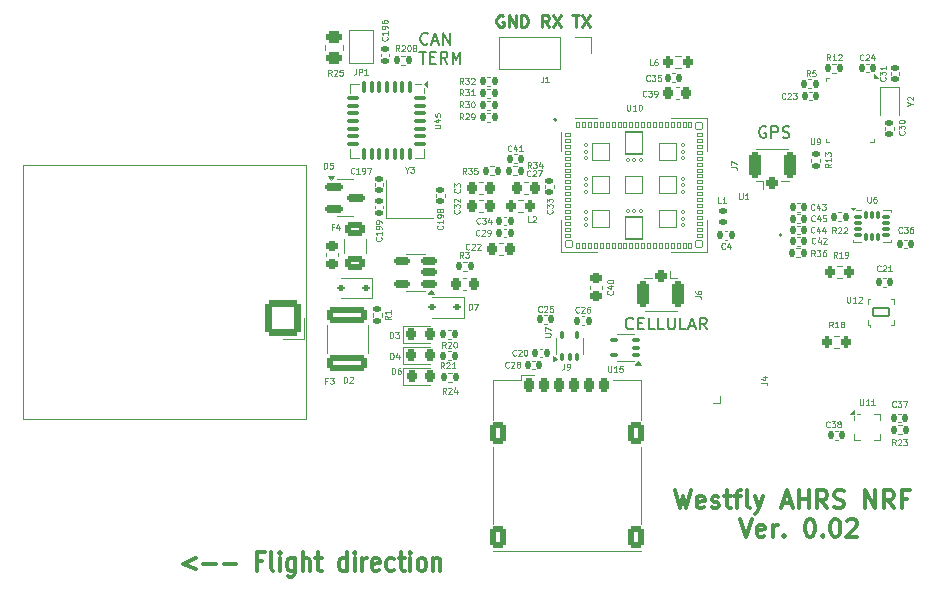
<source format=gbr>
%TF.GenerationSoftware,KiCad,Pcbnew,9.0.1-1.fc42*%
%TF.CreationDate,2025-04-29T06:49:19+02:00*%
%TF.ProjectId,westfly_ahrs_nrf,77657374-666c-4795-9f61-6872735f6e72,0.02*%
%TF.SameCoordinates,Original*%
%TF.FileFunction,Legend,Top*%
%TF.FilePolarity,Positive*%
%FSLAX46Y46*%
G04 Gerber Fmt 4.6, Leading zero omitted, Abs format (unit mm)*
G04 Created by KiCad (PCBNEW 9.0.1-1.fc42) date 2025-04-29 06:49:19*
%MOMM*%
%LPD*%
G01*
G04 APERTURE LIST*
G04 Aperture macros list*
%AMRoundRect*
0 Rectangle with rounded corners*
0 $1 Rounding radius*
0 $2 $3 $4 $5 $6 $7 $8 $9 X,Y pos of 4 corners*
0 Add a 4 corners polygon primitive as box body*
4,1,4,$2,$3,$4,$5,$6,$7,$8,$9,$2,$3,0*
0 Add four circle primitives for the rounded corners*
1,1,$1+$1,$2,$3*
1,1,$1+$1,$4,$5*
1,1,$1+$1,$6,$7*
1,1,$1+$1,$8,$9*
0 Add four rect primitives between the rounded corners*
20,1,$1+$1,$2,$3,$4,$5,0*
20,1,$1+$1,$4,$5,$6,$7,0*
20,1,$1+$1,$6,$7,$8,$9,0*
20,1,$1+$1,$8,$9,$2,$3,0*%
%AMFreePoly0*
4,1,18,-0.325000,0.292500,-0.322526,0.304937,-0.315481,0.315481,-0.304937,0.322526,-0.292500,0.325000,0.292500,0.325000,0.304937,0.322526,0.315481,0.315481,0.322526,0.304937,0.325000,0.292500,0.325000,-0.195000,0.195000,-0.325000,-0.292500,-0.325000,-0.304937,-0.322526,-0.315481,-0.315481,-0.322526,-0.304937,-0.325000,-0.292500,-0.325000,0.292500,-0.325000,0.292500,$1*%
%AMFreePoly1*
4,1,6,1.000000,0.000000,0.500000,-0.750000,-0.500000,-0.750000,-0.500000,0.750000,0.500000,0.750000,1.000000,0.000000,1.000000,0.000000,$1*%
%AMFreePoly2*
4,1,6,0.500000,-0.750000,-0.650000,-0.750000,-0.150000,0.000000,-0.650000,0.750000,0.500000,0.750000,0.500000,-0.750000,0.500000,-0.750000,$1*%
G04 Aperture macros list end*
%ADD10C,0.250000*%
%ADD11C,0.150000*%
%ADD12C,0.200000*%
%ADD13C,0.300000*%
%ADD14C,0.125000*%
%ADD15C,0.120000*%
%ADD16C,0.100000*%
%ADD17C,0.010000*%
%ADD18RoundRect,0.250000X0.250000X-0.275000X0.250000X0.275000X-0.250000X0.275000X-0.250000X-0.275000X0*%
%ADD19RoundRect,0.250000X0.275000X-0.850000X0.275000X0.850000X-0.275000X0.850000X-0.275000X-0.850000X0*%
%ADD20RoundRect,0.250000X-0.250000X0.275000X-0.250000X-0.275000X0.250000X-0.275000X0.250000X0.275000X0*%
%ADD21RoundRect,0.250000X-0.275000X0.850000X-0.275000X-0.850000X0.275000X-0.850000X0.275000X0.850000X0*%
%ADD22RoundRect,0.140000X-0.140000X-0.170000X0.140000X-0.170000X0.140000X0.170000X-0.140000X0.170000X0*%
%ADD23R,1.400000X1.200000*%
%ADD24RoundRect,0.250000X-0.625000X0.375000X-0.625000X-0.375000X0.625000X-0.375000X0.625000X0.375000X0*%
%ADD25RoundRect,0.225000X-0.250000X0.225000X-0.250000X-0.225000X0.250000X-0.225000X0.250000X0.225000X0*%
%ADD26RoundRect,0.140000X0.140000X0.170000X-0.140000X0.170000X-0.140000X-0.170000X0.140000X-0.170000X0*%
%ADD27RoundRect,0.249999X-1.450001X0.450001X-1.450001X-0.450001X1.450001X-0.450001X1.450001X0.450001X0*%
%ADD28RoundRect,0.100000X0.225000X0.100000X-0.225000X0.100000X-0.225000X-0.100000X0.225000X-0.100000X0*%
%ADD29RoundRect,0.200000X0.200000X0.275000X-0.200000X0.275000X-0.200000X-0.275000X0.200000X-0.275000X0*%
%ADD30RoundRect,0.225000X0.225000X0.250000X-0.225000X0.250000X-0.225000X-0.250000X0.225000X-0.250000X0*%
%ADD31RoundRect,0.112500X0.187500X0.112500X-0.187500X0.112500X-0.187500X-0.112500X0.187500X-0.112500X0*%
%ADD32RoundRect,0.135000X-0.135000X-0.185000X0.135000X-0.185000X0.135000X0.185000X-0.135000X0.185000X0*%
%ADD33RoundRect,0.075000X-0.075000X0.437500X-0.075000X-0.437500X0.075000X-0.437500X0.075000X0.437500X0*%
%ADD34RoundRect,0.075000X-0.437500X0.075000X-0.437500X-0.075000X0.437500X-0.075000X0.437500X0.075000X0*%
%ADD35R,4.250000X4.250000*%
%ADD36FreePoly0,0.000000*%
%ADD37RoundRect,0.015000X0.210000X-0.135000X0.210000X0.135000X-0.210000X0.135000X-0.210000X-0.135000X0*%
%ADD38RoundRect,0.032500X-0.292500X-0.292500X0.292500X-0.292500X0.292500X0.292500X-0.292500X0.292500X0*%
%ADD39RoundRect,0.015000X-0.135000X-0.210000X0.135000X-0.210000X0.135000X0.210000X-0.135000X0.210000X0*%
%ADD40RoundRect,0.010000X-0.090000X-0.090000X0.090000X-0.090000X0.090000X0.090000X-0.090000X0.090000X0*%
%ADD41RoundRect,0.010000X0.090000X-0.090000X0.090000X0.090000X-0.090000X0.090000X-0.090000X-0.090000X0*%
%ADD42RoundRect,0.080000X-0.720000X-0.720000X0.720000X-0.720000X0.720000X0.720000X-0.720000X0.720000X0*%
%ADD43RoundRect,0.080000X-0.720000X-0.895000X0.720000X-0.895000X0.720000X0.895000X-0.720000X0.895000X0*%
%ADD44RoundRect,0.200000X-0.200000X-0.275000X0.200000X-0.275000X0.200000X0.275000X-0.200000X0.275000X0*%
%ADD45RoundRect,0.225000X-0.225000X-0.250000X0.225000X-0.250000X0.225000X0.250000X-0.225000X0.250000X0*%
%ADD46FreePoly1,90.000000*%
%ADD47FreePoly2,90.000000*%
%ADD48RoundRect,0.140000X-0.170000X0.140000X-0.170000X-0.140000X0.170000X-0.140000X0.170000X0.140000X0*%
%ADD49RoundRect,0.135000X0.135000X0.185000X-0.135000X0.185000X-0.135000X-0.185000X0.135000X-0.185000X0*%
%ADD50O,0.390000X0.640000*%
%ADD51C,0.202000*%
%ADD52RoundRect,0.070000X0.675000X-0.325000X0.675000X0.325000X-0.675000X0.325000X-0.675000X-0.325000X0*%
%ADD53RoundRect,0.150000X0.512500X0.150000X-0.512500X0.150000X-0.512500X-0.150000X0.512500X-0.150000X0*%
%ADD54RoundRect,0.140000X0.170000X-0.140000X0.170000X0.140000X-0.170000X0.140000X-0.170000X-0.140000X0*%
%ADD55RoundRect,0.147500X0.172500X-0.147500X0.172500X0.147500X-0.172500X0.147500X-0.172500X-0.147500X0*%
%ADD56C,2.374900*%
%ADD57C,0.990600*%
%ADD58C,0.787400*%
%ADD59RoundRect,0.100000X0.100000X-0.225000X0.100000X0.225000X-0.100000X0.225000X-0.100000X-0.225000X0*%
%ADD60RoundRect,0.218750X-0.218750X-0.256250X0.218750X-0.256250X0.218750X0.256250X-0.218750X0.256250X0*%
%ADD61RoundRect,0.225000X-0.225000X-0.375000X0.225000X-0.375000X0.225000X0.375000X-0.225000X0.375000X0*%
%ADD62RoundRect,0.250000X-0.400000X-0.650000X0.400000X-0.650000X0.400000X0.650000X-0.400000X0.650000X0*%
%ADD63R,0.375000X0.350000*%
%ADD64R,0.350000X0.375000*%
%ADD65RoundRect,0.135000X0.185000X-0.135000X0.185000X0.135000X-0.185000X0.135000X-0.185000X-0.135000X0*%
%ADD66RoundRect,0.150000X-0.587500X-0.150000X0.587500X-0.150000X0.587500X0.150000X-0.587500X0.150000X0*%
%ADD67R,1.700000X1.700000*%
%ADD68C,1.700000*%
%ADD69R,0.675000X0.254000*%
%ADD70R,0.254000X0.675000*%
%ADD71R,1.100000X0.600000*%
%ADD72RoundRect,0.250000X-0.450000X0.262500X-0.450000X-0.262500X0.450000X-0.262500X0.450000X0.262500X0*%
%ADD73RoundRect,0.087500X-0.225000X-0.087500X0.225000X-0.087500X0.225000X0.087500X-0.225000X0.087500X0*%
%ADD74RoundRect,0.087500X-0.087500X-0.225000X0.087500X-0.225000X0.087500X0.225000X-0.087500X0.225000X0*%
%ADD75C,2.800000*%
%ADD76RoundRect,0.284091X1.215909X1.215909X-1.215909X1.215909X-1.215909X-1.215909X1.215909X-1.215909X0*%
%ADD77C,3.000000*%
G04 APERTURE END LIST*
D10*
X196455577Y-76382238D02*
X196360339Y-76334619D01*
X196360339Y-76334619D02*
X196217482Y-76334619D01*
X196217482Y-76334619D02*
X196074625Y-76382238D01*
X196074625Y-76382238D02*
X195979387Y-76477476D01*
X195979387Y-76477476D02*
X195931768Y-76572714D01*
X195931768Y-76572714D02*
X195884149Y-76763190D01*
X195884149Y-76763190D02*
X195884149Y-76906047D01*
X195884149Y-76906047D02*
X195931768Y-77096523D01*
X195931768Y-77096523D02*
X195979387Y-77191761D01*
X195979387Y-77191761D02*
X196074625Y-77287000D01*
X196074625Y-77287000D02*
X196217482Y-77334619D01*
X196217482Y-77334619D02*
X196312720Y-77334619D01*
X196312720Y-77334619D02*
X196455577Y-77287000D01*
X196455577Y-77287000D02*
X196503196Y-77239380D01*
X196503196Y-77239380D02*
X196503196Y-76906047D01*
X196503196Y-76906047D02*
X196312720Y-76906047D01*
X196931768Y-77334619D02*
X196931768Y-76334619D01*
X196931768Y-76334619D02*
X197503196Y-77334619D01*
X197503196Y-77334619D02*
X197503196Y-76334619D01*
X197979387Y-77334619D02*
X197979387Y-76334619D01*
X197979387Y-76334619D02*
X198217482Y-76334619D01*
X198217482Y-76334619D02*
X198360339Y-76382238D01*
X198360339Y-76382238D02*
X198455577Y-76477476D01*
X198455577Y-76477476D02*
X198503196Y-76572714D01*
X198503196Y-76572714D02*
X198550815Y-76763190D01*
X198550815Y-76763190D02*
X198550815Y-76906047D01*
X198550815Y-76906047D02*
X198503196Y-77096523D01*
X198503196Y-77096523D02*
X198455577Y-77191761D01*
X198455577Y-77191761D02*
X198360339Y-77287000D01*
X198360339Y-77287000D02*
X198217482Y-77334619D01*
X198217482Y-77334619D02*
X197979387Y-77334619D01*
X200312720Y-77334619D02*
X199979387Y-76858428D01*
X199741292Y-77334619D02*
X199741292Y-76334619D01*
X199741292Y-76334619D02*
X200122244Y-76334619D01*
X200122244Y-76334619D02*
X200217482Y-76382238D01*
X200217482Y-76382238D02*
X200265101Y-76429857D01*
X200265101Y-76429857D02*
X200312720Y-76525095D01*
X200312720Y-76525095D02*
X200312720Y-76667952D01*
X200312720Y-76667952D02*
X200265101Y-76763190D01*
X200265101Y-76763190D02*
X200217482Y-76810809D01*
X200217482Y-76810809D02*
X200122244Y-76858428D01*
X200122244Y-76858428D02*
X199741292Y-76858428D01*
X200646054Y-76334619D02*
X201312720Y-77334619D01*
X201312720Y-76334619D02*
X200646054Y-77334619D01*
X202312721Y-76334619D02*
X202884149Y-76334619D01*
X202598435Y-77334619D02*
X202598435Y-76334619D01*
X203122245Y-76334619D02*
X203788911Y-77334619D01*
X203788911Y-76334619D02*
X203122245Y-77334619D01*
D11*
X207461007Y-102847780D02*
X207413388Y-102895400D01*
X207413388Y-102895400D02*
X207270531Y-102943019D01*
X207270531Y-102943019D02*
X207175293Y-102943019D01*
X207175293Y-102943019D02*
X207032436Y-102895400D01*
X207032436Y-102895400D02*
X206937198Y-102800161D01*
X206937198Y-102800161D02*
X206889579Y-102704923D01*
X206889579Y-102704923D02*
X206841960Y-102514447D01*
X206841960Y-102514447D02*
X206841960Y-102371590D01*
X206841960Y-102371590D02*
X206889579Y-102181114D01*
X206889579Y-102181114D02*
X206937198Y-102085876D01*
X206937198Y-102085876D02*
X207032436Y-101990638D01*
X207032436Y-101990638D02*
X207175293Y-101943019D01*
X207175293Y-101943019D02*
X207270531Y-101943019D01*
X207270531Y-101943019D02*
X207413388Y-101990638D01*
X207413388Y-101990638D02*
X207461007Y-102038257D01*
X207889579Y-102419209D02*
X208222912Y-102419209D01*
X208365769Y-102943019D02*
X207889579Y-102943019D01*
X207889579Y-102943019D02*
X207889579Y-101943019D01*
X207889579Y-101943019D02*
X208365769Y-101943019D01*
X209270531Y-102943019D02*
X208794341Y-102943019D01*
X208794341Y-102943019D02*
X208794341Y-101943019D01*
X210080055Y-102943019D02*
X209603865Y-102943019D01*
X209603865Y-102943019D02*
X209603865Y-101943019D01*
X210413389Y-101943019D02*
X210413389Y-102752542D01*
X210413389Y-102752542D02*
X210461008Y-102847780D01*
X210461008Y-102847780D02*
X210508627Y-102895400D01*
X210508627Y-102895400D02*
X210603865Y-102943019D01*
X210603865Y-102943019D02*
X210794341Y-102943019D01*
X210794341Y-102943019D02*
X210889579Y-102895400D01*
X210889579Y-102895400D02*
X210937198Y-102847780D01*
X210937198Y-102847780D02*
X210984817Y-102752542D01*
X210984817Y-102752542D02*
X210984817Y-101943019D01*
X211937198Y-102943019D02*
X211461008Y-102943019D01*
X211461008Y-102943019D02*
X211461008Y-101943019D01*
X212222913Y-102657304D02*
X212699103Y-102657304D01*
X212127675Y-102943019D02*
X212461008Y-101943019D01*
X212461008Y-101943019D02*
X212794341Y-102943019D01*
X213699103Y-102943019D02*
X213365770Y-102466828D01*
X213127675Y-102943019D02*
X213127675Y-101943019D01*
X213127675Y-101943019D02*
X213508627Y-101943019D01*
X213508627Y-101943019D02*
X213603865Y-101990638D01*
X213603865Y-101990638D02*
X213651484Y-102038257D01*
X213651484Y-102038257D02*
X213699103Y-102133495D01*
X213699103Y-102133495D02*
X213699103Y-102276352D01*
X213699103Y-102276352D02*
X213651484Y-102371590D01*
X213651484Y-102371590D02*
X213603865Y-102419209D01*
X213603865Y-102419209D02*
X213508627Y-102466828D01*
X213508627Y-102466828D02*
X213127675Y-102466828D01*
D12*
X190069501Y-78730836D02*
X190021882Y-78778456D01*
X190021882Y-78778456D02*
X189879025Y-78826075D01*
X189879025Y-78826075D02*
X189783787Y-78826075D01*
X189783787Y-78826075D02*
X189640930Y-78778456D01*
X189640930Y-78778456D02*
X189545692Y-78683217D01*
X189545692Y-78683217D02*
X189498073Y-78587979D01*
X189498073Y-78587979D02*
X189450454Y-78397503D01*
X189450454Y-78397503D02*
X189450454Y-78254646D01*
X189450454Y-78254646D02*
X189498073Y-78064170D01*
X189498073Y-78064170D02*
X189545692Y-77968932D01*
X189545692Y-77968932D02*
X189640930Y-77873694D01*
X189640930Y-77873694D02*
X189783787Y-77826075D01*
X189783787Y-77826075D02*
X189879025Y-77826075D01*
X189879025Y-77826075D02*
X190021882Y-77873694D01*
X190021882Y-77873694D02*
X190069501Y-77921313D01*
X190450454Y-78540360D02*
X190926644Y-78540360D01*
X190355216Y-78826075D02*
X190688549Y-77826075D01*
X190688549Y-77826075D02*
X191021882Y-78826075D01*
X191355216Y-78826075D02*
X191355216Y-77826075D01*
X191355216Y-77826075D02*
X191926644Y-78826075D01*
X191926644Y-78826075D02*
X191926644Y-77826075D01*
X189355216Y-79436019D02*
X189926644Y-79436019D01*
X189640930Y-80436019D02*
X189640930Y-79436019D01*
X190259978Y-79912209D02*
X190593311Y-79912209D01*
X190736168Y-80436019D02*
X190259978Y-80436019D01*
X190259978Y-80436019D02*
X190259978Y-79436019D01*
X190259978Y-79436019D02*
X190736168Y-79436019D01*
X191736168Y-80436019D02*
X191402835Y-79959828D01*
X191164740Y-80436019D02*
X191164740Y-79436019D01*
X191164740Y-79436019D02*
X191545692Y-79436019D01*
X191545692Y-79436019D02*
X191640930Y-79483638D01*
X191640930Y-79483638D02*
X191688549Y-79531257D01*
X191688549Y-79531257D02*
X191736168Y-79626495D01*
X191736168Y-79626495D02*
X191736168Y-79769352D01*
X191736168Y-79769352D02*
X191688549Y-79864590D01*
X191688549Y-79864590D02*
X191640930Y-79912209D01*
X191640930Y-79912209D02*
X191545692Y-79959828D01*
X191545692Y-79959828D02*
X191164740Y-79959828D01*
X192164740Y-80436019D02*
X192164740Y-79436019D01*
X192164740Y-79436019D02*
X192498073Y-80150304D01*
X192498073Y-80150304D02*
X192831406Y-79436019D01*
X192831406Y-79436019D02*
X192831406Y-80436019D01*
D11*
X218690988Y-85785438D02*
X218595750Y-85737819D01*
X218595750Y-85737819D02*
X218452893Y-85737819D01*
X218452893Y-85737819D02*
X218310036Y-85785438D01*
X218310036Y-85785438D02*
X218214798Y-85880676D01*
X218214798Y-85880676D02*
X218167179Y-85975914D01*
X218167179Y-85975914D02*
X218119560Y-86166390D01*
X218119560Y-86166390D02*
X218119560Y-86309247D01*
X218119560Y-86309247D02*
X218167179Y-86499723D01*
X218167179Y-86499723D02*
X218214798Y-86594961D01*
X218214798Y-86594961D02*
X218310036Y-86690200D01*
X218310036Y-86690200D02*
X218452893Y-86737819D01*
X218452893Y-86737819D02*
X218548131Y-86737819D01*
X218548131Y-86737819D02*
X218690988Y-86690200D01*
X218690988Y-86690200D02*
X218738607Y-86642580D01*
X218738607Y-86642580D02*
X218738607Y-86309247D01*
X218738607Y-86309247D02*
X218548131Y-86309247D01*
X219167179Y-86737819D02*
X219167179Y-85737819D01*
X219167179Y-85737819D02*
X219548131Y-85737819D01*
X219548131Y-85737819D02*
X219643369Y-85785438D01*
X219643369Y-85785438D02*
X219690988Y-85833057D01*
X219690988Y-85833057D02*
X219738607Y-85928295D01*
X219738607Y-85928295D02*
X219738607Y-86071152D01*
X219738607Y-86071152D02*
X219690988Y-86166390D01*
X219690988Y-86166390D02*
X219643369Y-86214009D01*
X219643369Y-86214009D02*
X219548131Y-86261628D01*
X219548131Y-86261628D02*
X219167179Y-86261628D01*
X220119560Y-86690200D02*
X220262417Y-86737819D01*
X220262417Y-86737819D02*
X220500512Y-86737819D01*
X220500512Y-86737819D02*
X220595750Y-86690200D01*
X220595750Y-86690200D02*
X220643369Y-86642580D01*
X220643369Y-86642580D02*
X220690988Y-86547342D01*
X220690988Y-86547342D02*
X220690988Y-86452104D01*
X220690988Y-86452104D02*
X220643369Y-86356866D01*
X220643369Y-86356866D02*
X220595750Y-86309247D01*
X220595750Y-86309247D02*
X220500512Y-86261628D01*
X220500512Y-86261628D02*
X220310036Y-86214009D01*
X220310036Y-86214009D02*
X220214798Y-86166390D01*
X220214798Y-86166390D02*
X220167179Y-86118771D01*
X220167179Y-86118771D02*
X220119560Y-86023533D01*
X220119560Y-86023533D02*
X220119560Y-85928295D01*
X220119560Y-85928295D02*
X220167179Y-85833057D01*
X220167179Y-85833057D02*
X220214798Y-85785438D01*
X220214798Y-85785438D02*
X220310036Y-85737819D01*
X220310036Y-85737819D02*
X220548131Y-85737819D01*
X220548131Y-85737819D02*
X220690988Y-85785438D01*
D13*
X211038800Y-116586712D02*
X211395943Y-118086712D01*
X211395943Y-118086712D02*
X211681657Y-117015284D01*
X211681657Y-117015284D02*
X211967372Y-118086712D01*
X211967372Y-118086712D02*
X212324515Y-116586712D01*
X213467372Y-118015284D02*
X213324515Y-118086712D01*
X213324515Y-118086712D02*
X213038801Y-118086712D01*
X213038801Y-118086712D02*
X212895943Y-118015284D01*
X212895943Y-118015284D02*
X212824515Y-117872426D01*
X212824515Y-117872426D02*
X212824515Y-117300998D01*
X212824515Y-117300998D02*
X212895943Y-117158141D01*
X212895943Y-117158141D02*
X213038801Y-117086712D01*
X213038801Y-117086712D02*
X213324515Y-117086712D01*
X213324515Y-117086712D02*
X213467372Y-117158141D01*
X213467372Y-117158141D02*
X213538801Y-117300998D01*
X213538801Y-117300998D02*
X213538801Y-117443855D01*
X213538801Y-117443855D02*
X212824515Y-117586712D01*
X214110229Y-118015284D02*
X214253086Y-118086712D01*
X214253086Y-118086712D02*
X214538800Y-118086712D01*
X214538800Y-118086712D02*
X214681657Y-118015284D01*
X214681657Y-118015284D02*
X214753086Y-117872426D01*
X214753086Y-117872426D02*
X214753086Y-117800998D01*
X214753086Y-117800998D02*
X214681657Y-117658141D01*
X214681657Y-117658141D02*
X214538800Y-117586712D01*
X214538800Y-117586712D02*
X214324515Y-117586712D01*
X214324515Y-117586712D02*
X214181657Y-117515284D01*
X214181657Y-117515284D02*
X214110229Y-117372426D01*
X214110229Y-117372426D02*
X214110229Y-117300998D01*
X214110229Y-117300998D02*
X214181657Y-117158141D01*
X214181657Y-117158141D02*
X214324515Y-117086712D01*
X214324515Y-117086712D02*
X214538800Y-117086712D01*
X214538800Y-117086712D02*
X214681657Y-117158141D01*
X215181658Y-117086712D02*
X215753086Y-117086712D01*
X215395943Y-116586712D02*
X215395943Y-117872426D01*
X215395943Y-117872426D02*
X215467372Y-118015284D01*
X215467372Y-118015284D02*
X215610229Y-118086712D01*
X215610229Y-118086712D02*
X215753086Y-118086712D01*
X216038801Y-117086712D02*
X216610229Y-117086712D01*
X216253086Y-118086712D02*
X216253086Y-116800998D01*
X216253086Y-116800998D02*
X216324515Y-116658141D01*
X216324515Y-116658141D02*
X216467372Y-116586712D01*
X216467372Y-116586712D02*
X216610229Y-116586712D01*
X217324515Y-118086712D02*
X217181658Y-118015284D01*
X217181658Y-118015284D02*
X217110229Y-117872426D01*
X217110229Y-117872426D02*
X217110229Y-116586712D01*
X217753086Y-117086712D02*
X218110229Y-118086712D01*
X218467372Y-117086712D02*
X218110229Y-118086712D01*
X218110229Y-118086712D02*
X217967372Y-118443855D01*
X217967372Y-118443855D02*
X217895943Y-118515284D01*
X217895943Y-118515284D02*
X217753086Y-118586712D01*
X220110229Y-117658141D02*
X220824515Y-117658141D01*
X219967372Y-118086712D02*
X220467372Y-116586712D01*
X220467372Y-116586712D02*
X220967372Y-118086712D01*
X221467371Y-118086712D02*
X221467371Y-116586712D01*
X221467371Y-117300998D02*
X222324514Y-117300998D01*
X222324514Y-118086712D02*
X222324514Y-116586712D01*
X223895943Y-118086712D02*
X223395943Y-117372426D01*
X223038800Y-118086712D02*
X223038800Y-116586712D01*
X223038800Y-116586712D02*
X223610229Y-116586712D01*
X223610229Y-116586712D02*
X223753086Y-116658141D01*
X223753086Y-116658141D02*
X223824515Y-116729569D01*
X223824515Y-116729569D02*
X223895943Y-116872426D01*
X223895943Y-116872426D02*
X223895943Y-117086712D01*
X223895943Y-117086712D02*
X223824515Y-117229569D01*
X223824515Y-117229569D02*
X223753086Y-117300998D01*
X223753086Y-117300998D02*
X223610229Y-117372426D01*
X223610229Y-117372426D02*
X223038800Y-117372426D01*
X224467372Y-118015284D02*
X224681658Y-118086712D01*
X224681658Y-118086712D02*
X225038800Y-118086712D01*
X225038800Y-118086712D02*
X225181658Y-118015284D01*
X225181658Y-118015284D02*
X225253086Y-117943855D01*
X225253086Y-117943855D02*
X225324515Y-117800998D01*
X225324515Y-117800998D02*
X225324515Y-117658141D01*
X225324515Y-117658141D02*
X225253086Y-117515284D01*
X225253086Y-117515284D02*
X225181658Y-117443855D01*
X225181658Y-117443855D02*
X225038800Y-117372426D01*
X225038800Y-117372426D02*
X224753086Y-117300998D01*
X224753086Y-117300998D02*
X224610229Y-117229569D01*
X224610229Y-117229569D02*
X224538800Y-117158141D01*
X224538800Y-117158141D02*
X224467372Y-117015284D01*
X224467372Y-117015284D02*
X224467372Y-116872426D01*
X224467372Y-116872426D02*
X224538800Y-116729569D01*
X224538800Y-116729569D02*
X224610229Y-116658141D01*
X224610229Y-116658141D02*
X224753086Y-116586712D01*
X224753086Y-116586712D02*
X225110229Y-116586712D01*
X225110229Y-116586712D02*
X225324515Y-116658141D01*
X227110228Y-118086712D02*
X227110228Y-116586712D01*
X227110228Y-116586712D02*
X227967371Y-118086712D01*
X227967371Y-118086712D02*
X227967371Y-116586712D01*
X229538800Y-118086712D02*
X229038800Y-117372426D01*
X228681657Y-118086712D02*
X228681657Y-116586712D01*
X228681657Y-116586712D02*
X229253086Y-116586712D01*
X229253086Y-116586712D02*
X229395943Y-116658141D01*
X229395943Y-116658141D02*
X229467372Y-116729569D01*
X229467372Y-116729569D02*
X229538800Y-116872426D01*
X229538800Y-116872426D02*
X229538800Y-117086712D01*
X229538800Y-117086712D02*
X229467372Y-117229569D01*
X229467372Y-117229569D02*
X229395943Y-117300998D01*
X229395943Y-117300998D02*
X229253086Y-117372426D01*
X229253086Y-117372426D02*
X228681657Y-117372426D01*
X230681657Y-117300998D02*
X230181657Y-117300998D01*
X230181657Y-118086712D02*
X230181657Y-116586712D01*
X230181657Y-116586712D02*
X230895943Y-116586712D01*
X216503087Y-119001628D02*
X217003087Y-120501628D01*
X217003087Y-120501628D02*
X217503087Y-119001628D01*
X218574515Y-120430200D02*
X218431658Y-120501628D01*
X218431658Y-120501628D02*
X218145944Y-120501628D01*
X218145944Y-120501628D02*
X218003086Y-120430200D01*
X218003086Y-120430200D02*
X217931658Y-120287342D01*
X217931658Y-120287342D02*
X217931658Y-119715914D01*
X217931658Y-119715914D02*
X218003086Y-119573057D01*
X218003086Y-119573057D02*
X218145944Y-119501628D01*
X218145944Y-119501628D02*
X218431658Y-119501628D01*
X218431658Y-119501628D02*
X218574515Y-119573057D01*
X218574515Y-119573057D02*
X218645944Y-119715914D01*
X218645944Y-119715914D02*
X218645944Y-119858771D01*
X218645944Y-119858771D02*
X217931658Y-120001628D01*
X219288800Y-120501628D02*
X219288800Y-119501628D01*
X219288800Y-119787342D02*
X219360229Y-119644485D01*
X219360229Y-119644485D02*
X219431658Y-119573057D01*
X219431658Y-119573057D02*
X219574515Y-119501628D01*
X219574515Y-119501628D02*
X219717372Y-119501628D01*
X220217371Y-120358771D02*
X220288800Y-120430200D01*
X220288800Y-120430200D02*
X220217371Y-120501628D01*
X220217371Y-120501628D02*
X220145943Y-120430200D01*
X220145943Y-120430200D02*
X220217371Y-120358771D01*
X220217371Y-120358771D02*
X220217371Y-120501628D01*
X222360229Y-119001628D02*
X222503086Y-119001628D01*
X222503086Y-119001628D02*
X222645943Y-119073057D01*
X222645943Y-119073057D02*
X222717372Y-119144485D01*
X222717372Y-119144485D02*
X222788800Y-119287342D01*
X222788800Y-119287342D02*
X222860229Y-119573057D01*
X222860229Y-119573057D02*
X222860229Y-119930200D01*
X222860229Y-119930200D02*
X222788800Y-120215914D01*
X222788800Y-120215914D02*
X222717372Y-120358771D01*
X222717372Y-120358771D02*
X222645943Y-120430200D01*
X222645943Y-120430200D02*
X222503086Y-120501628D01*
X222503086Y-120501628D02*
X222360229Y-120501628D01*
X222360229Y-120501628D02*
X222217372Y-120430200D01*
X222217372Y-120430200D02*
X222145943Y-120358771D01*
X222145943Y-120358771D02*
X222074514Y-120215914D01*
X222074514Y-120215914D02*
X222003086Y-119930200D01*
X222003086Y-119930200D02*
X222003086Y-119573057D01*
X222003086Y-119573057D02*
X222074514Y-119287342D01*
X222074514Y-119287342D02*
X222145943Y-119144485D01*
X222145943Y-119144485D02*
X222217372Y-119073057D01*
X222217372Y-119073057D02*
X222360229Y-119001628D01*
X223503085Y-120358771D02*
X223574514Y-120430200D01*
X223574514Y-120430200D02*
X223503085Y-120501628D01*
X223503085Y-120501628D02*
X223431657Y-120430200D01*
X223431657Y-120430200D02*
X223503085Y-120358771D01*
X223503085Y-120358771D02*
X223503085Y-120501628D01*
X224503086Y-119001628D02*
X224645943Y-119001628D01*
X224645943Y-119001628D02*
X224788800Y-119073057D01*
X224788800Y-119073057D02*
X224860229Y-119144485D01*
X224860229Y-119144485D02*
X224931657Y-119287342D01*
X224931657Y-119287342D02*
X225003086Y-119573057D01*
X225003086Y-119573057D02*
X225003086Y-119930200D01*
X225003086Y-119930200D02*
X224931657Y-120215914D01*
X224931657Y-120215914D02*
X224860229Y-120358771D01*
X224860229Y-120358771D02*
X224788800Y-120430200D01*
X224788800Y-120430200D02*
X224645943Y-120501628D01*
X224645943Y-120501628D02*
X224503086Y-120501628D01*
X224503086Y-120501628D02*
X224360229Y-120430200D01*
X224360229Y-120430200D02*
X224288800Y-120358771D01*
X224288800Y-120358771D02*
X224217371Y-120215914D01*
X224217371Y-120215914D02*
X224145943Y-119930200D01*
X224145943Y-119930200D02*
X224145943Y-119573057D01*
X224145943Y-119573057D02*
X224217371Y-119287342D01*
X224217371Y-119287342D02*
X224288800Y-119144485D01*
X224288800Y-119144485D02*
X224360229Y-119073057D01*
X224360229Y-119073057D02*
X224503086Y-119001628D01*
X225574514Y-119144485D02*
X225645942Y-119073057D01*
X225645942Y-119073057D02*
X225788800Y-119001628D01*
X225788800Y-119001628D02*
X226145942Y-119001628D01*
X226145942Y-119001628D02*
X226288800Y-119073057D01*
X226288800Y-119073057D02*
X226360228Y-119144485D01*
X226360228Y-119144485D02*
X226431657Y-119287342D01*
X226431657Y-119287342D02*
X226431657Y-119430200D01*
X226431657Y-119430200D02*
X226360228Y-119644485D01*
X226360228Y-119644485D02*
X225503085Y-120501628D01*
X225503085Y-120501628D02*
X226431657Y-120501628D01*
X170405768Y-122318323D02*
X169339101Y-122775466D01*
X169339101Y-122775466D02*
X170405768Y-123232609D01*
X171072434Y-122775466D02*
X172139101Y-122775466D01*
X172805767Y-122775466D02*
X173872434Y-122775466D01*
X176072434Y-122546895D02*
X175605767Y-122546895D01*
X175605767Y-123384990D02*
X175605767Y-121784990D01*
X175605767Y-121784990D02*
X176272434Y-121784990D01*
X177005767Y-123384990D02*
X176872434Y-123308800D01*
X176872434Y-123308800D02*
X176805767Y-123156419D01*
X176805767Y-123156419D02*
X176805767Y-121784990D01*
X177539100Y-123384990D02*
X177539100Y-122318323D01*
X177539100Y-121784990D02*
X177472433Y-121861180D01*
X177472433Y-121861180D02*
X177539100Y-121937371D01*
X177539100Y-121937371D02*
X177605767Y-121861180D01*
X177605767Y-121861180D02*
X177539100Y-121784990D01*
X177539100Y-121784990D02*
X177539100Y-121937371D01*
X178805767Y-122318323D02*
X178805767Y-123613561D01*
X178805767Y-123613561D02*
X178739100Y-123765942D01*
X178739100Y-123765942D02*
X178672434Y-123842133D01*
X178672434Y-123842133D02*
X178539100Y-123918323D01*
X178539100Y-123918323D02*
X178339100Y-123918323D01*
X178339100Y-123918323D02*
X178205767Y-123842133D01*
X178805767Y-123308800D02*
X178672434Y-123384990D01*
X178672434Y-123384990D02*
X178405767Y-123384990D01*
X178405767Y-123384990D02*
X178272434Y-123308800D01*
X178272434Y-123308800D02*
X178205767Y-123232609D01*
X178205767Y-123232609D02*
X178139100Y-123080228D01*
X178139100Y-123080228D02*
X178139100Y-122623085D01*
X178139100Y-122623085D02*
X178205767Y-122470704D01*
X178205767Y-122470704D02*
X178272434Y-122394514D01*
X178272434Y-122394514D02*
X178405767Y-122318323D01*
X178405767Y-122318323D02*
X178672434Y-122318323D01*
X178672434Y-122318323D02*
X178805767Y-122394514D01*
X179472434Y-123384990D02*
X179472434Y-121784990D01*
X180072434Y-123384990D02*
X180072434Y-122546895D01*
X180072434Y-122546895D02*
X180005767Y-122394514D01*
X180005767Y-122394514D02*
X179872434Y-122318323D01*
X179872434Y-122318323D02*
X179672434Y-122318323D01*
X179672434Y-122318323D02*
X179539101Y-122394514D01*
X179539101Y-122394514D02*
X179472434Y-122470704D01*
X180539101Y-122318323D02*
X181072434Y-122318323D01*
X180739101Y-121784990D02*
X180739101Y-123156419D01*
X180739101Y-123156419D02*
X180805768Y-123308800D01*
X180805768Y-123308800D02*
X180939101Y-123384990D01*
X180939101Y-123384990D02*
X181072434Y-123384990D01*
X183205768Y-123384990D02*
X183205768Y-121784990D01*
X183205768Y-123308800D02*
X183072435Y-123384990D01*
X183072435Y-123384990D02*
X182805768Y-123384990D01*
X182805768Y-123384990D02*
X182672435Y-123308800D01*
X182672435Y-123308800D02*
X182605768Y-123232609D01*
X182605768Y-123232609D02*
X182539101Y-123080228D01*
X182539101Y-123080228D02*
X182539101Y-122623085D01*
X182539101Y-122623085D02*
X182605768Y-122470704D01*
X182605768Y-122470704D02*
X182672435Y-122394514D01*
X182672435Y-122394514D02*
X182805768Y-122318323D01*
X182805768Y-122318323D02*
X183072435Y-122318323D01*
X183072435Y-122318323D02*
X183205768Y-122394514D01*
X183872435Y-123384990D02*
X183872435Y-122318323D01*
X183872435Y-121784990D02*
X183805768Y-121861180D01*
X183805768Y-121861180D02*
X183872435Y-121937371D01*
X183872435Y-121937371D02*
X183939102Y-121861180D01*
X183939102Y-121861180D02*
X183872435Y-121784990D01*
X183872435Y-121784990D02*
X183872435Y-121937371D01*
X184539102Y-123384990D02*
X184539102Y-122318323D01*
X184539102Y-122623085D02*
X184605769Y-122470704D01*
X184605769Y-122470704D02*
X184672435Y-122394514D01*
X184672435Y-122394514D02*
X184805769Y-122318323D01*
X184805769Y-122318323D02*
X184939102Y-122318323D01*
X185939102Y-123308800D02*
X185805769Y-123384990D01*
X185805769Y-123384990D02*
X185539102Y-123384990D01*
X185539102Y-123384990D02*
X185405769Y-123308800D01*
X185405769Y-123308800D02*
X185339102Y-123156419D01*
X185339102Y-123156419D02*
X185339102Y-122546895D01*
X185339102Y-122546895D02*
X185405769Y-122394514D01*
X185405769Y-122394514D02*
X185539102Y-122318323D01*
X185539102Y-122318323D02*
X185805769Y-122318323D01*
X185805769Y-122318323D02*
X185939102Y-122394514D01*
X185939102Y-122394514D02*
X186005769Y-122546895D01*
X186005769Y-122546895D02*
X186005769Y-122699276D01*
X186005769Y-122699276D02*
X185339102Y-122851657D01*
X187205769Y-123308800D02*
X187072436Y-123384990D01*
X187072436Y-123384990D02*
X186805769Y-123384990D01*
X186805769Y-123384990D02*
X186672436Y-123308800D01*
X186672436Y-123308800D02*
X186605769Y-123232609D01*
X186605769Y-123232609D02*
X186539102Y-123080228D01*
X186539102Y-123080228D02*
X186539102Y-122623085D01*
X186539102Y-122623085D02*
X186605769Y-122470704D01*
X186605769Y-122470704D02*
X186672436Y-122394514D01*
X186672436Y-122394514D02*
X186805769Y-122318323D01*
X186805769Y-122318323D02*
X187072436Y-122318323D01*
X187072436Y-122318323D02*
X187205769Y-122394514D01*
X187605769Y-122318323D02*
X188139102Y-122318323D01*
X187805769Y-121784990D02*
X187805769Y-123156419D01*
X187805769Y-123156419D02*
X187872436Y-123308800D01*
X187872436Y-123308800D02*
X188005769Y-123384990D01*
X188005769Y-123384990D02*
X188139102Y-123384990D01*
X188605769Y-123384990D02*
X188605769Y-122318323D01*
X188605769Y-121784990D02*
X188539102Y-121861180D01*
X188539102Y-121861180D02*
X188605769Y-121937371D01*
X188605769Y-121937371D02*
X188672436Y-121861180D01*
X188672436Y-121861180D02*
X188605769Y-121784990D01*
X188605769Y-121784990D02*
X188605769Y-121937371D01*
X189472436Y-123384990D02*
X189339103Y-123308800D01*
X189339103Y-123308800D02*
X189272436Y-123232609D01*
X189272436Y-123232609D02*
X189205769Y-123080228D01*
X189205769Y-123080228D02*
X189205769Y-122623085D01*
X189205769Y-122623085D02*
X189272436Y-122470704D01*
X189272436Y-122470704D02*
X189339103Y-122394514D01*
X189339103Y-122394514D02*
X189472436Y-122318323D01*
X189472436Y-122318323D02*
X189672436Y-122318323D01*
X189672436Y-122318323D02*
X189805769Y-122394514D01*
X189805769Y-122394514D02*
X189872436Y-122470704D01*
X189872436Y-122470704D02*
X189939103Y-122623085D01*
X189939103Y-122623085D02*
X189939103Y-123080228D01*
X189939103Y-123080228D02*
X189872436Y-123232609D01*
X189872436Y-123232609D02*
X189805769Y-123308800D01*
X189805769Y-123308800D02*
X189672436Y-123384990D01*
X189672436Y-123384990D02*
X189472436Y-123384990D01*
X190539103Y-122318323D02*
X190539103Y-123384990D01*
X190539103Y-122470704D02*
X190605770Y-122394514D01*
X190605770Y-122394514D02*
X190739103Y-122318323D01*
X190739103Y-122318323D02*
X190939103Y-122318323D01*
X190939103Y-122318323D02*
X191072436Y-122394514D01*
X191072436Y-122394514D02*
X191139103Y-122546895D01*
X191139103Y-122546895D02*
X191139103Y-123384990D01*
D14*
X215775809Y-89219066D02*
X216132952Y-89219066D01*
X216132952Y-89219066D02*
X216204380Y-89242875D01*
X216204380Y-89242875D02*
X216252000Y-89290494D01*
X216252000Y-89290494D02*
X216275809Y-89361923D01*
X216275809Y-89361923D02*
X216275809Y-89409542D01*
X215775809Y-89028590D02*
X215775809Y-88695257D01*
X215775809Y-88695257D02*
X216275809Y-88909542D01*
X212728809Y-100158866D02*
X213085952Y-100158866D01*
X213085952Y-100158866D02*
X213157380Y-100182675D01*
X213157380Y-100182675D02*
X213205000Y-100230294D01*
X213205000Y-100230294D02*
X213228809Y-100301723D01*
X213228809Y-100301723D02*
X213228809Y-100349342D01*
X212728809Y-99706485D02*
X212728809Y-99801723D01*
X212728809Y-99801723D02*
X212752619Y-99849342D01*
X212752619Y-99849342D02*
X212776428Y-99873152D01*
X212776428Y-99873152D02*
X212847857Y-99920771D01*
X212847857Y-99920771D02*
X212943095Y-99944580D01*
X212943095Y-99944580D02*
X213133571Y-99944580D01*
X213133571Y-99944580D02*
X213181190Y-99920771D01*
X213181190Y-99920771D02*
X213205000Y-99896961D01*
X213205000Y-99896961D02*
X213228809Y-99849342D01*
X213228809Y-99849342D02*
X213228809Y-99754104D01*
X213228809Y-99754104D02*
X213205000Y-99706485D01*
X213205000Y-99706485D02*
X213181190Y-99682676D01*
X213181190Y-99682676D02*
X213133571Y-99658866D01*
X213133571Y-99658866D02*
X213014523Y-99658866D01*
X213014523Y-99658866D02*
X212966904Y-99682676D01*
X212966904Y-99682676D02*
X212943095Y-99706485D01*
X212943095Y-99706485D02*
X212919285Y-99754104D01*
X212919285Y-99754104D02*
X212919285Y-99849342D01*
X212919285Y-99849342D02*
X212943095Y-99896961D01*
X212943095Y-99896961D02*
X212966904Y-99920771D01*
X212966904Y-99920771D02*
X213014523Y-99944580D01*
X226957771Y-80110990D02*
X226933962Y-80134800D01*
X226933962Y-80134800D02*
X226862533Y-80158609D01*
X226862533Y-80158609D02*
X226814914Y-80158609D01*
X226814914Y-80158609D02*
X226743486Y-80134800D01*
X226743486Y-80134800D02*
X226695867Y-80087180D01*
X226695867Y-80087180D02*
X226672057Y-80039561D01*
X226672057Y-80039561D02*
X226648248Y-79944323D01*
X226648248Y-79944323D02*
X226648248Y-79872895D01*
X226648248Y-79872895D02*
X226672057Y-79777657D01*
X226672057Y-79777657D02*
X226695867Y-79730038D01*
X226695867Y-79730038D02*
X226743486Y-79682419D01*
X226743486Y-79682419D02*
X226814914Y-79658609D01*
X226814914Y-79658609D02*
X226862533Y-79658609D01*
X226862533Y-79658609D02*
X226933962Y-79682419D01*
X226933962Y-79682419D02*
X226957771Y-79706228D01*
X227148248Y-79706228D02*
X227172057Y-79682419D01*
X227172057Y-79682419D02*
X227219676Y-79658609D01*
X227219676Y-79658609D02*
X227338724Y-79658609D01*
X227338724Y-79658609D02*
X227386343Y-79682419D01*
X227386343Y-79682419D02*
X227410152Y-79706228D01*
X227410152Y-79706228D02*
X227433962Y-79753847D01*
X227433962Y-79753847D02*
X227433962Y-79801466D01*
X227433962Y-79801466D02*
X227410152Y-79872895D01*
X227410152Y-79872895D02*
X227124438Y-80158609D01*
X227124438Y-80158609D02*
X227433962Y-80158609D01*
X227862533Y-79825276D02*
X227862533Y-80158609D01*
X227743485Y-79634800D02*
X227624438Y-79991942D01*
X227624438Y-79991942D02*
X227933961Y-79991942D01*
X188313905Y-89446714D02*
X188313905Y-89684809D01*
X188147239Y-89184809D02*
X188313905Y-89446714D01*
X188313905Y-89446714D02*
X188480572Y-89184809D01*
X188599619Y-89184809D02*
X188909143Y-89184809D01*
X188909143Y-89184809D02*
X188742476Y-89375285D01*
X188742476Y-89375285D02*
X188813905Y-89375285D01*
X188813905Y-89375285D02*
X188861524Y-89399095D01*
X188861524Y-89399095D02*
X188885333Y-89422904D01*
X188885333Y-89422904D02*
X188909143Y-89470523D01*
X188909143Y-89470523D02*
X188909143Y-89589571D01*
X188909143Y-89589571D02*
X188885333Y-89637190D01*
X188885333Y-89637190D02*
X188861524Y-89661000D01*
X188861524Y-89661000D02*
X188813905Y-89684809D01*
X188813905Y-89684809D02*
X188671048Y-89684809D01*
X188671048Y-89684809D02*
X188623429Y-89661000D01*
X188623429Y-89661000D02*
X188599619Y-89637190D01*
X182094134Y-94285704D02*
X181927467Y-94285704D01*
X181927467Y-94547609D02*
X181927467Y-94047609D01*
X181927467Y-94047609D02*
X182165562Y-94047609D01*
X182570324Y-94214276D02*
X182570324Y-94547609D01*
X182451276Y-94023800D02*
X182332229Y-94380942D01*
X182332229Y-94380942D02*
X182641752Y-94380942D01*
X222842971Y-93750790D02*
X222819162Y-93774600D01*
X222819162Y-93774600D02*
X222747733Y-93798409D01*
X222747733Y-93798409D02*
X222700114Y-93798409D01*
X222700114Y-93798409D02*
X222628686Y-93774600D01*
X222628686Y-93774600D02*
X222581067Y-93726980D01*
X222581067Y-93726980D02*
X222557257Y-93679361D01*
X222557257Y-93679361D02*
X222533448Y-93584123D01*
X222533448Y-93584123D02*
X222533448Y-93512695D01*
X222533448Y-93512695D02*
X222557257Y-93417457D01*
X222557257Y-93417457D02*
X222581067Y-93369838D01*
X222581067Y-93369838D02*
X222628686Y-93322219D01*
X222628686Y-93322219D02*
X222700114Y-93298409D01*
X222700114Y-93298409D02*
X222747733Y-93298409D01*
X222747733Y-93298409D02*
X222819162Y-93322219D01*
X222819162Y-93322219D02*
X222842971Y-93346028D01*
X223271543Y-93465076D02*
X223271543Y-93798409D01*
X223152495Y-93274600D02*
X223033448Y-93631742D01*
X223033448Y-93631742D02*
X223342971Y-93631742D01*
X223771542Y-93298409D02*
X223533447Y-93298409D01*
X223533447Y-93298409D02*
X223509638Y-93536504D01*
X223509638Y-93536504D02*
X223533447Y-93512695D01*
X223533447Y-93512695D02*
X223581066Y-93488885D01*
X223581066Y-93488885D02*
X223700114Y-93488885D01*
X223700114Y-93488885D02*
X223747733Y-93512695D01*
X223747733Y-93512695D02*
X223771542Y-93536504D01*
X223771542Y-93536504D02*
X223795352Y-93584123D01*
X223795352Y-93584123D02*
X223795352Y-93703171D01*
X223795352Y-93703171D02*
X223771542Y-93750790D01*
X223771542Y-93750790D02*
X223747733Y-93774600D01*
X223747733Y-93774600D02*
X223700114Y-93798409D01*
X223700114Y-93798409D02*
X223581066Y-93798409D01*
X223581066Y-93798409D02*
X223533447Y-93774600D01*
X223533447Y-93774600D02*
X223509638Y-93750790D01*
X181570334Y-107277904D02*
X181403667Y-107277904D01*
X181403667Y-107539809D02*
X181403667Y-107039809D01*
X181403667Y-107039809D02*
X181641762Y-107039809D01*
X181784619Y-107039809D02*
X182094143Y-107039809D01*
X182094143Y-107039809D02*
X181927476Y-107230285D01*
X181927476Y-107230285D02*
X181998905Y-107230285D01*
X181998905Y-107230285D02*
X182046524Y-107254095D01*
X182046524Y-107254095D02*
X182070333Y-107277904D01*
X182070333Y-107277904D02*
X182094143Y-107325523D01*
X182094143Y-107325523D02*
X182094143Y-107444571D01*
X182094143Y-107444571D02*
X182070333Y-107492190D01*
X182070333Y-107492190D02*
X182046524Y-107516000D01*
X182046524Y-107516000D02*
X181998905Y-107539809D01*
X181998905Y-107539809D02*
X181856048Y-107539809D01*
X181856048Y-107539809D02*
X181808429Y-107516000D01*
X181808429Y-107516000D02*
X181784619Y-107492190D01*
X202878571Y-101472390D02*
X202854762Y-101496200D01*
X202854762Y-101496200D02*
X202783333Y-101520009D01*
X202783333Y-101520009D02*
X202735714Y-101520009D01*
X202735714Y-101520009D02*
X202664286Y-101496200D01*
X202664286Y-101496200D02*
X202616667Y-101448580D01*
X202616667Y-101448580D02*
X202592857Y-101400961D01*
X202592857Y-101400961D02*
X202569048Y-101305723D01*
X202569048Y-101305723D02*
X202569048Y-101234295D01*
X202569048Y-101234295D02*
X202592857Y-101139057D01*
X202592857Y-101139057D02*
X202616667Y-101091438D01*
X202616667Y-101091438D02*
X202664286Y-101043819D01*
X202664286Y-101043819D02*
X202735714Y-101020009D01*
X202735714Y-101020009D02*
X202783333Y-101020009D01*
X202783333Y-101020009D02*
X202854762Y-101043819D01*
X202854762Y-101043819D02*
X202878571Y-101067628D01*
X203069048Y-101067628D02*
X203092857Y-101043819D01*
X203092857Y-101043819D02*
X203140476Y-101020009D01*
X203140476Y-101020009D02*
X203259524Y-101020009D01*
X203259524Y-101020009D02*
X203307143Y-101043819D01*
X203307143Y-101043819D02*
X203330952Y-101067628D01*
X203330952Y-101067628D02*
X203354762Y-101115247D01*
X203354762Y-101115247D02*
X203354762Y-101162866D01*
X203354762Y-101162866D02*
X203330952Y-101234295D01*
X203330952Y-101234295D02*
X203045238Y-101520009D01*
X203045238Y-101520009D02*
X203354762Y-101520009D01*
X203783333Y-101020009D02*
X203688095Y-101020009D01*
X203688095Y-101020009D02*
X203640476Y-101043819D01*
X203640476Y-101043819D02*
X203616666Y-101067628D01*
X203616666Y-101067628D02*
X203569047Y-101139057D01*
X203569047Y-101139057D02*
X203545238Y-101234295D01*
X203545238Y-101234295D02*
X203545238Y-101424771D01*
X203545238Y-101424771D02*
X203569047Y-101472390D01*
X203569047Y-101472390D02*
X203592857Y-101496200D01*
X203592857Y-101496200D02*
X203640476Y-101520009D01*
X203640476Y-101520009D02*
X203735714Y-101520009D01*
X203735714Y-101520009D02*
X203783333Y-101496200D01*
X203783333Y-101496200D02*
X203807142Y-101472390D01*
X203807142Y-101472390D02*
X203830952Y-101424771D01*
X203830952Y-101424771D02*
X203830952Y-101305723D01*
X203830952Y-101305723D02*
X203807142Y-101258104D01*
X203807142Y-101258104D02*
X203783333Y-101234295D01*
X203783333Y-101234295D02*
X203735714Y-101210485D01*
X203735714Y-101210485D02*
X203640476Y-101210485D01*
X203640476Y-101210485D02*
X203592857Y-101234295D01*
X203592857Y-101234295D02*
X203569047Y-101258104D01*
X203569047Y-101258104D02*
X203545238Y-101305723D01*
X196934971Y-106145990D02*
X196911162Y-106169800D01*
X196911162Y-106169800D02*
X196839733Y-106193609D01*
X196839733Y-106193609D02*
X196792114Y-106193609D01*
X196792114Y-106193609D02*
X196720686Y-106169800D01*
X196720686Y-106169800D02*
X196673067Y-106122180D01*
X196673067Y-106122180D02*
X196649257Y-106074561D01*
X196649257Y-106074561D02*
X196625448Y-105979323D01*
X196625448Y-105979323D02*
X196625448Y-105907895D01*
X196625448Y-105907895D02*
X196649257Y-105812657D01*
X196649257Y-105812657D02*
X196673067Y-105765038D01*
X196673067Y-105765038D02*
X196720686Y-105717419D01*
X196720686Y-105717419D02*
X196792114Y-105693609D01*
X196792114Y-105693609D02*
X196839733Y-105693609D01*
X196839733Y-105693609D02*
X196911162Y-105717419D01*
X196911162Y-105717419D02*
X196934971Y-105741228D01*
X197125448Y-105741228D02*
X197149257Y-105717419D01*
X197149257Y-105717419D02*
X197196876Y-105693609D01*
X197196876Y-105693609D02*
X197315924Y-105693609D01*
X197315924Y-105693609D02*
X197363543Y-105717419D01*
X197363543Y-105717419D02*
X197387352Y-105741228D01*
X197387352Y-105741228D02*
X197411162Y-105788847D01*
X197411162Y-105788847D02*
X197411162Y-105836466D01*
X197411162Y-105836466D02*
X197387352Y-105907895D01*
X197387352Y-105907895D02*
X197101638Y-106193609D01*
X197101638Y-106193609D02*
X197411162Y-106193609D01*
X197696876Y-105907895D02*
X197649257Y-105884085D01*
X197649257Y-105884085D02*
X197625447Y-105860276D01*
X197625447Y-105860276D02*
X197601638Y-105812657D01*
X197601638Y-105812657D02*
X197601638Y-105788847D01*
X197601638Y-105788847D02*
X197625447Y-105741228D01*
X197625447Y-105741228D02*
X197649257Y-105717419D01*
X197649257Y-105717419D02*
X197696876Y-105693609D01*
X197696876Y-105693609D02*
X197792114Y-105693609D01*
X197792114Y-105693609D02*
X197839733Y-105717419D01*
X197839733Y-105717419D02*
X197863542Y-105741228D01*
X197863542Y-105741228D02*
X197887352Y-105788847D01*
X197887352Y-105788847D02*
X197887352Y-105812657D01*
X197887352Y-105812657D02*
X197863542Y-105860276D01*
X197863542Y-105860276D02*
X197839733Y-105884085D01*
X197839733Y-105884085D02*
X197792114Y-105907895D01*
X197792114Y-105907895D02*
X197696876Y-105907895D01*
X197696876Y-105907895D02*
X197649257Y-105931704D01*
X197649257Y-105931704D02*
X197625447Y-105955514D01*
X197625447Y-105955514D02*
X197601638Y-106003133D01*
X197601638Y-106003133D02*
X197601638Y-106098371D01*
X197601638Y-106098371D02*
X197625447Y-106145990D01*
X197625447Y-106145990D02*
X197649257Y-106169800D01*
X197649257Y-106169800D02*
X197696876Y-106193609D01*
X197696876Y-106193609D02*
X197792114Y-106193609D01*
X197792114Y-106193609D02*
X197839733Y-106169800D01*
X197839733Y-106169800D02*
X197863542Y-106145990D01*
X197863542Y-106145990D02*
X197887352Y-106098371D01*
X197887352Y-106098371D02*
X197887352Y-106003133D01*
X197887352Y-106003133D02*
X197863542Y-105955514D01*
X197863542Y-105955514D02*
X197839733Y-105931704D01*
X197839733Y-105931704D02*
X197792114Y-105907895D01*
X197138171Y-87807190D02*
X197114362Y-87831000D01*
X197114362Y-87831000D02*
X197042933Y-87854809D01*
X197042933Y-87854809D02*
X196995314Y-87854809D01*
X196995314Y-87854809D02*
X196923886Y-87831000D01*
X196923886Y-87831000D02*
X196876267Y-87783380D01*
X196876267Y-87783380D02*
X196852457Y-87735761D01*
X196852457Y-87735761D02*
X196828648Y-87640523D01*
X196828648Y-87640523D02*
X196828648Y-87569095D01*
X196828648Y-87569095D02*
X196852457Y-87473857D01*
X196852457Y-87473857D02*
X196876267Y-87426238D01*
X196876267Y-87426238D02*
X196923886Y-87378619D01*
X196923886Y-87378619D02*
X196995314Y-87354809D01*
X196995314Y-87354809D02*
X197042933Y-87354809D01*
X197042933Y-87354809D02*
X197114362Y-87378619D01*
X197114362Y-87378619D02*
X197138171Y-87402428D01*
X197566743Y-87521476D02*
X197566743Y-87854809D01*
X197447695Y-87331000D02*
X197328648Y-87688142D01*
X197328648Y-87688142D02*
X197638171Y-87688142D01*
X198090552Y-87854809D02*
X197804838Y-87854809D01*
X197947695Y-87854809D02*
X197947695Y-87354809D01*
X197947695Y-87354809D02*
X197900076Y-87426238D01*
X197900076Y-87426238D02*
X197852457Y-87473857D01*
X197852457Y-87473857D02*
X197804838Y-87497666D01*
X205324152Y-106049209D02*
X205324152Y-106453971D01*
X205324152Y-106453971D02*
X205347962Y-106501590D01*
X205347962Y-106501590D02*
X205371771Y-106525400D01*
X205371771Y-106525400D02*
X205419390Y-106549209D01*
X205419390Y-106549209D02*
X205514628Y-106549209D01*
X205514628Y-106549209D02*
X205562247Y-106525400D01*
X205562247Y-106525400D02*
X205586057Y-106501590D01*
X205586057Y-106501590D02*
X205609866Y-106453971D01*
X205609866Y-106453971D02*
X205609866Y-106049209D01*
X206109867Y-106549209D02*
X205824153Y-106549209D01*
X205967010Y-106549209D02*
X205967010Y-106049209D01*
X205967010Y-106049209D02*
X205919391Y-106120638D01*
X205919391Y-106120638D02*
X205871772Y-106168257D01*
X205871772Y-106168257D02*
X205824153Y-106192066D01*
X206562247Y-106049209D02*
X206324152Y-106049209D01*
X206324152Y-106049209D02*
X206300343Y-106287304D01*
X206300343Y-106287304D02*
X206324152Y-106263495D01*
X206324152Y-106263495D02*
X206371771Y-106239685D01*
X206371771Y-106239685D02*
X206490819Y-106239685D01*
X206490819Y-106239685D02*
X206538438Y-106263495D01*
X206538438Y-106263495D02*
X206562247Y-106287304D01*
X206562247Y-106287304D02*
X206586057Y-106334923D01*
X206586057Y-106334923D02*
X206586057Y-106453971D01*
X206586057Y-106453971D02*
X206562247Y-106501590D01*
X206562247Y-106501590D02*
X206538438Y-106525400D01*
X206538438Y-106525400D02*
X206490819Y-106549209D01*
X206490819Y-106549209D02*
X206371771Y-106549209D01*
X206371771Y-106549209D02*
X206324152Y-106525400D01*
X206324152Y-106525400D02*
X206300343Y-106501590D01*
X215229866Y-96087590D02*
X215206057Y-96111400D01*
X215206057Y-96111400D02*
X215134628Y-96135209D01*
X215134628Y-96135209D02*
X215087009Y-96135209D01*
X215087009Y-96135209D02*
X215015581Y-96111400D01*
X215015581Y-96111400D02*
X214967962Y-96063780D01*
X214967962Y-96063780D02*
X214944152Y-96016161D01*
X214944152Y-96016161D02*
X214920343Y-95920923D01*
X214920343Y-95920923D02*
X214920343Y-95849495D01*
X214920343Y-95849495D02*
X214944152Y-95754257D01*
X214944152Y-95754257D02*
X214967962Y-95706638D01*
X214967962Y-95706638D02*
X215015581Y-95659019D01*
X215015581Y-95659019D02*
X215087009Y-95635209D01*
X215087009Y-95635209D02*
X215134628Y-95635209D01*
X215134628Y-95635209D02*
X215206057Y-95659019D01*
X215206057Y-95659019D02*
X215229866Y-95682828D01*
X215658438Y-95801876D02*
X215658438Y-96135209D01*
X215539390Y-95611400D02*
X215420343Y-95968542D01*
X215420343Y-95968542D02*
X215729866Y-95968542D01*
X209111066Y-80590409D02*
X208872971Y-80590409D01*
X208872971Y-80590409D02*
X208872971Y-80090409D01*
X209492019Y-80090409D02*
X209396781Y-80090409D01*
X209396781Y-80090409D02*
X209349162Y-80114219D01*
X209349162Y-80114219D02*
X209325352Y-80138028D01*
X209325352Y-80138028D02*
X209277733Y-80209457D01*
X209277733Y-80209457D02*
X209253924Y-80304695D01*
X209253924Y-80304695D02*
X209253924Y-80495171D01*
X209253924Y-80495171D02*
X209277733Y-80542790D01*
X209277733Y-80542790D02*
X209301543Y-80566600D01*
X209301543Y-80566600D02*
X209349162Y-80590409D01*
X209349162Y-80590409D02*
X209444400Y-80590409D01*
X209444400Y-80590409D02*
X209492019Y-80566600D01*
X209492019Y-80566600D02*
X209515828Y-80542790D01*
X209515828Y-80542790D02*
X209539638Y-80495171D01*
X209539638Y-80495171D02*
X209539638Y-80376123D01*
X209539638Y-80376123D02*
X209515828Y-80328504D01*
X209515828Y-80328504D02*
X209492019Y-80304695D01*
X209492019Y-80304695D02*
X209444400Y-80280885D01*
X209444400Y-80280885D02*
X209349162Y-80280885D01*
X209349162Y-80280885D02*
X209301543Y-80304695D01*
X209301543Y-80304695D02*
X209277733Y-80328504D01*
X209277733Y-80328504D02*
X209253924Y-80376123D01*
X230211571Y-94726990D02*
X230187762Y-94750800D01*
X230187762Y-94750800D02*
X230116333Y-94774609D01*
X230116333Y-94774609D02*
X230068714Y-94774609D01*
X230068714Y-94774609D02*
X229997286Y-94750800D01*
X229997286Y-94750800D02*
X229949667Y-94703180D01*
X229949667Y-94703180D02*
X229925857Y-94655561D01*
X229925857Y-94655561D02*
X229902048Y-94560323D01*
X229902048Y-94560323D02*
X229902048Y-94488895D01*
X229902048Y-94488895D02*
X229925857Y-94393657D01*
X229925857Y-94393657D02*
X229949667Y-94346038D01*
X229949667Y-94346038D02*
X229997286Y-94298419D01*
X229997286Y-94298419D02*
X230068714Y-94274609D01*
X230068714Y-94274609D02*
X230116333Y-94274609D01*
X230116333Y-94274609D02*
X230187762Y-94298419D01*
X230187762Y-94298419D02*
X230211571Y-94322228D01*
X230378238Y-94274609D02*
X230687762Y-94274609D01*
X230687762Y-94274609D02*
X230521095Y-94465085D01*
X230521095Y-94465085D02*
X230592524Y-94465085D01*
X230592524Y-94465085D02*
X230640143Y-94488895D01*
X230640143Y-94488895D02*
X230663952Y-94512704D01*
X230663952Y-94512704D02*
X230687762Y-94560323D01*
X230687762Y-94560323D02*
X230687762Y-94679371D01*
X230687762Y-94679371D02*
X230663952Y-94726990D01*
X230663952Y-94726990D02*
X230640143Y-94750800D01*
X230640143Y-94750800D02*
X230592524Y-94774609D01*
X230592524Y-94774609D02*
X230449667Y-94774609D01*
X230449667Y-94774609D02*
X230402048Y-94750800D01*
X230402048Y-94750800D02*
X230378238Y-94726990D01*
X231116333Y-94274609D02*
X231021095Y-94274609D01*
X231021095Y-94274609D02*
X230973476Y-94298419D01*
X230973476Y-94298419D02*
X230949666Y-94322228D01*
X230949666Y-94322228D02*
X230902047Y-94393657D01*
X230902047Y-94393657D02*
X230878238Y-94488895D01*
X230878238Y-94488895D02*
X230878238Y-94679371D01*
X230878238Y-94679371D02*
X230902047Y-94726990D01*
X230902047Y-94726990D02*
X230925857Y-94750800D01*
X230925857Y-94750800D02*
X230973476Y-94774609D01*
X230973476Y-94774609D02*
X231068714Y-94774609D01*
X231068714Y-94774609D02*
X231116333Y-94750800D01*
X231116333Y-94750800D02*
X231140142Y-94726990D01*
X231140142Y-94726990D02*
X231163952Y-94679371D01*
X231163952Y-94679371D02*
X231163952Y-94560323D01*
X231163952Y-94560323D02*
X231140142Y-94512704D01*
X231140142Y-94512704D02*
X231116333Y-94488895D01*
X231116333Y-94488895D02*
X231068714Y-94465085D01*
X231068714Y-94465085D02*
X230973476Y-94465085D01*
X230973476Y-94465085D02*
X230925857Y-94488895D01*
X230925857Y-94488895D02*
X230902047Y-94512704D01*
X230902047Y-94512704D02*
X230878238Y-94560323D01*
X192709190Y-92828228D02*
X192733000Y-92852037D01*
X192733000Y-92852037D02*
X192756809Y-92923466D01*
X192756809Y-92923466D02*
X192756809Y-92971085D01*
X192756809Y-92971085D02*
X192733000Y-93042513D01*
X192733000Y-93042513D02*
X192685380Y-93090132D01*
X192685380Y-93090132D02*
X192637761Y-93113942D01*
X192637761Y-93113942D02*
X192542523Y-93137751D01*
X192542523Y-93137751D02*
X192471095Y-93137751D01*
X192471095Y-93137751D02*
X192375857Y-93113942D01*
X192375857Y-93113942D02*
X192328238Y-93090132D01*
X192328238Y-93090132D02*
X192280619Y-93042513D01*
X192280619Y-93042513D02*
X192256809Y-92971085D01*
X192256809Y-92971085D02*
X192256809Y-92923466D01*
X192256809Y-92923466D02*
X192280619Y-92852037D01*
X192280619Y-92852037D02*
X192304428Y-92828228D01*
X192256809Y-92661561D02*
X192256809Y-92352037D01*
X192256809Y-92352037D02*
X192447285Y-92518704D01*
X192447285Y-92518704D02*
X192447285Y-92447275D01*
X192447285Y-92447275D02*
X192471095Y-92399656D01*
X192471095Y-92399656D02*
X192494904Y-92375847D01*
X192494904Y-92375847D02*
X192542523Y-92352037D01*
X192542523Y-92352037D02*
X192661571Y-92352037D01*
X192661571Y-92352037D02*
X192709190Y-92375847D01*
X192709190Y-92375847D02*
X192733000Y-92399656D01*
X192733000Y-92399656D02*
X192756809Y-92447275D01*
X192756809Y-92447275D02*
X192756809Y-92590132D01*
X192756809Y-92590132D02*
X192733000Y-92637751D01*
X192733000Y-92637751D02*
X192709190Y-92661561D01*
X192304428Y-92161561D02*
X192280619Y-92137752D01*
X192280619Y-92137752D02*
X192256809Y-92090133D01*
X192256809Y-92090133D02*
X192256809Y-91971085D01*
X192256809Y-91971085D02*
X192280619Y-91923466D01*
X192280619Y-91923466D02*
X192304428Y-91899657D01*
X192304428Y-91899657D02*
X192352047Y-91875847D01*
X192352047Y-91875847D02*
X192399666Y-91875847D01*
X192399666Y-91875847D02*
X192471095Y-91899657D01*
X192471095Y-91899657D02*
X192756809Y-92185371D01*
X192756809Y-92185371D02*
X192756809Y-91875847D01*
X224722571Y-96871809D02*
X224555905Y-96633714D01*
X224436857Y-96871809D02*
X224436857Y-96371809D01*
X224436857Y-96371809D02*
X224627333Y-96371809D01*
X224627333Y-96371809D02*
X224674952Y-96395619D01*
X224674952Y-96395619D02*
X224698762Y-96419428D01*
X224698762Y-96419428D02*
X224722571Y-96467047D01*
X224722571Y-96467047D02*
X224722571Y-96538476D01*
X224722571Y-96538476D02*
X224698762Y-96586095D01*
X224698762Y-96586095D02*
X224674952Y-96609904D01*
X224674952Y-96609904D02*
X224627333Y-96633714D01*
X224627333Y-96633714D02*
X224436857Y-96633714D01*
X225198762Y-96871809D02*
X224913048Y-96871809D01*
X225055905Y-96871809D02*
X225055905Y-96371809D01*
X225055905Y-96371809D02*
X225008286Y-96443238D01*
X225008286Y-96443238D02*
X224960667Y-96490857D01*
X224960667Y-96490857D02*
X224913048Y-96514666D01*
X225436857Y-96871809D02*
X225532095Y-96871809D01*
X225532095Y-96871809D02*
X225579714Y-96848000D01*
X225579714Y-96848000D02*
X225603523Y-96824190D01*
X225603523Y-96824190D02*
X225651142Y-96752761D01*
X225651142Y-96752761D02*
X225674952Y-96657523D01*
X225674952Y-96657523D02*
X225674952Y-96467047D01*
X225674952Y-96467047D02*
X225651142Y-96419428D01*
X225651142Y-96419428D02*
X225627333Y-96395619D01*
X225627333Y-96395619D02*
X225579714Y-96371809D01*
X225579714Y-96371809D02*
X225484476Y-96371809D01*
X225484476Y-96371809D02*
X225436857Y-96395619D01*
X225436857Y-96395619D02*
X225413047Y-96419428D01*
X225413047Y-96419428D02*
X225389238Y-96467047D01*
X225389238Y-96467047D02*
X225389238Y-96586095D01*
X225389238Y-96586095D02*
X225413047Y-96633714D01*
X225413047Y-96633714D02*
X225436857Y-96657523D01*
X225436857Y-96657523D02*
X225484476Y-96681333D01*
X225484476Y-96681333D02*
X225579714Y-96681333D01*
X225579714Y-96681333D02*
X225627333Y-96657523D01*
X225627333Y-96657523D02*
X225651142Y-96633714D01*
X225651142Y-96633714D02*
X225674952Y-96586095D01*
X182968152Y-107463609D02*
X182968152Y-106963609D01*
X182968152Y-106963609D02*
X183087200Y-106963609D01*
X183087200Y-106963609D02*
X183158628Y-106987419D01*
X183158628Y-106987419D02*
X183206247Y-107035038D01*
X183206247Y-107035038D02*
X183230057Y-107082657D01*
X183230057Y-107082657D02*
X183253866Y-107177895D01*
X183253866Y-107177895D02*
X183253866Y-107249323D01*
X183253866Y-107249323D02*
X183230057Y-107344561D01*
X183230057Y-107344561D02*
X183206247Y-107392180D01*
X183206247Y-107392180D02*
X183158628Y-107439800D01*
X183158628Y-107439800D02*
X183087200Y-107463609D01*
X183087200Y-107463609D02*
X182968152Y-107463609D01*
X183444343Y-107011228D02*
X183468152Y-106987419D01*
X183468152Y-106987419D02*
X183515771Y-106963609D01*
X183515771Y-106963609D02*
X183634819Y-106963609D01*
X183634819Y-106963609D02*
X183682438Y-106987419D01*
X183682438Y-106987419D02*
X183706247Y-107011228D01*
X183706247Y-107011228D02*
X183730057Y-107058847D01*
X183730057Y-107058847D02*
X183730057Y-107106466D01*
X183730057Y-107106466D02*
X183706247Y-107177895D01*
X183706247Y-107177895D02*
X183420533Y-107463609D01*
X183420533Y-107463609D02*
X183730057Y-107463609D01*
X224087571Y-111175190D02*
X224063762Y-111199000D01*
X224063762Y-111199000D02*
X223992333Y-111222809D01*
X223992333Y-111222809D02*
X223944714Y-111222809D01*
X223944714Y-111222809D02*
X223873286Y-111199000D01*
X223873286Y-111199000D02*
X223825667Y-111151380D01*
X223825667Y-111151380D02*
X223801857Y-111103761D01*
X223801857Y-111103761D02*
X223778048Y-111008523D01*
X223778048Y-111008523D02*
X223778048Y-110937095D01*
X223778048Y-110937095D02*
X223801857Y-110841857D01*
X223801857Y-110841857D02*
X223825667Y-110794238D01*
X223825667Y-110794238D02*
X223873286Y-110746619D01*
X223873286Y-110746619D02*
X223944714Y-110722809D01*
X223944714Y-110722809D02*
X223992333Y-110722809D01*
X223992333Y-110722809D02*
X224063762Y-110746619D01*
X224063762Y-110746619D02*
X224087571Y-110770428D01*
X224254238Y-110722809D02*
X224563762Y-110722809D01*
X224563762Y-110722809D02*
X224397095Y-110913285D01*
X224397095Y-110913285D02*
X224468524Y-110913285D01*
X224468524Y-110913285D02*
X224516143Y-110937095D01*
X224516143Y-110937095D02*
X224539952Y-110960904D01*
X224539952Y-110960904D02*
X224563762Y-111008523D01*
X224563762Y-111008523D02*
X224563762Y-111127571D01*
X224563762Y-111127571D02*
X224539952Y-111175190D01*
X224539952Y-111175190D02*
X224516143Y-111199000D01*
X224516143Y-111199000D02*
X224468524Y-111222809D01*
X224468524Y-111222809D02*
X224325667Y-111222809D01*
X224325667Y-111222809D02*
X224278048Y-111199000D01*
X224278048Y-111199000D02*
X224254238Y-111175190D01*
X224849476Y-110937095D02*
X224801857Y-110913285D01*
X224801857Y-110913285D02*
X224778047Y-110889476D01*
X224778047Y-110889476D02*
X224754238Y-110841857D01*
X224754238Y-110841857D02*
X224754238Y-110818047D01*
X224754238Y-110818047D02*
X224778047Y-110770428D01*
X224778047Y-110770428D02*
X224801857Y-110746619D01*
X224801857Y-110746619D02*
X224849476Y-110722809D01*
X224849476Y-110722809D02*
X224944714Y-110722809D01*
X224944714Y-110722809D02*
X224992333Y-110746619D01*
X224992333Y-110746619D02*
X225016142Y-110770428D01*
X225016142Y-110770428D02*
X225039952Y-110818047D01*
X225039952Y-110818047D02*
X225039952Y-110841857D01*
X225039952Y-110841857D02*
X225016142Y-110889476D01*
X225016142Y-110889476D02*
X224992333Y-110913285D01*
X224992333Y-110913285D02*
X224944714Y-110937095D01*
X224944714Y-110937095D02*
X224849476Y-110937095D01*
X224849476Y-110937095D02*
X224801857Y-110960904D01*
X224801857Y-110960904D02*
X224778047Y-110984714D01*
X224778047Y-110984714D02*
X224754238Y-111032333D01*
X224754238Y-111032333D02*
X224754238Y-111127571D01*
X224754238Y-111127571D02*
X224778047Y-111175190D01*
X224778047Y-111175190D02*
X224801857Y-111199000D01*
X224801857Y-111199000D02*
X224849476Y-111222809D01*
X224849476Y-111222809D02*
X224944714Y-111222809D01*
X224944714Y-111222809D02*
X224992333Y-111199000D01*
X224992333Y-111199000D02*
X225016142Y-111175190D01*
X225016142Y-111175190D02*
X225039952Y-111127571D01*
X225039952Y-111127571D02*
X225039952Y-111032333D01*
X225039952Y-111032333D02*
X225016142Y-110984714D01*
X225016142Y-110984714D02*
X224992333Y-110960904D01*
X224992333Y-110960904D02*
X224944714Y-110937095D01*
X187664676Y-79371209D02*
X187498010Y-79133114D01*
X187378962Y-79371209D02*
X187378962Y-78871209D01*
X187378962Y-78871209D02*
X187569438Y-78871209D01*
X187569438Y-78871209D02*
X187617057Y-78895019D01*
X187617057Y-78895019D02*
X187640867Y-78918828D01*
X187640867Y-78918828D02*
X187664676Y-78966447D01*
X187664676Y-78966447D02*
X187664676Y-79037876D01*
X187664676Y-79037876D02*
X187640867Y-79085495D01*
X187640867Y-79085495D02*
X187617057Y-79109304D01*
X187617057Y-79109304D02*
X187569438Y-79133114D01*
X187569438Y-79133114D02*
X187378962Y-79133114D01*
X187855153Y-78918828D02*
X187878962Y-78895019D01*
X187878962Y-78895019D02*
X187926581Y-78871209D01*
X187926581Y-78871209D02*
X188045629Y-78871209D01*
X188045629Y-78871209D02*
X188093248Y-78895019D01*
X188093248Y-78895019D02*
X188117057Y-78918828D01*
X188117057Y-78918828D02*
X188140867Y-78966447D01*
X188140867Y-78966447D02*
X188140867Y-79014066D01*
X188140867Y-79014066D02*
X188117057Y-79085495D01*
X188117057Y-79085495D02*
X187831343Y-79371209D01*
X187831343Y-79371209D02*
X188140867Y-79371209D01*
X188450390Y-78871209D02*
X188498009Y-78871209D01*
X188498009Y-78871209D02*
X188545628Y-78895019D01*
X188545628Y-78895019D02*
X188569438Y-78918828D01*
X188569438Y-78918828D02*
X188593247Y-78966447D01*
X188593247Y-78966447D02*
X188617057Y-79061685D01*
X188617057Y-79061685D02*
X188617057Y-79180733D01*
X188617057Y-79180733D02*
X188593247Y-79275971D01*
X188593247Y-79275971D02*
X188569438Y-79323590D01*
X188569438Y-79323590D02*
X188545628Y-79347400D01*
X188545628Y-79347400D02*
X188498009Y-79371209D01*
X188498009Y-79371209D02*
X188450390Y-79371209D01*
X188450390Y-79371209D02*
X188402771Y-79347400D01*
X188402771Y-79347400D02*
X188378962Y-79323590D01*
X188378962Y-79323590D02*
X188355152Y-79275971D01*
X188355152Y-79275971D02*
X188331343Y-79180733D01*
X188331343Y-79180733D02*
X188331343Y-79061685D01*
X188331343Y-79061685D02*
X188355152Y-78966447D01*
X188355152Y-78966447D02*
X188378962Y-78918828D01*
X188378962Y-78918828D02*
X188402771Y-78895019D01*
X188402771Y-78895019D02*
X188450390Y-78871209D01*
X188902771Y-79085495D02*
X188855152Y-79061685D01*
X188855152Y-79061685D02*
X188831342Y-79037876D01*
X188831342Y-79037876D02*
X188807533Y-78990257D01*
X188807533Y-78990257D02*
X188807533Y-78966447D01*
X188807533Y-78966447D02*
X188831342Y-78918828D01*
X188831342Y-78918828D02*
X188855152Y-78895019D01*
X188855152Y-78895019D02*
X188902771Y-78871209D01*
X188902771Y-78871209D02*
X188998009Y-78871209D01*
X188998009Y-78871209D02*
X189045628Y-78895019D01*
X189045628Y-78895019D02*
X189069437Y-78918828D01*
X189069437Y-78918828D02*
X189093247Y-78966447D01*
X189093247Y-78966447D02*
X189093247Y-78990257D01*
X189093247Y-78990257D02*
X189069437Y-79037876D01*
X189069437Y-79037876D02*
X189045628Y-79061685D01*
X189045628Y-79061685D02*
X188998009Y-79085495D01*
X188998009Y-79085495D02*
X188902771Y-79085495D01*
X188902771Y-79085495D02*
X188855152Y-79109304D01*
X188855152Y-79109304D02*
X188831342Y-79133114D01*
X188831342Y-79133114D02*
X188807533Y-79180733D01*
X188807533Y-79180733D02*
X188807533Y-79275971D01*
X188807533Y-79275971D02*
X188831342Y-79323590D01*
X188831342Y-79323590D02*
X188855152Y-79347400D01*
X188855152Y-79347400D02*
X188902771Y-79371209D01*
X188902771Y-79371209D02*
X188998009Y-79371209D01*
X188998009Y-79371209D02*
X189045628Y-79347400D01*
X189045628Y-79347400D02*
X189069437Y-79323590D01*
X189069437Y-79323590D02*
X189093247Y-79275971D01*
X189093247Y-79275971D02*
X189093247Y-79180733D01*
X189093247Y-79180733D02*
X189069437Y-79133114D01*
X189069437Y-79133114D02*
X189045628Y-79109304D01*
X189045628Y-79109304D02*
X188998009Y-79085495D01*
X190641309Y-85918047D02*
X191046071Y-85918047D01*
X191046071Y-85918047D02*
X191093690Y-85894237D01*
X191093690Y-85894237D02*
X191117500Y-85870428D01*
X191117500Y-85870428D02*
X191141309Y-85822809D01*
X191141309Y-85822809D02*
X191141309Y-85727571D01*
X191141309Y-85727571D02*
X191117500Y-85679952D01*
X191117500Y-85679952D02*
X191093690Y-85656142D01*
X191093690Y-85656142D02*
X191046071Y-85632333D01*
X191046071Y-85632333D02*
X190641309Y-85632333D01*
X190807976Y-85179951D02*
X191141309Y-85179951D01*
X190617500Y-85298999D02*
X190974642Y-85418046D01*
X190974642Y-85418046D02*
X190974642Y-85108523D01*
X190641309Y-84679952D02*
X190641309Y-84918047D01*
X190641309Y-84918047D02*
X190879404Y-84941856D01*
X190879404Y-84941856D02*
X190855595Y-84918047D01*
X190855595Y-84918047D02*
X190831785Y-84870428D01*
X190831785Y-84870428D02*
X190831785Y-84751380D01*
X190831785Y-84751380D02*
X190855595Y-84703761D01*
X190855595Y-84703761D02*
X190879404Y-84679952D01*
X190879404Y-84679952D02*
X190927023Y-84656142D01*
X190927023Y-84656142D02*
X191046071Y-84656142D01*
X191046071Y-84656142D02*
X191093690Y-84679952D01*
X191093690Y-84679952D02*
X191117500Y-84703761D01*
X191117500Y-84703761D02*
X191141309Y-84751380D01*
X191141309Y-84751380D02*
X191141309Y-84870428D01*
X191141309Y-84870428D02*
X191117500Y-84918047D01*
X191117500Y-84918047D02*
X191093690Y-84941856D01*
X206937752Y-83923609D02*
X206937752Y-84328371D01*
X206937752Y-84328371D02*
X206961562Y-84375990D01*
X206961562Y-84375990D02*
X206985371Y-84399800D01*
X206985371Y-84399800D02*
X207032990Y-84423609D01*
X207032990Y-84423609D02*
X207128228Y-84423609D01*
X207128228Y-84423609D02*
X207175847Y-84399800D01*
X207175847Y-84399800D02*
X207199657Y-84375990D01*
X207199657Y-84375990D02*
X207223466Y-84328371D01*
X207223466Y-84328371D02*
X207223466Y-83923609D01*
X207723467Y-84423609D02*
X207437753Y-84423609D01*
X207580610Y-84423609D02*
X207580610Y-83923609D01*
X207580610Y-83923609D02*
X207532991Y-83995038D01*
X207532991Y-83995038D02*
X207485372Y-84042657D01*
X207485372Y-84042657D02*
X207437753Y-84066466D01*
X208032990Y-83923609D02*
X208080609Y-83923609D01*
X208080609Y-83923609D02*
X208128228Y-83947419D01*
X208128228Y-83947419D02*
X208152038Y-83971228D01*
X208152038Y-83971228D02*
X208175847Y-84018847D01*
X208175847Y-84018847D02*
X208199657Y-84114085D01*
X208199657Y-84114085D02*
X208199657Y-84233133D01*
X208199657Y-84233133D02*
X208175847Y-84328371D01*
X208175847Y-84328371D02*
X208152038Y-84375990D01*
X208152038Y-84375990D02*
X208128228Y-84399800D01*
X208128228Y-84399800D02*
X208080609Y-84423609D01*
X208080609Y-84423609D02*
X208032990Y-84423609D01*
X208032990Y-84423609D02*
X207985371Y-84399800D01*
X207985371Y-84399800D02*
X207961562Y-84375990D01*
X207961562Y-84375990D02*
X207937752Y-84328371D01*
X207937752Y-84328371D02*
X207913943Y-84233133D01*
X207913943Y-84233133D02*
X207913943Y-84114085D01*
X207913943Y-84114085D02*
X207937752Y-84018847D01*
X207937752Y-84018847D02*
X207961562Y-83971228D01*
X207961562Y-83971228D02*
X207985371Y-83947419D01*
X207985371Y-83947419D02*
X208032990Y-83923609D01*
X208872971Y-81863590D02*
X208849162Y-81887400D01*
X208849162Y-81887400D02*
X208777733Y-81911209D01*
X208777733Y-81911209D02*
X208730114Y-81911209D01*
X208730114Y-81911209D02*
X208658686Y-81887400D01*
X208658686Y-81887400D02*
X208611067Y-81839780D01*
X208611067Y-81839780D02*
X208587257Y-81792161D01*
X208587257Y-81792161D02*
X208563448Y-81696923D01*
X208563448Y-81696923D02*
X208563448Y-81625495D01*
X208563448Y-81625495D02*
X208587257Y-81530257D01*
X208587257Y-81530257D02*
X208611067Y-81482638D01*
X208611067Y-81482638D02*
X208658686Y-81435019D01*
X208658686Y-81435019D02*
X208730114Y-81411209D01*
X208730114Y-81411209D02*
X208777733Y-81411209D01*
X208777733Y-81411209D02*
X208849162Y-81435019D01*
X208849162Y-81435019D02*
X208872971Y-81458828D01*
X209039638Y-81411209D02*
X209349162Y-81411209D01*
X209349162Y-81411209D02*
X209182495Y-81601685D01*
X209182495Y-81601685D02*
X209253924Y-81601685D01*
X209253924Y-81601685D02*
X209301543Y-81625495D01*
X209301543Y-81625495D02*
X209325352Y-81649304D01*
X209325352Y-81649304D02*
X209349162Y-81696923D01*
X209349162Y-81696923D02*
X209349162Y-81815971D01*
X209349162Y-81815971D02*
X209325352Y-81863590D01*
X209325352Y-81863590D02*
X209301543Y-81887400D01*
X209301543Y-81887400D02*
X209253924Y-81911209D01*
X209253924Y-81911209D02*
X209111067Y-81911209D01*
X209111067Y-81911209D02*
X209063448Y-81887400D01*
X209063448Y-81887400D02*
X209039638Y-81863590D01*
X209801542Y-81411209D02*
X209563447Y-81411209D01*
X209563447Y-81411209D02*
X209539638Y-81649304D01*
X209539638Y-81649304D02*
X209563447Y-81625495D01*
X209563447Y-81625495D02*
X209611066Y-81601685D01*
X209611066Y-81601685D02*
X209730114Y-81601685D01*
X209730114Y-81601685D02*
X209777733Y-81625495D01*
X209777733Y-81625495D02*
X209801542Y-81649304D01*
X209801542Y-81649304D02*
X209825352Y-81696923D01*
X209825352Y-81696923D02*
X209825352Y-81815971D01*
X209825352Y-81815971D02*
X209801542Y-81863590D01*
X209801542Y-81863590D02*
X209777733Y-81887400D01*
X209777733Y-81887400D02*
X209730114Y-81911209D01*
X209730114Y-81911209D02*
X209611066Y-81911209D01*
X209611066Y-81911209D02*
X209563447Y-81887400D01*
X209563447Y-81887400D02*
X209539638Y-81863590D01*
X224366971Y-102782409D02*
X224200305Y-102544314D01*
X224081257Y-102782409D02*
X224081257Y-102282409D01*
X224081257Y-102282409D02*
X224271733Y-102282409D01*
X224271733Y-102282409D02*
X224319352Y-102306219D01*
X224319352Y-102306219D02*
X224343162Y-102330028D01*
X224343162Y-102330028D02*
X224366971Y-102377647D01*
X224366971Y-102377647D02*
X224366971Y-102449076D01*
X224366971Y-102449076D02*
X224343162Y-102496695D01*
X224343162Y-102496695D02*
X224319352Y-102520504D01*
X224319352Y-102520504D02*
X224271733Y-102544314D01*
X224271733Y-102544314D02*
X224081257Y-102544314D01*
X224843162Y-102782409D02*
X224557448Y-102782409D01*
X224700305Y-102782409D02*
X224700305Y-102282409D01*
X224700305Y-102282409D02*
X224652686Y-102353838D01*
X224652686Y-102353838D02*
X224605067Y-102401457D01*
X224605067Y-102401457D02*
X224557448Y-102425266D01*
X225128876Y-102496695D02*
X225081257Y-102472885D01*
X225081257Y-102472885D02*
X225057447Y-102449076D01*
X225057447Y-102449076D02*
X225033638Y-102401457D01*
X225033638Y-102401457D02*
X225033638Y-102377647D01*
X225033638Y-102377647D02*
X225057447Y-102330028D01*
X225057447Y-102330028D02*
X225081257Y-102306219D01*
X225081257Y-102306219D02*
X225128876Y-102282409D01*
X225128876Y-102282409D02*
X225224114Y-102282409D01*
X225224114Y-102282409D02*
X225271733Y-102306219D01*
X225271733Y-102306219D02*
X225295542Y-102330028D01*
X225295542Y-102330028D02*
X225319352Y-102377647D01*
X225319352Y-102377647D02*
X225319352Y-102401457D01*
X225319352Y-102401457D02*
X225295542Y-102449076D01*
X225295542Y-102449076D02*
X225271733Y-102472885D01*
X225271733Y-102472885D02*
X225224114Y-102496695D01*
X225224114Y-102496695D02*
X225128876Y-102496695D01*
X225128876Y-102496695D02*
X225081257Y-102520504D01*
X225081257Y-102520504D02*
X225057447Y-102544314D01*
X225057447Y-102544314D02*
X225033638Y-102591933D01*
X225033638Y-102591933D02*
X225033638Y-102687171D01*
X225033638Y-102687171D02*
X225057447Y-102734790D01*
X225057447Y-102734790D02*
X225081257Y-102758600D01*
X225081257Y-102758600D02*
X225128876Y-102782409D01*
X225128876Y-102782409D02*
X225224114Y-102782409D01*
X225224114Y-102782409D02*
X225271733Y-102758600D01*
X225271733Y-102758600D02*
X225295542Y-102734790D01*
X225295542Y-102734790D02*
X225319352Y-102687171D01*
X225319352Y-102687171D02*
X225319352Y-102591933D01*
X225319352Y-102591933D02*
X225295542Y-102544314D01*
X225295542Y-102544314D02*
X225271733Y-102520504D01*
X225271733Y-102520504D02*
X225224114Y-102496695D01*
X208568171Y-83184390D02*
X208544362Y-83208200D01*
X208544362Y-83208200D02*
X208472933Y-83232009D01*
X208472933Y-83232009D02*
X208425314Y-83232009D01*
X208425314Y-83232009D02*
X208353886Y-83208200D01*
X208353886Y-83208200D02*
X208306267Y-83160580D01*
X208306267Y-83160580D02*
X208282457Y-83112961D01*
X208282457Y-83112961D02*
X208258648Y-83017723D01*
X208258648Y-83017723D02*
X208258648Y-82946295D01*
X208258648Y-82946295D02*
X208282457Y-82851057D01*
X208282457Y-82851057D02*
X208306267Y-82803438D01*
X208306267Y-82803438D02*
X208353886Y-82755819D01*
X208353886Y-82755819D02*
X208425314Y-82732009D01*
X208425314Y-82732009D02*
X208472933Y-82732009D01*
X208472933Y-82732009D02*
X208544362Y-82755819D01*
X208544362Y-82755819D02*
X208568171Y-82779628D01*
X208734838Y-82732009D02*
X209044362Y-82732009D01*
X209044362Y-82732009D02*
X208877695Y-82922485D01*
X208877695Y-82922485D02*
X208949124Y-82922485D01*
X208949124Y-82922485D02*
X208996743Y-82946295D01*
X208996743Y-82946295D02*
X209020552Y-82970104D01*
X209020552Y-82970104D02*
X209044362Y-83017723D01*
X209044362Y-83017723D02*
X209044362Y-83136771D01*
X209044362Y-83136771D02*
X209020552Y-83184390D01*
X209020552Y-83184390D02*
X208996743Y-83208200D01*
X208996743Y-83208200D02*
X208949124Y-83232009D01*
X208949124Y-83232009D02*
X208806267Y-83232009D01*
X208806267Y-83232009D02*
X208758648Y-83208200D01*
X208758648Y-83208200D02*
X208734838Y-83184390D01*
X209282457Y-83232009D02*
X209377695Y-83232009D01*
X209377695Y-83232009D02*
X209425314Y-83208200D01*
X209425314Y-83208200D02*
X209449123Y-83184390D01*
X209449123Y-83184390D02*
X209496742Y-83112961D01*
X209496742Y-83112961D02*
X209520552Y-83017723D01*
X209520552Y-83017723D02*
X209520552Y-82827247D01*
X209520552Y-82827247D02*
X209496742Y-82779628D01*
X209496742Y-82779628D02*
X209472933Y-82755819D01*
X209472933Y-82755819D02*
X209425314Y-82732009D01*
X209425314Y-82732009D02*
X209330076Y-82732009D01*
X209330076Y-82732009D02*
X209282457Y-82755819D01*
X209282457Y-82755819D02*
X209258647Y-82779628D01*
X209258647Y-82779628D02*
X209234838Y-82827247D01*
X209234838Y-82827247D02*
X209234838Y-82946295D01*
X209234838Y-82946295D02*
X209258647Y-82993914D01*
X209258647Y-82993914D02*
X209282457Y-83017723D01*
X209282457Y-83017723D02*
X209330076Y-83041533D01*
X209330076Y-83041533D02*
X209425314Y-83041533D01*
X209425314Y-83041533D02*
X209472933Y-83017723D01*
X209472933Y-83017723D02*
X209496742Y-82993914D01*
X209496742Y-82993914D02*
X209520552Y-82946295D01*
X183987333Y-80877809D02*
X183987333Y-81234952D01*
X183987333Y-81234952D02*
X183963524Y-81306380D01*
X183963524Y-81306380D02*
X183915905Y-81354000D01*
X183915905Y-81354000D02*
X183844476Y-81377809D01*
X183844476Y-81377809D02*
X183796857Y-81377809D01*
X184225428Y-81377809D02*
X184225428Y-80877809D01*
X184225428Y-80877809D02*
X184415904Y-80877809D01*
X184415904Y-80877809D02*
X184463523Y-80901619D01*
X184463523Y-80901619D02*
X184487333Y-80925428D01*
X184487333Y-80925428D02*
X184511142Y-80973047D01*
X184511142Y-80973047D02*
X184511142Y-81044476D01*
X184511142Y-81044476D02*
X184487333Y-81092095D01*
X184487333Y-81092095D02*
X184463523Y-81115904D01*
X184463523Y-81115904D02*
X184415904Y-81139714D01*
X184415904Y-81139714D02*
X184225428Y-81139714D01*
X184987333Y-81377809D02*
X184701619Y-81377809D01*
X184844476Y-81377809D02*
X184844476Y-80877809D01*
X184844476Y-80877809D02*
X184796857Y-80949238D01*
X184796857Y-80949238D02*
X184749238Y-80996857D01*
X184749238Y-80996857D02*
X184701619Y-81020666D01*
X229675571Y-112746809D02*
X229508905Y-112508714D01*
X229389857Y-112746809D02*
X229389857Y-112246809D01*
X229389857Y-112246809D02*
X229580333Y-112246809D01*
X229580333Y-112246809D02*
X229627952Y-112270619D01*
X229627952Y-112270619D02*
X229651762Y-112294428D01*
X229651762Y-112294428D02*
X229675571Y-112342047D01*
X229675571Y-112342047D02*
X229675571Y-112413476D01*
X229675571Y-112413476D02*
X229651762Y-112461095D01*
X229651762Y-112461095D02*
X229627952Y-112484904D01*
X229627952Y-112484904D02*
X229580333Y-112508714D01*
X229580333Y-112508714D02*
X229389857Y-112508714D01*
X229866048Y-112294428D02*
X229889857Y-112270619D01*
X229889857Y-112270619D02*
X229937476Y-112246809D01*
X229937476Y-112246809D02*
X230056524Y-112246809D01*
X230056524Y-112246809D02*
X230104143Y-112270619D01*
X230104143Y-112270619D02*
X230127952Y-112294428D01*
X230127952Y-112294428D02*
X230151762Y-112342047D01*
X230151762Y-112342047D02*
X230151762Y-112389666D01*
X230151762Y-112389666D02*
X230127952Y-112461095D01*
X230127952Y-112461095D02*
X229842238Y-112746809D01*
X229842238Y-112746809D02*
X230151762Y-112746809D01*
X230318428Y-112246809D02*
X230627952Y-112246809D01*
X230627952Y-112246809D02*
X230461285Y-112437285D01*
X230461285Y-112437285D02*
X230532714Y-112437285D01*
X230532714Y-112437285D02*
X230580333Y-112461095D01*
X230580333Y-112461095D02*
X230604142Y-112484904D01*
X230604142Y-112484904D02*
X230627952Y-112532523D01*
X230627952Y-112532523D02*
X230627952Y-112651571D01*
X230627952Y-112651571D02*
X230604142Y-112699190D01*
X230604142Y-112699190D02*
X230580333Y-112723000D01*
X230580333Y-112723000D02*
X230532714Y-112746809D01*
X230532714Y-112746809D02*
X230389857Y-112746809D01*
X230389857Y-112746809D02*
X230342238Y-112723000D01*
X230342238Y-112723000D02*
X230318428Y-112699190D01*
X193074171Y-83130409D02*
X192907505Y-82892314D01*
X192788457Y-83130409D02*
X192788457Y-82630409D01*
X192788457Y-82630409D02*
X192978933Y-82630409D01*
X192978933Y-82630409D02*
X193026552Y-82654219D01*
X193026552Y-82654219D02*
X193050362Y-82678028D01*
X193050362Y-82678028D02*
X193074171Y-82725647D01*
X193074171Y-82725647D02*
X193074171Y-82797076D01*
X193074171Y-82797076D02*
X193050362Y-82844695D01*
X193050362Y-82844695D02*
X193026552Y-82868504D01*
X193026552Y-82868504D02*
X192978933Y-82892314D01*
X192978933Y-82892314D02*
X192788457Y-82892314D01*
X193240838Y-82630409D02*
X193550362Y-82630409D01*
X193550362Y-82630409D02*
X193383695Y-82820885D01*
X193383695Y-82820885D02*
X193455124Y-82820885D01*
X193455124Y-82820885D02*
X193502743Y-82844695D01*
X193502743Y-82844695D02*
X193526552Y-82868504D01*
X193526552Y-82868504D02*
X193550362Y-82916123D01*
X193550362Y-82916123D02*
X193550362Y-83035171D01*
X193550362Y-83035171D02*
X193526552Y-83082790D01*
X193526552Y-83082790D02*
X193502743Y-83106600D01*
X193502743Y-83106600D02*
X193455124Y-83130409D01*
X193455124Y-83130409D02*
X193312267Y-83130409D01*
X193312267Y-83130409D02*
X193264648Y-83106600D01*
X193264648Y-83106600D02*
X193240838Y-83082790D01*
X194026552Y-83130409D02*
X193740838Y-83130409D01*
X193883695Y-83130409D02*
X193883695Y-82630409D01*
X193883695Y-82630409D02*
X193836076Y-82701838D01*
X193836076Y-82701838D02*
X193788457Y-82749457D01*
X193788457Y-82749457D02*
X193740838Y-82773266D01*
X197544571Y-105129990D02*
X197520762Y-105153800D01*
X197520762Y-105153800D02*
X197449333Y-105177609D01*
X197449333Y-105177609D02*
X197401714Y-105177609D01*
X197401714Y-105177609D02*
X197330286Y-105153800D01*
X197330286Y-105153800D02*
X197282667Y-105106180D01*
X197282667Y-105106180D02*
X197258857Y-105058561D01*
X197258857Y-105058561D02*
X197235048Y-104963323D01*
X197235048Y-104963323D02*
X197235048Y-104891895D01*
X197235048Y-104891895D02*
X197258857Y-104796657D01*
X197258857Y-104796657D02*
X197282667Y-104749038D01*
X197282667Y-104749038D02*
X197330286Y-104701419D01*
X197330286Y-104701419D02*
X197401714Y-104677609D01*
X197401714Y-104677609D02*
X197449333Y-104677609D01*
X197449333Y-104677609D02*
X197520762Y-104701419D01*
X197520762Y-104701419D02*
X197544571Y-104725228D01*
X197735048Y-104725228D02*
X197758857Y-104701419D01*
X197758857Y-104701419D02*
X197806476Y-104677609D01*
X197806476Y-104677609D02*
X197925524Y-104677609D01*
X197925524Y-104677609D02*
X197973143Y-104701419D01*
X197973143Y-104701419D02*
X197996952Y-104725228D01*
X197996952Y-104725228D02*
X198020762Y-104772847D01*
X198020762Y-104772847D02*
X198020762Y-104820466D01*
X198020762Y-104820466D02*
X197996952Y-104891895D01*
X197996952Y-104891895D02*
X197711238Y-105177609D01*
X197711238Y-105177609D02*
X198020762Y-105177609D01*
X198330285Y-104677609D02*
X198377904Y-104677609D01*
X198377904Y-104677609D02*
X198425523Y-104701419D01*
X198425523Y-104701419D02*
X198449333Y-104725228D01*
X198449333Y-104725228D02*
X198473142Y-104772847D01*
X198473142Y-104772847D02*
X198496952Y-104868085D01*
X198496952Y-104868085D02*
X198496952Y-104987133D01*
X198496952Y-104987133D02*
X198473142Y-105082371D01*
X198473142Y-105082371D02*
X198449333Y-105129990D01*
X198449333Y-105129990D02*
X198425523Y-105153800D01*
X198425523Y-105153800D02*
X198377904Y-105177609D01*
X198377904Y-105177609D02*
X198330285Y-105177609D01*
X198330285Y-105177609D02*
X198282666Y-105153800D01*
X198282666Y-105153800D02*
X198258857Y-105129990D01*
X198258857Y-105129990D02*
X198235047Y-105082371D01*
X198235047Y-105082371D02*
X198211238Y-104987133D01*
X198211238Y-104987133D02*
X198211238Y-104868085D01*
X198211238Y-104868085D02*
X198235047Y-104772847D01*
X198235047Y-104772847D02*
X198258857Y-104725228D01*
X198258857Y-104725228D02*
X198282666Y-104701419D01*
X198282666Y-104701419D02*
X198330285Y-104677609D01*
X230402790Y-86167192D02*
X230426600Y-86191001D01*
X230426600Y-86191001D02*
X230450409Y-86262430D01*
X230450409Y-86262430D02*
X230450409Y-86310049D01*
X230450409Y-86310049D02*
X230426600Y-86381477D01*
X230426600Y-86381477D02*
X230378980Y-86429096D01*
X230378980Y-86429096D02*
X230331361Y-86452906D01*
X230331361Y-86452906D02*
X230236123Y-86476715D01*
X230236123Y-86476715D02*
X230164695Y-86476715D01*
X230164695Y-86476715D02*
X230069457Y-86452906D01*
X230069457Y-86452906D02*
X230021838Y-86429096D01*
X230021838Y-86429096D02*
X229974219Y-86381477D01*
X229974219Y-86381477D02*
X229950409Y-86310049D01*
X229950409Y-86310049D02*
X229950409Y-86262430D01*
X229950409Y-86262430D02*
X229974219Y-86191001D01*
X229974219Y-86191001D02*
X229998028Y-86167192D01*
X229950409Y-86000525D02*
X229950409Y-85691001D01*
X229950409Y-85691001D02*
X230140885Y-85857668D01*
X230140885Y-85857668D02*
X230140885Y-85786239D01*
X230140885Y-85786239D02*
X230164695Y-85738620D01*
X230164695Y-85738620D02*
X230188504Y-85714811D01*
X230188504Y-85714811D02*
X230236123Y-85691001D01*
X230236123Y-85691001D02*
X230355171Y-85691001D01*
X230355171Y-85691001D02*
X230402790Y-85714811D01*
X230402790Y-85714811D02*
X230426600Y-85738620D01*
X230426600Y-85738620D02*
X230450409Y-85786239D01*
X230450409Y-85786239D02*
X230450409Y-85929096D01*
X230450409Y-85929096D02*
X230426600Y-85976715D01*
X230426600Y-85976715D02*
X230402790Y-86000525D01*
X229950409Y-85381478D02*
X229950409Y-85333859D01*
X229950409Y-85333859D02*
X229974219Y-85286240D01*
X229974219Y-85286240D02*
X229998028Y-85262430D01*
X229998028Y-85262430D02*
X230045647Y-85238621D01*
X230045647Y-85238621D02*
X230140885Y-85214811D01*
X230140885Y-85214811D02*
X230259933Y-85214811D01*
X230259933Y-85214811D02*
X230355171Y-85238621D01*
X230355171Y-85238621D02*
X230402790Y-85262430D01*
X230402790Y-85262430D02*
X230426600Y-85286240D01*
X230426600Y-85286240D02*
X230450409Y-85333859D01*
X230450409Y-85333859D02*
X230450409Y-85381478D01*
X230450409Y-85381478D02*
X230426600Y-85429097D01*
X230426600Y-85429097D02*
X230402790Y-85452906D01*
X230402790Y-85452906D02*
X230355171Y-85476716D01*
X230355171Y-85476716D02*
X230259933Y-85500525D01*
X230259933Y-85500525D02*
X230140885Y-85500525D01*
X230140885Y-85500525D02*
X230045647Y-85476716D01*
X230045647Y-85476716D02*
X229998028Y-85452906D01*
X229998028Y-85452906D02*
X229974219Y-85429097D01*
X229974219Y-85429097D02*
X229950409Y-85381478D01*
X222430216Y-81498209D02*
X222263550Y-81260114D01*
X222144502Y-81498209D02*
X222144502Y-80998209D01*
X222144502Y-80998209D02*
X222334978Y-80998209D01*
X222334978Y-80998209D02*
X222382597Y-81022019D01*
X222382597Y-81022019D02*
X222406407Y-81045828D01*
X222406407Y-81045828D02*
X222430216Y-81093447D01*
X222430216Y-81093447D02*
X222430216Y-81164876D01*
X222430216Y-81164876D02*
X222406407Y-81212495D01*
X222406407Y-81212495D02*
X222382597Y-81236304D01*
X222382597Y-81236304D02*
X222334978Y-81260114D01*
X222334978Y-81260114D02*
X222144502Y-81260114D01*
X222882597Y-80998209D02*
X222644502Y-80998209D01*
X222644502Y-80998209D02*
X222620693Y-81236304D01*
X222620693Y-81236304D02*
X222644502Y-81212495D01*
X222644502Y-81212495D02*
X222692121Y-81188685D01*
X222692121Y-81188685D02*
X222811169Y-81188685D01*
X222811169Y-81188685D02*
X222858788Y-81212495D01*
X222858788Y-81212495D02*
X222882597Y-81236304D01*
X222882597Y-81236304D02*
X222906407Y-81283923D01*
X222906407Y-81283923D02*
X222906407Y-81402971D01*
X222906407Y-81402971D02*
X222882597Y-81450590D01*
X222882597Y-81450590D02*
X222858788Y-81474400D01*
X222858788Y-81474400D02*
X222811169Y-81498209D01*
X222811169Y-81498209D02*
X222692121Y-81498209D01*
X222692121Y-81498209D02*
X222644502Y-81474400D01*
X222644502Y-81474400D02*
X222620693Y-81450590D01*
X225567952Y-100181809D02*
X225567952Y-100586571D01*
X225567952Y-100586571D02*
X225591762Y-100634190D01*
X225591762Y-100634190D02*
X225615571Y-100658000D01*
X225615571Y-100658000D02*
X225663190Y-100681809D01*
X225663190Y-100681809D02*
X225758428Y-100681809D01*
X225758428Y-100681809D02*
X225806047Y-100658000D01*
X225806047Y-100658000D02*
X225829857Y-100634190D01*
X225829857Y-100634190D02*
X225853666Y-100586571D01*
X225853666Y-100586571D02*
X225853666Y-100181809D01*
X226353667Y-100681809D02*
X226067953Y-100681809D01*
X226210810Y-100681809D02*
X226210810Y-100181809D01*
X226210810Y-100181809D02*
X226163191Y-100253238D01*
X226163191Y-100253238D02*
X226115572Y-100300857D01*
X226115572Y-100300857D02*
X226067953Y-100324666D01*
X226544143Y-100229428D02*
X226567952Y-100205619D01*
X226567952Y-100205619D02*
X226615571Y-100181809D01*
X226615571Y-100181809D02*
X226734619Y-100181809D01*
X226734619Y-100181809D02*
X226782238Y-100205619D01*
X226782238Y-100205619D02*
X226806047Y-100229428D01*
X226806047Y-100229428D02*
X226829857Y-100277047D01*
X226829857Y-100277047D02*
X226829857Y-100324666D01*
X226829857Y-100324666D02*
X226806047Y-100396095D01*
X226806047Y-100396095D02*
X226520333Y-100681809D01*
X226520333Y-100681809D02*
X226829857Y-100681809D01*
X186105190Y-95149123D02*
X186129000Y-95172932D01*
X186129000Y-95172932D02*
X186152809Y-95244361D01*
X186152809Y-95244361D02*
X186152809Y-95291980D01*
X186152809Y-95291980D02*
X186129000Y-95363408D01*
X186129000Y-95363408D02*
X186081380Y-95411027D01*
X186081380Y-95411027D02*
X186033761Y-95434837D01*
X186033761Y-95434837D02*
X185938523Y-95458646D01*
X185938523Y-95458646D02*
X185867095Y-95458646D01*
X185867095Y-95458646D02*
X185771857Y-95434837D01*
X185771857Y-95434837D02*
X185724238Y-95411027D01*
X185724238Y-95411027D02*
X185676619Y-95363408D01*
X185676619Y-95363408D02*
X185652809Y-95291980D01*
X185652809Y-95291980D02*
X185652809Y-95244361D01*
X185652809Y-95244361D02*
X185676619Y-95172932D01*
X185676619Y-95172932D02*
X185700428Y-95149123D01*
X186152809Y-94672932D02*
X186152809Y-94958646D01*
X186152809Y-94815789D02*
X185652809Y-94815789D01*
X185652809Y-94815789D02*
X185724238Y-94863408D01*
X185724238Y-94863408D02*
X185771857Y-94911027D01*
X185771857Y-94911027D02*
X185795666Y-94958646D01*
X186152809Y-94434837D02*
X186152809Y-94339599D01*
X186152809Y-94339599D02*
X186129000Y-94291980D01*
X186129000Y-94291980D02*
X186105190Y-94268171D01*
X186105190Y-94268171D02*
X186033761Y-94220552D01*
X186033761Y-94220552D02*
X185938523Y-94196742D01*
X185938523Y-94196742D02*
X185748047Y-94196742D01*
X185748047Y-94196742D02*
X185700428Y-94220552D01*
X185700428Y-94220552D02*
X185676619Y-94244361D01*
X185676619Y-94244361D02*
X185652809Y-94291980D01*
X185652809Y-94291980D02*
X185652809Y-94387218D01*
X185652809Y-94387218D02*
X185676619Y-94434837D01*
X185676619Y-94434837D02*
X185700428Y-94458647D01*
X185700428Y-94458647D02*
X185748047Y-94482456D01*
X185748047Y-94482456D02*
X185867095Y-94482456D01*
X185867095Y-94482456D02*
X185914714Y-94458647D01*
X185914714Y-94458647D02*
X185938523Y-94434837D01*
X185938523Y-94434837D02*
X185962333Y-94387218D01*
X185962333Y-94387218D02*
X185962333Y-94291980D01*
X185962333Y-94291980D02*
X185938523Y-94244361D01*
X185938523Y-94244361D02*
X185914714Y-94220552D01*
X185914714Y-94220552D02*
X185867095Y-94196742D01*
X186152809Y-93958647D02*
X186152809Y-93863409D01*
X186152809Y-93863409D02*
X186129000Y-93815790D01*
X186129000Y-93815790D02*
X186105190Y-93791981D01*
X186105190Y-93791981D02*
X186033761Y-93744362D01*
X186033761Y-93744362D02*
X185938523Y-93720552D01*
X185938523Y-93720552D02*
X185748047Y-93720552D01*
X185748047Y-93720552D02*
X185700428Y-93744362D01*
X185700428Y-93744362D02*
X185676619Y-93768171D01*
X185676619Y-93768171D02*
X185652809Y-93815790D01*
X185652809Y-93815790D02*
X185652809Y-93911028D01*
X185652809Y-93911028D02*
X185676619Y-93958647D01*
X185676619Y-93958647D02*
X185700428Y-93982457D01*
X185700428Y-93982457D02*
X185748047Y-94006266D01*
X185748047Y-94006266D02*
X185867095Y-94006266D01*
X185867095Y-94006266D02*
X185914714Y-93982457D01*
X185914714Y-93982457D02*
X185938523Y-93958647D01*
X185938523Y-93958647D02*
X185962333Y-93911028D01*
X185962333Y-93911028D02*
X185962333Y-93815790D01*
X185962333Y-93815790D02*
X185938523Y-93768171D01*
X185938523Y-93768171D02*
X185914714Y-93744362D01*
X185914714Y-93744362D02*
X185867095Y-93720552D01*
X214902266Y-92274409D02*
X214664171Y-92274409D01*
X214664171Y-92274409D02*
X214664171Y-91774409D01*
X215330838Y-92274409D02*
X215045124Y-92274409D01*
X215187981Y-92274409D02*
X215187981Y-91774409D01*
X215187981Y-91774409D02*
X215140362Y-91845838D01*
X215140362Y-91845838D02*
X215092743Y-91893457D01*
X215092743Y-91893457D02*
X215045124Y-91917266D01*
X193074171Y-84146409D02*
X192907505Y-83908314D01*
X192788457Y-84146409D02*
X192788457Y-83646409D01*
X192788457Y-83646409D02*
X192978933Y-83646409D01*
X192978933Y-83646409D02*
X193026552Y-83670219D01*
X193026552Y-83670219D02*
X193050362Y-83694028D01*
X193050362Y-83694028D02*
X193074171Y-83741647D01*
X193074171Y-83741647D02*
X193074171Y-83813076D01*
X193074171Y-83813076D02*
X193050362Y-83860695D01*
X193050362Y-83860695D02*
X193026552Y-83884504D01*
X193026552Y-83884504D02*
X192978933Y-83908314D01*
X192978933Y-83908314D02*
X192788457Y-83908314D01*
X193240838Y-83646409D02*
X193550362Y-83646409D01*
X193550362Y-83646409D02*
X193383695Y-83836885D01*
X193383695Y-83836885D02*
X193455124Y-83836885D01*
X193455124Y-83836885D02*
X193502743Y-83860695D01*
X193502743Y-83860695D02*
X193526552Y-83884504D01*
X193526552Y-83884504D02*
X193550362Y-83932123D01*
X193550362Y-83932123D02*
X193550362Y-84051171D01*
X193550362Y-84051171D02*
X193526552Y-84098790D01*
X193526552Y-84098790D02*
X193502743Y-84122600D01*
X193502743Y-84122600D02*
X193455124Y-84146409D01*
X193455124Y-84146409D02*
X193312267Y-84146409D01*
X193312267Y-84146409D02*
X193264648Y-84122600D01*
X193264648Y-84122600D02*
X193240838Y-84098790D01*
X193859885Y-83646409D02*
X193907504Y-83646409D01*
X193907504Y-83646409D02*
X193955123Y-83670219D01*
X193955123Y-83670219D02*
X193978933Y-83694028D01*
X193978933Y-83694028D02*
X194002742Y-83741647D01*
X194002742Y-83741647D02*
X194026552Y-83836885D01*
X194026552Y-83836885D02*
X194026552Y-83955933D01*
X194026552Y-83955933D02*
X194002742Y-84051171D01*
X194002742Y-84051171D02*
X193978933Y-84098790D01*
X193978933Y-84098790D02*
X193955123Y-84122600D01*
X193955123Y-84122600D02*
X193907504Y-84146409D01*
X193907504Y-84146409D02*
X193859885Y-84146409D01*
X193859885Y-84146409D02*
X193812266Y-84122600D01*
X193812266Y-84122600D02*
X193788457Y-84098790D01*
X193788457Y-84098790D02*
X193764647Y-84051171D01*
X193764647Y-84051171D02*
X193740838Y-83955933D01*
X193740838Y-83955933D02*
X193740838Y-83836885D01*
X193740838Y-83836885D02*
X193764647Y-83741647D01*
X193764647Y-83741647D02*
X193788457Y-83694028D01*
X193788457Y-83694028D02*
X193812266Y-83670219D01*
X193812266Y-83670219D02*
X193859885Y-83646409D01*
X193534552Y-101266009D02*
X193534552Y-100766009D01*
X193534552Y-100766009D02*
X193653600Y-100766009D01*
X193653600Y-100766009D02*
X193725028Y-100789819D01*
X193725028Y-100789819D02*
X193772647Y-100837438D01*
X193772647Y-100837438D02*
X193796457Y-100885057D01*
X193796457Y-100885057D02*
X193820266Y-100980295D01*
X193820266Y-100980295D02*
X193820266Y-101051723D01*
X193820266Y-101051723D02*
X193796457Y-101146961D01*
X193796457Y-101146961D02*
X193772647Y-101194580D01*
X193772647Y-101194580D02*
X193725028Y-101242200D01*
X193725028Y-101242200D02*
X193653600Y-101266009D01*
X193653600Y-101266009D02*
X193534552Y-101266009D01*
X193986933Y-100766009D02*
X194320266Y-100766009D01*
X194320266Y-100766009D02*
X194105981Y-101266009D01*
X224617771Y-94797209D02*
X224451105Y-94559114D01*
X224332057Y-94797209D02*
X224332057Y-94297209D01*
X224332057Y-94297209D02*
X224522533Y-94297209D01*
X224522533Y-94297209D02*
X224570152Y-94321019D01*
X224570152Y-94321019D02*
X224593962Y-94344828D01*
X224593962Y-94344828D02*
X224617771Y-94392447D01*
X224617771Y-94392447D02*
X224617771Y-94463876D01*
X224617771Y-94463876D02*
X224593962Y-94511495D01*
X224593962Y-94511495D02*
X224570152Y-94535304D01*
X224570152Y-94535304D02*
X224522533Y-94559114D01*
X224522533Y-94559114D02*
X224332057Y-94559114D01*
X224808248Y-94344828D02*
X224832057Y-94321019D01*
X224832057Y-94321019D02*
X224879676Y-94297209D01*
X224879676Y-94297209D02*
X224998724Y-94297209D01*
X224998724Y-94297209D02*
X225046343Y-94321019D01*
X225046343Y-94321019D02*
X225070152Y-94344828D01*
X225070152Y-94344828D02*
X225093962Y-94392447D01*
X225093962Y-94392447D02*
X225093962Y-94440066D01*
X225093962Y-94440066D02*
X225070152Y-94511495D01*
X225070152Y-94511495D02*
X224784438Y-94797209D01*
X224784438Y-94797209D02*
X225093962Y-94797209D01*
X225284438Y-94344828D02*
X225308247Y-94321019D01*
X225308247Y-94321019D02*
X225355866Y-94297209D01*
X225355866Y-94297209D02*
X225474914Y-94297209D01*
X225474914Y-94297209D02*
X225522533Y-94321019D01*
X225522533Y-94321019D02*
X225546342Y-94344828D01*
X225546342Y-94344828D02*
X225570152Y-94392447D01*
X225570152Y-94392447D02*
X225570152Y-94440066D01*
X225570152Y-94440066D02*
X225546342Y-94511495D01*
X225546342Y-94511495D02*
X225260628Y-94797209D01*
X225260628Y-94797209D02*
X225570152Y-94797209D01*
X218288009Y-107456266D02*
X218645152Y-107456266D01*
X218645152Y-107456266D02*
X218716580Y-107480075D01*
X218716580Y-107480075D02*
X218764200Y-107527694D01*
X218764200Y-107527694D02*
X218788009Y-107599123D01*
X218788009Y-107599123D02*
X218788009Y-107646742D01*
X218454676Y-107003885D02*
X218788009Y-107003885D01*
X218264200Y-107122933D02*
X218621342Y-107241980D01*
X218621342Y-107241980D02*
X218621342Y-106932457D01*
X199978409Y-103555752D02*
X200383171Y-103555752D01*
X200383171Y-103555752D02*
X200430790Y-103531942D01*
X200430790Y-103531942D02*
X200454600Y-103508133D01*
X200454600Y-103508133D02*
X200478409Y-103460514D01*
X200478409Y-103460514D02*
X200478409Y-103365276D01*
X200478409Y-103365276D02*
X200454600Y-103317657D01*
X200454600Y-103317657D02*
X200430790Y-103293847D01*
X200430790Y-103293847D02*
X200383171Y-103270038D01*
X200383171Y-103270038D02*
X199978409Y-103270038D01*
X199978409Y-103079561D02*
X199978409Y-102746228D01*
X199978409Y-102746228D02*
X200478409Y-102960513D01*
X193083666Y-96871809D02*
X192917000Y-96633714D01*
X192797952Y-96871809D02*
X192797952Y-96371809D01*
X192797952Y-96371809D02*
X192988428Y-96371809D01*
X192988428Y-96371809D02*
X193036047Y-96395619D01*
X193036047Y-96395619D02*
X193059857Y-96419428D01*
X193059857Y-96419428D02*
X193083666Y-96467047D01*
X193083666Y-96467047D02*
X193083666Y-96538476D01*
X193083666Y-96538476D02*
X193059857Y-96586095D01*
X193059857Y-96586095D02*
X193036047Y-96609904D01*
X193036047Y-96609904D02*
X192988428Y-96633714D01*
X192988428Y-96633714D02*
X192797952Y-96633714D01*
X193250333Y-96371809D02*
X193559857Y-96371809D01*
X193559857Y-96371809D02*
X193393190Y-96562285D01*
X193393190Y-96562285D02*
X193464619Y-96562285D01*
X193464619Y-96562285D02*
X193512238Y-96586095D01*
X193512238Y-96586095D02*
X193536047Y-96609904D01*
X193536047Y-96609904D02*
X193559857Y-96657523D01*
X193559857Y-96657523D02*
X193559857Y-96776571D01*
X193559857Y-96776571D02*
X193536047Y-96824190D01*
X193536047Y-96824190D02*
X193512238Y-96848000D01*
X193512238Y-96848000D02*
X193464619Y-96871809D01*
X193464619Y-96871809D02*
X193321762Y-96871809D01*
X193321762Y-96871809D02*
X193274143Y-96848000D01*
X193274143Y-96848000D02*
X193250333Y-96824190D01*
X228402371Y-97982190D02*
X228378562Y-98006000D01*
X228378562Y-98006000D02*
X228307133Y-98029809D01*
X228307133Y-98029809D02*
X228259514Y-98029809D01*
X228259514Y-98029809D02*
X228188086Y-98006000D01*
X228188086Y-98006000D02*
X228140467Y-97958380D01*
X228140467Y-97958380D02*
X228116657Y-97910761D01*
X228116657Y-97910761D02*
X228092848Y-97815523D01*
X228092848Y-97815523D02*
X228092848Y-97744095D01*
X228092848Y-97744095D02*
X228116657Y-97648857D01*
X228116657Y-97648857D02*
X228140467Y-97601238D01*
X228140467Y-97601238D02*
X228188086Y-97553619D01*
X228188086Y-97553619D02*
X228259514Y-97529809D01*
X228259514Y-97529809D02*
X228307133Y-97529809D01*
X228307133Y-97529809D02*
X228378562Y-97553619D01*
X228378562Y-97553619D02*
X228402371Y-97577428D01*
X228592848Y-97577428D02*
X228616657Y-97553619D01*
X228616657Y-97553619D02*
X228664276Y-97529809D01*
X228664276Y-97529809D02*
X228783324Y-97529809D01*
X228783324Y-97529809D02*
X228830943Y-97553619D01*
X228830943Y-97553619D02*
X228854752Y-97577428D01*
X228854752Y-97577428D02*
X228878562Y-97625047D01*
X228878562Y-97625047D02*
X228878562Y-97672666D01*
X228878562Y-97672666D02*
X228854752Y-97744095D01*
X228854752Y-97744095D02*
X228569038Y-98029809D01*
X228569038Y-98029809D02*
X228878562Y-98029809D01*
X229354752Y-98029809D02*
X229069038Y-98029809D01*
X229211895Y-98029809D02*
X229211895Y-97529809D01*
X229211895Y-97529809D02*
X229164276Y-97601238D01*
X229164276Y-97601238D02*
X229116657Y-97648857D01*
X229116657Y-97648857D02*
X229069038Y-97672666D01*
X186879752Y-103679009D02*
X186879752Y-103179009D01*
X186879752Y-103179009D02*
X186998800Y-103179009D01*
X186998800Y-103179009D02*
X187070228Y-103202819D01*
X187070228Y-103202819D02*
X187117847Y-103250438D01*
X187117847Y-103250438D02*
X187141657Y-103298057D01*
X187141657Y-103298057D02*
X187165466Y-103393295D01*
X187165466Y-103393295D02*
X187165466Y-103464723D01*
X187165466Y-103464723D02*
X187141657Y-103559961D01*
X187141657Y-103559961D02*
X187117847Y-103607580D01*
X187117847Y-103607580D02*
X187070228Y-103655200D01*
X187070228Y-103655200D02*
X186998800Y-103679009D01*
X186998800Y-103679009D02*
X186879752Y-103679009D01*
X187332133Y-103179009D02*
X187641657Y-103179009D01*
X187641657Y-103179009D02*
X187474990Y-103369485D01*
X187474990Y-103369485D02*
X187546419Y-103369485D01*
X187546419Y-103369485D02*
X187594038Y-103393295D01*
X187594038Y-103393295D02*
X187617847Y-103417104D01*
X187617847Y-103417104D02*
X187641657Y-103464723D01*
X187641657Y-103464723D02*
X187641657Y-103583771D01*
X187641657Y-103583771D02*
X187617847Y-103631390D01*
X187617847Y-103631390D02*
X187594038Y-103655200D01*
X187594038Y-103655200D02*
X187546419Y-103679009D01*
X187546419Y-103679009D02*
X187403562Y-103679009D01*
X187403562Y-103679009D02*
X187355943Y-103655200D01*
X187355943Y-103655200D02*
X187332133Y-103631390D01*
X201602933Y-105846809D02*
X201602933Y-106203952D01*
X201602933Y-106203952D02*
X201579124Y-106275380D01*
X201579124Y-106275380D02*
X201531505Y-106323000D01*
X201531505Y-106323000D02*
X201460076Y-106346809D01*
X201460076Y-106346809D02*
X201412457Y-106346809D01*
X201864838Y-106346809D02*
X201960076Y-106346809D01*
X201960076Y-106346809D02*
X202007695Y-106323000D01*
X202007695Y-106323000D02*
X202031504Y-106299190D01*
X202031504Y-106299190D02*
X202079123Y-106227761D01*
X202079123Y-106227761D02*
X202102933Y-106132523D01*
X202102933Y-106132523D02*
X202102933Y-105942047D01*
X202102933Y-105942047D02*
X202079123Y-105894428D01*
X202079123Y-105894428D02*
X202055314Y-105870619D01*
X202055314Y-105870619D02*
X202007695Y-105846809D01*
X202007695Y-105846809D02*
X201912457Y-105846809D01*
X201912457Y-105846809D02*
X201864838Y-105870619D01*
X201864838Y-105870619D02*
X201841028Y-105894428D01*
X201841028Y-105894428D02*
X201817219Y-105942047D01*
X201817219Y-105942047D02*
X201817219Y-106061095D01*
X201817219Y-106061095D02*
X201841028Y-106108714D01*
X201841028Y-106108714D02*
X201864838Y-106132523D01*
X201864838Y-106132523D02*
X201912457Y-106156333D01*
X201912457Y-106156333D02*
X202007695Y-106156333D01*
X202007695Y-106156333D02*
X202055314Y-106132523D01*
X202055314Y-106132523D02*
X202079123Y-106108714D01*
X202079123Y-106108714D02*
X202102933Y-106061095D01*
X193074171Y-85162409D02*
X192907505Y-84924314D01*
X192788457Y-85162409D02*
X192788457Y-84662409D01*
X192788457Y-84662409D02*
X192978933Y-84662409D01*
X192978933Y-84662409D02*
X193026552Y-84686219D01*
X193026552Y-84686219D02*
X193050362Y-84710028D01*
X193050362Y-84710028D02*
X193074171Y-84757647D01*
X193074171Y-84757647D02*
X193074171Y-84829076D01*
X193074171Y-84829076D02*
X193050362Y-84876695D01*
X193050362Y-84876695D02*
X193026552Y-84900504D01*
X193026552Y-84900504D02*
X192978933Y-84924314D01*
X192978933Y-84924314D02*
X192788457Y-84924314D01*
X193264648Y-84710028D02*
X193288457Y-84686219D01*
X193288457Y-84686219D02*
X193336076Y-84662409D01*
X193336076Y-84662409D02*
X193455124Y-84662409D01*
X193455124Y-84662409D02*
X193502743Y-84686219D01*
X193502743Y-84686219D02*
X193526552Y-84710028D01*
X193526552Y-84710028D02*
X193550362Y-84757647D01*
X193550362Y-84757647D02*
X193550362Y-84805266D01*
X193550362Y-84805266D02*
X193526552Y-84876695D01*
X193526552Y-84876695D02*
X193240838Y-85162409D01*
X193240838Y-85162409D02*
X193550362Y-85162409D01*
X193788457Y-85162409D02*
X193883695Y-85162409D01*
X193883695Y-85162409D02*
X193931314Y-85138600D01*
X193931314Y-85138600D02*
X193955123Y-85114790D01*
X193955123Y-85114790D02*
X194002742Y-85043361D01*
X194002742Y-85043361D02*
X194026552Y-84948123D01*
X194026552Y-84948123D02*
X194026552Y-84757647D01*
X194026552Y-84757647D02*
X194002742Y-84710028D01*
X194002742Y-84710028D02*
X193978933Y-84686219D01*
X193978933Y-84686219D02*
X193931314Y-84662409D01*
X193931314Y-84662409D02*
X193836076Y-84662409D01*
X193836076Y-84662409D02*
X193788457Y-84686219D01*
X193788457Y-84686219D02*
X193764647Y-84710028D01*
X193764647Y-84710028D02*
X193740838Y-84757647D01*
X193740838Y-84757647D02*
X193740838Y-84876695D01*
X193740838Y-84876695D02*
X193764647Y-84924314D01*
X193764647Y-84924314D02*
X193788457Y-84948123D01*
X193788457Y-84948123D02*
X193836076Y-84971933D01*
X193836076Y-84971933D02*
X193931314Y-84971933D01*
X193931314Y-84971933D02*
X193978933Y-84948123D01*
X193978933Y-84948123D02*
X194002742Y-84924314D01*
X194002742Y-84924314D02*
X194026552Y-84876695D01*
X198763771Y-89940790D02*
X198739962Y-89964600D01*
X198739962Y-89964600D02*
X198668533Y-89988409D01*
X198668533Y-89988409D02*
X198620914Y-89988409D01*
X198620914Y-89988409D02*
X198549486Y-89964600D01*
X198549486Y-89964600D02*
X198501867Y-89916980D01*
X198501867Y-89916980D02*
X198478057Y-89869361D01*
X198478057Y-89869361D02*
X198454248Y-89774123D01*
X198454248Y-89774123D02*
X198454248Y-89702695D01*
X198454248Y-89702695D02*
X198478057Y-89607457D01*
X198478057Y-89607457D02*
X198501867Y-89559838D01*
X198501867Y-89559838D02*
X198549486Y-89512219D01*
X198549486Y-89512219D02*
X198620914Y-89488409D01*
X198620914Y-89488409D02*
X198668533Y-89488409D01*
X198668533Y-89488409D02*
X198739962Y-89512219D01*
X198739962Y-89512219D02*
X198763771Y-89536028D01*
X198954248Y-89536028D02*
X198978057Y-89512219D01*
X198978057Y-89512219D02*
X199025676Y-89488409D01*
X199025676Y-89488409D02*
X199144724Y-89488409D01*
X199144724Y-89488409D02*
X199192343Y-89512219D01*
X199192343Y-89512219D02*
X199216152Y-89536028D01*
X199216152Y-89536028D02*
X199239962Y-89583647D01*
X199239962Y-89583647D02*
X199239962Y-89631266D01*
X199239962Y-89631266D02*
X199216152Y-89702695D01*
X199216152Y-89702695D02*
X198930438Y-89988409D01*
X198930438Y-89988409D02*
X199239962Y-89988409D01*
X199406628Y-89488409D02*
X199739961Y-89488409D01*
X199739961Y-89488409D02*
X199525676Y-89988409D01*
X198798666Y-93849209D02*
X198560571Y-93849209D01*
X198560571Y-93849209D02*
X198560571Y-93349209D01*
X198941524Y-93396828D02*
X198965333Y-93373019D01*
X198965333Y-93373019D02*
X199012952Y-93349209D01*
X199012952Y-93349209D02*
X199132000Y-93349209D01*
X199132000Y-93349209D02*
X199179619Y-93373019D01*
X199179619Y-93373019D02*
X199203428Y-93396828D01*
X199203428Y-93396828D02*
X199227238Y-93444447D01*
X199227238Y-93444447D02*
X199227238Y-93492066D01*
X199227238Y-93492066D02*
X199203428Y-93563495D01*
X199203428Y-93563495D02*
X198917714Y-93849209D01*
X198917714Y-93849209D02*
X199227238Y-93849209D01*
X226657452Y-108853609D02*
X226657452Y-109258371D01*
X226657452Y-109258371D02*
X226681262Y-109305990D01*
X226681262Y-109305990D02*
X226705071Y-109329800D01*
X226705071Y-109329800D02*
X226752690Y-109353609D01*
X226752690Y-109353609D02*
X226847928Y-109353609D01*
X226847928Y-109353609D02*
X226895547Y-109329800D01*
X226895547Y-109329800D02*
X226919357Y-109305990D01*
X226919357Y-109305990D02*
X226943166Y-109258371D01*
X226943166Y-109258371D02*
X226943166Y-108853609D01*
X227443167Y-109353609D02*
X227157453Y-109353609D01*
X227300310Y-109353609D02*
X227300310Y-108853609D01*
X227300310Y-108853609D02*
X227252691Y-108925038D01*
X227252691Y-108925038D02*
X227205072Y-108972657D01*
X227205072Y-108972657D02*
X227157453Y-108996466D01*
X227919357Y-109353609D02*
X227633643Y-109353609D01*
X227776500Y-109353609D02*
X227776500Y-108853609D01*
X227776500Y-108853609D02*
X227728881Y-108925038D01*
X227728881Y-108925038D02*
X227681262Y-108972657D01*
X227681262Y-108972657D02*
X227633643Y-108996466D01*
X224163771Y-80158609D02*
X223997105Y-79920514D01*
X223878057Y-80158609D02*
X223878057Y-79658609D01*
X223878057Y-79658609D02*
X224068533Y-79658609D01*
X224068533Y-79658609D02*
X224116152Y-79682419D01*
X224116152Y-79682419D02*
X224139962Y-79706228D01*
X224139962Y-79706228D02*
X224163771Y-79753847D01*
X224163771Y-79753847D02*
X224163771Y-79825276D01*
X224163771Y-79825276D02*
X224139962Y-79872895D01*
X224139962Y-79872895D02*
X224116152Y-79896704D01*
X224116152Y-79896704D02*
X224068533Y-79920514D01*
X224068533Y-79920514D02*
X223878057Y-79920514D01*
X224639962Y-80158609D02*
X224354248Y-80158609D01*
X224497105Y-80158609D02*
X224497105Y-79658609D01*
X224497105Y-79658609D02*
X224449486Y-79730038D01*
X224449486Y-79730038D02*
X224401867Y-79777657D01*
X224401867Y-79777657D02*
X224354248Y-79801466D01*
X224830438Y-79706228D02*
X224854247Y-79682419D01*
X224854247Y-79682419D02*
X224901866Y-79658609D01*
X224901866Y-79658609D02*
X225020914Y-79658609D01*
X225020914Y-79658609D02*
X225068533Y-79682419D01*
X225068533Y-79682419D02*
X225092342Y-79706228D01*
X225092342Y-79706228D02*
X225116152Y-79753847D01*
X225116152Y-79753847D02*
X225116152Y-79801466D01*
X225116152Y-79801466D02*
X225092342Y-79872895D01*
X225092342Y-79872895D02*
X224806628Y-80158609D01*
X224806628Y-80158609D02*
X225116152Y-80158609D01*
X222893771Y-95630390D02*
X222869962Y-95654200D01*
X222869962Y-95654200D02*
X222798533Y-95678009D01*
X222798533Y-95678009D02*
X222750914Y-95678009D01*
X222750914Y-95678009D02*
X222679486Y-95654200D01*
X222679486Y-95654200D02*
X222631867Y-95606580D01*
X222631867Y-95606580D02*
X222608057Y-95558961D01*
X222608057Y-95558961D02*
X222584248Y-95463723D01*
X222584248Y-95463723D02*
X222584248Y-95392295D01*
X222584248Y-95392295D02*
X222608057Y-95297057D01*
X222608057Y-95297057D02*
X222631867Y-95249438D01*
X222631867Y-95249438D02*
X222679486Y-95201819D01*
X222679486Y-95201819D02*
X222750914Y-95178009D01*
X222750914Y-95178009D02*
X222798533Y-95178009D01*
X222798533Y-95178009D02*
X222869962Y-95201819D01*
X222869962Y-95201819D02*
X222893771Y-95225628D01*
X223322343Y-95344676D02*
X223322343Y-95678009D01*
X223203295Y-95154200D02*
X223084248Y-95511342D01*
X223084248Y-95511342D02*
X223393771Y-95511342D01*
X223560438Y-95225628D02*
X223584247Y-95201819D01*
X223584247Y-95201819D02*
X223631866Y-95178009D01*
X223631866Y-95178009D02*
X223750914Y-95178009D01*
X223750914Y-95178009D02*
X223798533Y-95201819D01*
X223798533Y-95201819D02*
X223822342Y-95225628D01*
X223822342Y-95225628D02*
X223846152Y-95273247D01*
X223846152Y-95273247D02*
X223846152Y-95320866D01*
X223846152Y-95320866D02*
X223822342Y-95392295D01*
X223822342Y-95392295D02*
X223536628Y-95678009D01*
X223536628Y-95678009D02*
X223846152Y-95678009D01*
X186914809Y-101810333D02*
X186676714Y-101976999D01*
X186914809Y-102096047D02*
X186414809Y-102096047D01*
X186414809Y-102096047D02*
X186414809Y-101905571D01*
X186414809Y-101905571D02*
X186438619Y-101857952D01*
X186438619Y-101857952D02*
X186462428Y-101834142D01*
X186462428Y-101834142D02*
X186510047Y-101810333D01*
X186510047Y-101810333D02*
X186581476Y-101810333D01*
X186581476Y-101810333D02*
X186629095Y-101834142D01*
X186629095Y-101834142D02*
X186652904Y-101857952D01*
X186652904Y-101857952D02*
X186676714Y-101905571D01*
X186676714Y-101905571D02*
X186676714Y-102096047D01*
X186914809Y-101334142D02*
X186914809Y-101619856D01*
X186914809Y-101476999D02*
X186414809Y-101476999D01*
X186414809Y-101476999D02*
X186486238Y-101524618D01*
X186486238Y-101524618D02*
X186533857Y-101572237D01*
X186533857Y-101572237D02*
X186557666Y-101619856D01*
X228795990Y-81601428D02*
X228819800Y-81625237D01*
X228819800Y-81625237D02*
X228843609Y-81696666D01*
X228843609Y-81696666D02*
X228843609Y-81744285D01*
X228843609Y-81744285D02*
X228819800Y-81815713D01*
X228819800Y-81815713D02*
X228772180Y-81863332D01*
X228772180Y-81863332D02*
X228724561Y-81887142D01*
X228724561Y-81887142D02*
X228629323Y-81910951D01*
X228629323Y-81910951D02*
X228557895Y-81910951D01*
X228557895Y-81910951D02*
X228462657Y-81887142D01*
X228462657Y-81887142D02*
X228415038Y-81863332D01*
X228415038Y-81863332D02*
X228367419Y-81815713D01*
X228367419Y-81815713D02*
X228343609Y-81744285D01*
X228343609Y-81744285D02*
X228343609Y-81696666D01*
X228343609Y-81696666D02*
X228367419Y-81625237D01*
X228367419Y-81625237D02*
X228391228Y-81601428D01*
X228343609Y-81434761D02*
X228343609Y-81125237D01*
X228343609Y-81125237D02*
X228534085Y-81291904D01*
X228534085Y-81291904D02*
X228534085Y-81220475D01*
X228534085Y-81220475D02*
X228557895Y-81172856D01*
X228557895Y-81172856D02*
X228581704Y-81149047D01*
X228581704Y-81149047D02*
X228629323Y-81125237D01*
X228629323Y-81125237D02*
X228748371Y-81125237D01*
X228748371Y-81125237D02*
X228795990Y-81149047D01*
X228795990Y-81149047D02*
X228819800Y-81172856D01*
X228819800Y-81172856D02*
X228843609Y-81220475D01*
X228843609Y-81220475D02*
X228843609Y-81363332D01*
X228843609Y-81363332D02*
X228819800Y-81410951D01*
X228819800Y-81410951D02*
X228795990Y-81434761D01*
X228843609Y-80649047D02*
X228843609Y-80934761D01*
X228843609Y-80791904D02*
X228343609Y-80791904D01*
X228343609Y-80791904D02*
X228415038Y-80839523D01*
X228415038Y-80839523D02*
X228462657Y-80887142D01*
X228462657Y-80887142D02*
X228486466Y-80934761D01*
X200583190Y-92828228D02*
X200607000Y-92852037D01*
X200607000Y-92852037D02*
X200630809Y-92923466D01*
X200630809Y-92923466D02*
X200630809Y-92971085D01*
X200630809Y-92971085D02*
X200607000Y-93042513D01*
X200607000Y-93042513D02*
X200559380Y-93090132D01*
X200559380Y-93090132D02*
X200511761Y-93113942D01*
X200511761Y-93113942D02*
X200416523Y-93137751D01*
X200416523Y-93137751D02*
X200345095Y-93137751D01*
X200345095Y-93137751D02*
X200249857Y-93113942D01*
X200249857Y-93113942D02*
X200202238Y-93090132D01*
X200202238Y-93090132D02*
X200154619Y-93042513D01*
X200154619Y-93042513D02*
X200130809Y-92971085D01*
X200130809Y-92971085D02*
X200130809Y-92923466D01*
X200130809Y-92923466D02*
X200154619Y-92852037D01*
X200154619Y-92852037D02*
X200178428Y-92828228D01*
X200130809Y-92661561D02*
X200130809Y-92352037D01*
X200130809Y-92352037D02*
X200321285Y-92518704D01*
X200321285Y-92518704D02*
X200321285Y-92447275D01*
X200321285Y-92447275D02*
X200345095Y-92399656D01*
X200345095Y-92399656D02*
X200368904Y-92375847D01*
X200368904Y-92375847D02*
X200416523Y-92352037D01*
X200416523Y-92352037D02*
X200535571Y-92352037D01*
X200535571Y-92352037D02*
X200583190Y-92375847D01*
X200583190Y-92375847D02*
X200607000Y-92399656D01*
X200607000Y-92399656D02*
X200630809Y-92447275D01*
X200630809Y-92447275D02*
X200630809Y-92590132D01*
X200630809Y-92590132D02*
X200607000Y-92637751D01*
X200607000Y-92637751D02*
X200583190Y-92661561D01*
X200130809Y-92185371D02*
X200130809Y-91875847D01*
X200130809Y-91875847D02*
X200321285Y-92042514D01*
X200321285Y-92042514D02*
X200321285Y-91971085D01*
X200321285Y-91971085D02*
X200345095Y-91923466D01*
X200345095Y-91923466D02*
X200368904Y-91899657D01*
X200368904Y-91899657D02*
X200416523Y-91875847D01*
X200416523Y-91875847D02*
X200535571Y-91875847D01*
X200535571Y-91875847D02*
X200583190Y-91899657D01*
X200583190Y-91899657D02*
X200607000Y-91923466D01*
X200607000Y-91923466D02*
X200630809Y-91971085D01*
X200630809Y-91971085D02*
X200630809Y-92113942D01*
X200630809Y-92113942D02*
X200607000Y-92161561D01*
X200607000Y-92161561D02*
X200583190Y-92185371D01*
X191448571Y-106244409D02*
X191281905Y-106006314D01*
X191162857Y-106244409D02*
X191162857Y-105744409D01*
X191162857Y-105744409D02*
X191353333Y-105744409D01*
X191353333Y-105744409D02*
X191400952Y-105768219D01*
X191400952Y-105768219D02*
X191424762Y-105792028D01*
X191424762Y-105792028D02*
X191448571Y-105839647D01*
X191448571Y-105839647D02*
X191448571Y-105911076D01*
X191448571Y-105911076D02*
X191424762Y-105958695D01*
X191424762Y-105958695D02*
X191400952Y-105982504D01*
X191400952Y-105982504D02*
X191353333Y-106006314D01*
X191353333Y-106006314D02*
X191162857Y-106006314D01*
X191639048Y-105792028D02*
X191662857Y-105768219D01*
X191662857Y-105768219D02*
X191710476Y-105744409D01*
X191710476Y-105744409D02*
X191829524Y-105744409D01*
X191829524Y-105744409D02*
X191877143Y-105768219D01*
X191877143Y-105768219D02*
X191900952Y-105792028D01*
X191900952Y-105792028D02*
X191924762Y-105839647D01*
X191924762Y-105839647D02*
X191924762Y-105887266D01*
X191924762Y-105887266D02*
X191900952Y-105958695D01*
X191900952Y-105958695D02*
X191615238Y-106244409D01*
X191615238Y-106244409D02*
X191924762Y-106244409D01*
X192400952Y-106244409D02*
X192115238Y-106244409D01*
X192258095Y-106244409D02*
X192258095Y-105744409D01*
X192258095Y-105744409D02*
X192210476Y-105815838D01*
X192210476Y-105815838D02*
X192162857Y-105863457D01*
X192162857Y-105863457D02*
X192115238Y-105887266D01*
X216433447Y-91418809D02*
X216433447Y-91823571D01*
X216433447Y-91823571D02*
X216457257Y-91871190D01*
X216457257Y-91871190D02*
X216481066Y-91895000D01*
X216481066Y-91895000D02*
X216528685Y-91918809D01*
X216528685Y-91918809D02*
X216623923Y-91918809D01*
X216623923Y-91918809D02*
X216671542Y-91895000D01*
X216671542Y-91895000D02*
X216695352Y-91871190D01*
X216695352Y-91871190D02*
X216719161Y-91823571D01*
X216719161Y-91823571D02*
X216719161Y-91418809D01*
X217219162Y-91918809D02*
X216933448Y-91918809D01*
X217076305Y-91918809D02*
X217076305Y-91418809D01*
X217076305Y-91418809D02*
X217028686Y-91490238D01*
X217028686Y-91490238D02*
X216981067Y-91537857D01*
X216981067Y-91537857D02*
X216933448Y-91561666D01*
X222792171Y-94715990D02*
X222768362Y-94739800D01*
X222768362Y-94739800D02*
X222696933Y-94763609D01*
X222696933Y-94763609D02*
X222649314Y-94763609D01*
X222649314Y-94763609D02*
X222577886Y-94739800D01*
X222577886Y-94739800D02*
X222530267Y-94692180D01*
X222530267Y-94692180D02*
X222506457Y-94644561D01*
X222506457Y-94644561D02*
X222482648Y-94549323D01*
X222482648Y-94549323D02*
X222482648Y-94477895D01*
X222482648Y-94477895D02*
X222506457Y-94382657D01*
X222506457Y-94382657D02*
X222530267Y-94335038D01*
X222530267Y-94335038D02*
X222577886Y-94287419D01*
X222577886Y-94287419D02*
X222649314Y-94263609D01*
X222649314Y-94263609D02*
X222696933Y-94263609D01*
X222696933Y-94263609D02*
X222768362Y-94287419D01*
X222768362Y-94287419D02*
X222792171Y-94311228D01*
X223220743Y-94430276D02*
X223220743Y-94763609D01*
X223101695Y-94239800D02*
X222982648Y-94596942D01*
X222982648Y-94596942D02*
X223292171Y-94596942D01*
X223696933Y-94430276D02*
X223696933Y-94763609D01*
X223577885Y-94239800D02*
X223458838Y-94596942D01*
X223458838Y-94596942D02*
X223768361Y-94596942D01*
X222792171Y-92785590D02*
X222768362Y-92809400D01*
X222768362Y-92809400D02*
X222696933Y-92833209D01*
X222696933Y-92833209D02*
X222649314Y-92833209D01*
X222649314Y-92833209D02*
X222577886Y-92809400D01*
X222577886Y-92809400D02*
X222530267Y-92761780D01*
X222530267Y-92761780D02*
X222506457Y-92714161D01*
X222506457Y-92714161D02*
X222482648Y-92618923D01*
X222482648Y-92618923D02*
X222482648Y-92547495D01*
X222482648Y-92547495D02*
X222506457Y-92452257D01*
X222506457Y-92452257D02*
X222530267Y-92404638D01*
X222530267Y-92404638D02*
X222577886Y-92357019D01*
X222577886Y-92357019D02*
X222649314Y-92333209D01*
X222649314Y-92333209D02*
X222696933Y-92333209D01*
X222696933Y-92333209D02*
X222768362Y-92357019D01*
X222768362Y-92357019D02*
X222792171Y-92380828D01*
X223220743Y-92499876D02*
X223220743Y-92833209D01*
X223101695Y-92309400D02*
X222982648Y-92666542D01*
X222982648Y-92666542D02*
X223292171Y-92666542D01*
X223435028Y-92333209D02*
X223744552Y-92333209D01*
X223744552Y-92333209D02*
X223577885Y-92523685D01*
X223577885Y-92523685D02*
X223649314Y-92523685D01*
X223649314Y-92523685D02*
X223696933Y-92547495D01*
X223696933Y-92547495D02*
X223720742Y-92571304D01*
X223720742Y-92571304D02*
X223744552Y-92618923D01*
X223744552Y-92618923D02*
X223744552Y-92737971D01*
X223744552Y-92737971D02*
X223720742Y-92785590D01*
X223720742Y-92785590D02*
X223696933Y-92809400D01*
X223696933Y-92809400D02*
X223649314Y-92833209D01*
X223649314Y-92833209D02*
X223506457Y-92833209D01*
X223506457Y-92833209D02*
X223458838Y-92809400D01*
X223458838Y-92809400D02*
X223435028Y-92785590D01*
X205713990Y-99699228D02*
X205737800Y-99723037D01*
X205737800Y-99723037D02*
X205761609Y-99794466D01*
X205761609Y-99794466D02*
X205761609Y-99842085D01*
X205761609Y-99842085D02*
X205737800Y-99913513D01*
X205737800Y-99913513D02*
X205690180Y-99961132D01*
X205690180Y-99961132D02*
X205642561Y-99984942D01*
X205642561Y-99984942D02*
X205547323Y-100008751D01*
X205547323Y-100008751D02*
X205475895Y-100008751D01*
X205475895Y-100008751D02*
X205380657Y-99984942D01*
X205380657Y-99984942D02*
X205333038Y-99961132D01*
X205333038Y-99961132D02*
X205285419Y-99913513D01*
X205285419Y-99913513D02*
X205261609Y-99842085D01*
X205261609Y-99842085D02*
X205261609Y-99794466D01*
X205261609Y-99794466D02*
X205285419Y-99723037D01*
X205285419Y-99723037D02*
X205309228Y-99699228D01*
X205428276Y-99270656D02*
X205761609Y-99270656D01*
X205237800Y-99389704D02*
X205594942Y-99508751D01*
X205594942Y-99508751D02*
X205594942Y-99199228D01*
X205261609Y-98913514D02*
X205261609Y-98865895D01*
X205261609Y-98865895D02*
X205285419Y-98818276D01*
X205285419Y-98818276D02*
X205309228Y-98794466D01*
X205309228Y-98794466D02*
X205356847Y-98770657D01*
X205356847Y-98770657D02*
X205452085Y-98746847D01*
X205452085Y-98746847D02*
X205571133Y-98746847D01*
X205571133Y-98746847D02*
X205666371Y-98770657D01*
X205666371Y-98770657D02*
X205713990Y-98794466D01*
X205713990Y-98794466D02*
X205737800Y-98818276D01*
X205737800Y-98818276D02*
X205761609Y-98865895D01*
X205761609Y-98865895D02*
X205761609Y-98913514D01*
X205761609Y-98913514D02*
X205737800Y-98961133D01*
X205737800Y-98961133D02*
X205713990Y-98984942D01*
X205713990Y-98984942D02*
X205666371Y-99008752D01*
X205666371Y-99008752D02*
X205571133Y-99032561D01*
X205571133Y-99032561D02*
X205452085Y-99032561D01*
X205452085Y-99032561D02*
X205356847Y-99008752D01*
X205356847Y-99008752D02*
X205309228Y-98984942D01*
X205309228Y-98984942D02*
X205285419Y-98961133D01*
X205285419Y-98961133D02*
X205261609Y-98913514D01*
X192759990Y-91066133D02*
X192783800Y-91089942D01*
X192783800Y-91089942D02*
X192807609Y-91161371D01*
X192807609Y-91161371D02*
X192807609Y-91208990D01*
X192807609Y-91208990D02*
X192783800Y-91280418D01*
X192783800Y-91280418D02*
X192736180Y-91328037D01*
X192736180Y-91328037D02*
X192688561Y-91351847D01*
X192688561Y-91351847D02*
X192593323Y-91375656D01*
X192593323Y-91375656D02*
X192521895Y-91375656D01*
X192521895Y-91375656D02*
X192426657Y-91351847D01*
X192426657Y-91351847D02*
X192379038Y-91328037D01*
X192379038Y-91328037D02*
X192331419Y-91280418D01*
X192331419Y-91280418D02*
X192307609Y-91208990D01*
X192307609Y-91208990D02*
X192307609Y-91161371D01*
X192307609Y-91161371D02*
X192331419Y-91089942D01*
X192331419Y-91089942D02*
X192355228Y-91066133D01*
X192307609Y-90899466D02*
X192307609Y-90589942D01*
X192307609Y-90589942D02*
X192498085Y-90756609D01*
X192498085Y-90756609D02*
X192498085Y-90685180D01*
X192498085Y-90685180D02*
X192521895Y-90637561D01*
X192521895Y-90637561D02*
X192545704Y-90613752D01*
X192545704Y-90613752D02*
X192593323Y-90589942D01*
X192593323Y-90589942D02*
X192712371Y-90589942D01*
X192712371Y-90589942D02*
X192759990Y-90613752D01*
X192759990Y-90613752D02*
X192783800Y-90637561D01*
X192783800Y-90637561D02*
X192807609Y-90685180D01*
X192807609Y-90685180D02*
X192807609Y-90828037D01*
X192807609Y-90828037D02*
X192783800Y-90875656D01*
X192783800Y-90875656D02*
X192759990Y-90899466D01*
X181283952Y-89328009D02*
X181283952Y-88828009D01*
X181283952Y-88828009D02*
X181403000Y-88828009D01*
X181403000Y-88828009D02*
X181474428Y-88851819D01*
X181474428Y-88851819D02*
X181522047Y-88899438D01*
X181522047Y-88899438D02*
X181545857Y-88947057D01*
X181545857Y-88947057D02*
X181569666Y-89042295D01*
X181569666Y-89042295D02*
X181569666Y-89113723D01*
X181569666Y-89113723D02*
X181545857Y-89208961D01*
X181545857Y-89208961D02*
X181522047Y-89256580D01*
X181522047Y-89256580D02*
X181474428Y-89304200D01*
X181474428Y-89304200D02*
X181403000Y-89328009D01*
X181403000Y-89328009D02*
X181283952Y-89328009D01*
X182022047Y-88828009D02*
X181783952Y-88828009D01*
X181783952Y-88828009D02*
X181760143Y-89066104D01*
X181760143Y-89066104D02*
X181783952Y-89042295D01*
X181783952Y-89042295D02*
X181831571Y-89018485D01*
X181831571Y-89018485D02*
X181950619Y-89018485D01*
X181950619Y-89018485D02*
X181998238Y-89042295D01*
X181998238Y-89042295D02*
X182022047Y-89066104D01*
X182022047Y-89066104D02*
X182045857Y-89113723D01*
X182045857Y-89113723D02*
X182045857Y-89232771D01*
X182045857Y-89232771D02*
X182022047Y-89280390D01*
X182022047Y-89280390D02*
X181998238Y-89304200D01*
X181998238Y-89304200D02*
X181950619Y-89328009D01*
X181950619Y-89328009D02*
X181831571Y-89328009D01*
X181831571Y-89328009D02*
X181783952Y-89304200D01*
X181783952Y-89304200D02*
X181760143Y-89280390D01*
X199807533Y-81538209D02*
X199807533Y-81895352D01*
X199807533Y-81895352D02*
X199783724Y-81966780D01*
X199783724Y-81966780D02*
X199736105Y-82014400D01*
X199736105Y-82014400D02*
X199664676Y-82038209D01*
X199664676Y-82038209D02*
X199617057Y-82038209D01*
X200307533Y-82038209D02*
X200021819Y-82038209D01*
X200164676Y-82038209D02*
X200164676Y-81538209D01*
X200164676Y-81538209D02*
X200117057Y-81609638D01*
X200117057Y-81609638D02*
X200069438Y-81657257D01*
X200069438Y-81657257D02*
X200021819Y-81681066D01*
X186613190Y-78181923D02*
X186637000Y-78205732D01*
X186637000Y-78205732D02*
X186660809Y-78277161D01*
X186660809Y-78277161D02*
X186660809Y-78324780D01*
X186660809Y-78324780D02*
X186637000Y-78396208D01*
X186637000Y-78396208D02*
X186589380Y-78443827D01*
X186589380Y-78443827D02*
X186541761Y-78467637D01*
X186541761Y-78467637D02*
X186446523Y-78491446D01*
X186446523Y-78491446D02*
X186375095Y-78491446D01*
X186375095Y-78491446D02*
X186279857Y-78467637D01*
X186279857Y-78467637D02*
X186232238Y-78443827D01*
X186232238Y-78443827D02*
X186184619Y-78396208D01*
X186184619Y-78396208D02*
X186160809Y-78324780D01*
X186160809Y-78324780D02*
X186160809Y-78277161D01*
X186160809Y-78277161D02*
X186184619Y-78205732D01*
X186184619Y-78205732D02*
X186208428Y-78181923D01*
X186660809Y-77705732D02*
X186660809Y-77991446D01*
X186660809Y-77848589D02*
X186160809Y-77848589D01*
X186160809Y-77848589D02*
X186232238Y-77896208D01*
X186232238Y-77896208D02*
X186279857Y-77943827D01*
X186279857Y-77943827D02*
X186303666Y-77991446D01*
X186660809Y-77467637D02*
X186660809Y-77372399D01*
X186660809Y-77372399D02*
X186637000Y-77324780D01*
X186637000Y-77324780D02*
X186613190Y-77300971D01*
X186613190Y-77300971D02*
X186541761Y-77253352D01*
X186541761Y-77253352D02*
X186446523Y-77229542D01*
X186446523Y-77229542D02*
X186256047Y-77229542D01*
X186256047Y-77229542D02*
X186208428Y-77253352D01*
X186208428Y-77253352D02*
X186184619Y-77277161D01*
X186184619Y-77277161D02*
X186160809Y-77324780D01*
X186160809Y-77324780D02*
X186160809Y-77420018D01*
X186160809Y-77420018D02*
X186184619Y-77467637D01*
X186184619Y-77467637D02*
X186208428Y-77491447D01*
X186208428Y-77491447D02*
X186256047Y-77515256D01*
X186256047Y-77515256D02*
X186375095Y-77515256D01*
X186375095Y-77515256D02*
X186422714Y-77491447D01*
X186422714Y-77491447D02*
X186446523Y-77467637D01*
X186446523Y-77467637D02*
X186470333Y-77420018D01*
X186470333Y-77420018D02*
X186470333Y-77324780D01*
X186470333Y-77324780D02*
X186446523Y-77277161D01*
X186446523Y-77277161D02*
X186422714Y-77253352D01*
X186422714Y-77253352D02*
X186375095Y-77229542D01*
X186160809Y-76800971D02*
X186160809Y-76896209D01*
X186160809Y-76896209D02*
X186184619Y-76943828D01*
X186184619Y-76943828D02*
X186208428Y-76967638D01*
X186208428Y-76967638D02*
X186279857Y-77015257D01*
X186279857Y-77015257D02*
X186375095Y-77039066D01*
X186375095Y-77039066D02*
X186565571Y-77039066D01*
X186565571Y-77039066D02*
X186613190Y-77015257D01*
X186613190Y-77015257D02*
X186637000Y-76991447D01*
X186637000Y-76991447D02*
X186660809Y-76943828D01*
X186660809Y-76943828D02*
X186660809Y-76848590D01*
X186660809Y-76848590D02*
X186637000Y-76800971D01*
X186637000Y-76800971D02*
X186613190Y-76777162D01*
X186613190Y-76777162D02*
X186565571Y-76753352D01*
X186565571Y-76753352D02*
X186446523Y-76753352D01*
X186446523Y-76753352D02*
X186398904Y-76777162D01*
X186398904Y-76777162D02*
X186375095Y-76800971D01*
X186375095Y-76800971D02*
X186351285Y-76848590D01*
X186351285Y-76848590D02*
X186351285Y-76943828D01*
X186351285Y-76943828D02*
X186375095Y-76991447D01*
X186375095Y-76991447D02*
X186398904Y-77015257D01*
X186398904Y-77015257D02*
X186446523Y-77039066D01*
X224202009Y-88916628D02*
X223963914Y-89083294D01*
X224202009Y-89202342D02*
X223702009Y-89202342D01*
X223702009Y-89202342D02*
X223702009Y-89011866D01*
X223702009Y-89011866D02*
X223725819Y-88964247D01*
X223725819Y-88964247D02*
X223749628Y-88940437D01*
X223749628Y-88940437D02*
X223797247Y-88916628D01*
X223797247Y-88916628D02*
X223868676Y-88916628D01*
X223868676Y-88916628D02*
X223916295Y-88940437D01*
X223916295Y-88940437D02*
X223940104Y-88964247D01*
X223940104Y-88964247D02*
X223963914Y-89011866D01*
X223963914Y-89011866D02*
X223963914Y-89202342D01*
X224202009Y-88440437D02*
X224202009Y-88726151D01*
X224202009Y-88583294D02*
X223702009Y-88583294D01*
X223702009Y-88583294D02*
X223773438Y-88630913D01*
X223773438Y-88630913D02*
X223821057Y-88678532D01*
X223821057Y-88678532D02*
X223844866Y-88726151D01*
X223702009Y-88273771D02*
X223702009Y-87964247D01*
X223702009Y-87964247D02*
X223892485Y-88130914D01*
X223892485Y-88130914D02*
X223892485Y-88059485D01*
X223892485Y-88059485D02*
X223916295Y-88011866D01*
X223916295Y-88011866D02*
X223940104Y-87988057D01*
X223940104Y-87988057D02*
X223987723Y-87964247D01*
X223987723Y-87964247D02*
X224106771Y-87964247D01*
X224106771Y-87964247D02*
X224154390Y-87988057D01*
X224154390Y-87988057D02*
X224178200Y-88011866D01*
X224178200Y-88011866D02*
X224202009Y-88059485D01*
X224202009Y-88059485D02*
X224202009Y-88202342D01*
X224202009Y-88202342D02*
X224178200Y-88249961D01*
X224178200Y-88249961D02*
X224154390Y-88273771D01*
X220337921Y-83380990D02*
X220314112Y-83404800D01*
X220314112Y-83404800D02*
X220242683Y-83428609D01*
X220242683Y-83428609D02*
X220195064Y-83428609D01*
X220195064Y-83428609D02*
X220123636Y-83404800D01*
X220123636Y-83404800D02*
X220076017Y-83357180D01*
X220076017Y-83357180D02*
X220052207Y-83309561D01*
X220052207Y-83309561D02*
X220028398Y-83214323D01*
X220028398Y-83214323D02*
X220028398Y-83142895D01*
X220028398Y-83142895D02*
X220052207Y-83047657D01*
X220052207Y-83047657D02*
X220076017Y-83000038D01*
X220076017Y-83000038D02*
X220123636Y-82952419D01*
X220123636Y-82952419D02*
X220195064Y-82928609D01*
X220195064Y-82928609D02*
X220242683Y-82928609D01*
X220242683Y-82928609D02*
X220314112Y-82952419D01*
X220314112Y-82952419D02*
X220337921Y-82976228D01*
X220528398Y-82976228D02*
X220552207Y-82952419D01*
X220552207Y-82952419D02*
X220599826Y-82928609D01*
X220599826Y-82928609D02*
X220718874Y-82928609D01*
X220718874Y-82928609D02*
X220766493Y-82952419D01*
X220766493Y-82952419D02*
X220790302Y-82976228D01*
X220790302Y-82976228D02*
X220814112Y-83023847D01*
X220814112Y-83023847D02*
X220814112Y-83071466D01*
X220814112Y-83071466D02*
X220790302Y-83142895D01*
X220790302Y-83142895D02*
X220504588Y-83428609D01*
X220504588Y-83428609D02*
X220814112Y-83428609D01*
X220980778Y-82928609D02*
X221290302Y-82928609D01*
X221290302Y-82928609D02*
X221123635Y-83119085D01*
X221123635Y-83119085D02*
X221195064Y-83119085D01*
X221195064Y-83119085D02*
X221242683Y-83142895D01*
X221242683Y-83142895D02*
X221266492Y-83166704D01*
X221266492Y-83166704D02*
X221290302Y-83214323D01*
X221290302Y-83214323D02*
X221290302Y-83333371D01*
X221290302Y-83333371D02*
X221266492Y-83380990D01*
X221266492Y-83380990D02*
X221242683Y-83404800D01*
X221242683Y-83404800D02*
X221195064Y-83428609D01*
X221195064Y-83428609D02*
X221052207Y-83428609D01*
X221052207Y-83428609D02*
X221004588Y-83404800D01*
X221004588Y-83404800D02*
X220980778Y-83380990D01*
X183844476Y-89712190D02*
X183820667Y-89736000D01*
X183820667Y-89736000D02*
X183749238Y-89759809D01*
X183749238Y-89759809D02*
X183701619Y-89759809D01*
X183701619Y-89759809D02*
X183630191Y-89736000D01*
X183630191Y-89736000D02*
X183582572Y-89688380D01*
X183582572Y-89688380D02*
X183558762Y-89640761D01*
X183558762Y-89640761D02*
X183534953Y-89545523D01*
X183534953Y-89545523D02*
X183534953Y-89474095D01*
X183534953Y-89474095D02*
X183558762Y-89378857D01*
X183558762Y-89378857D02*
X183582572Y-89331238D01*
X183582572Y-89331238D02*
X183630191Y-89283619D01*
X183630191Y-89283619D02*
X183701619Y-89259809D01*
X183701619Y-89259809D02*
X183749238Y-89259809D01*
X183749238Y-89259809D02*
X183820667Y-89283619D01*
X183820667Y-89283619D02*
X183844476Y-89307428D01*
X184320667Y-89759809D02*
X184034953Y-89759809D01*
X184177810Y-89759809D02*
X184177810Y-89259809D01*
X184177810Y-89259809D02*
X184130191Y-89331238D01*
X184130191Y-89331238D02*
X184082572Y-89378857D01*
X184082572Y-89378857D02*
X184034953Y-89402666D01*
X184558762Y-89759809D02*
X184654000Y-89759809D01*
X184654000Y-89759809D02*
X184701619Y-89736000D01*
X184701619Y-89736000D02*
X184725428Y-89712190D01*
X184725428Y-89712190D02*
X184773047Y-89640761D01*
X184773047Y-89640761D02*
X184796857Y-89545523D01*
X184796857Y-89545523D02*
X184796857Y-89355047D01*
X184796857Y-89355047D02*
X184773047Y-89307428D01*
X184773047Y-89307428D02*
X184749238Y-89283619D01*
X184749238Y-89283619D02*
X184701619Y-89259809D01*
X184701619Y-89259809D02*
X184606381Y-89259809D01*
X184606381Y-89259809D02*
X184558762Y-89283619D01*
X184558762Y-89283619D02*
X184534952Y-89307428D01*
X184534952Y-89307428D02*
X184511143Y-89355047D01*
X184511143Y-89355047D02*
X184511143Y-89474095D01*
X184511143Y-89474095D02*
X184534952Y-89521714D01*
X184534952Y-89521714D02*
X184558762Y-89545523D01*
X184558762Y-89545523D02*
X184606381Y-89569333D01*
X184606381Y-89569333D02*
X184701619Y-89569333D01*
X184701619Y-89569333D02*
X184749238Y-89545523D01*
X184749238Y-89545523D02*
X184773047Y-89521714D01*
X184773047Y-89521714D02*
X184796857Y-89474095D01*
X184963523Y-89259809D02*
X185296856Y-89259809D01*
X185296856Y-89259809D02*
X185082571Y-89759809D01*
X222484197Y-86777509D02*
X222484197Y-87182271D01*
X222484197Y-87182271D02*
X222508007Y-87229890D01*
X222508007Y-87229890D02*
X222531816Y-87253700D01*
X222531816Y-87253700D02*
X222579435Y-87277509D01*
X222579435Y-87277509D02*
X222674673Y-87277509D01*
X222674673Y-87277509D02*
X222722292Y-87253700D01*
X222722292Y-87253700D02*
X222746102Y-87229890D01*
X222746102Y-87229890D02*
X222769911Y-87182271D01*
X222769911Y-87182271D02*
X222769911Y-86777509D01*
X223031817Y-87277509D02*
X223127055Y-87277509D01*
X223127055Y-87277509D02*
X223174674Y-87253700D01*
X223174674Y-87253700D02*
X223198483Y-87229890D01*
X223198483Y-87229890D02*
X223246102Y-87158461D01*
X223246102Y-87158461D02*
X223269912Y-87063223D01*
X223269912Y-87063223D02*
X223269912Y-86872747D01*
X223269912Y-86872747D02*
X223246102Y-86825128D01*
X223246102Y-86825128D02*
X223222293Y-86801319D01*
X223222293Y-86801319D02*
X223174674Y-86777509D01*
X223174674Y-86777509D02*
X223079436Y-86777509D01*
X223079436Y-86777509D02*
X223031817Y-86801319D01*
X223031817Y-86801319D02*
X223008007Y-86825128D01*
X223008007Y-86825128D02*
X222984198Y-86872747D01*
X222984198Y-86872747D02*
X222984198Y-86991795D01*
X222984198Y-86991795D02*
X223008007Y-87039414D01*
X223008007Y-87039414D02*
X223031817Y-87063223D01*
X223031817Y-87063223D02*
X223079436Y-87087033D01*
X223079436Y-87087033D02*
X223174674Y-87087033D01*
X223174674Y-87087033D02*
X223222293Y-87063223D01*
X223222293Y-87063223D02*
X223246102Y-87039414D01*
X223246102Y-87039414D02*
X223269912Y-86991795D01*
X193074171Y-82165209D02*
X192907505Y-81927114D01*
X192788457Y-82165209D02*
X192788457Y-81665209D01*
X192788457Y-81665209D02*
X192978933Y-81665209D01*
X192978933Y-81665209D02*
X193026552Y-81689019D01*
X193026552Y-81689019D02*
X193050362Y-81712828D01*
X193050362Y-81712828D02*
X193074171Y-81760447D01*
X193074171Y-81760447D02*
X193074171Y-81831876D01*
X193074171Y-81831876D02*
X193050362Y-81879495D01*
X193050362Y-81879495D02*
X193026552Y-81903304D01*
X193026552Y-81903304D02*
X192978933Y-81927114D01*
X192978933Y-81927114D02*
X192788457Y-81927114D01*
X193240838Y-81665209D02*
X193550362Y-81665209D01*
X193550362Y-81665209D02*
X193383695Y-81855685D01*
X193383695Y-81855685D02*
X193455124Y-81855685D01*
X193455124Y-81855685D02*
X193502743Y-81879495D01*
X193502743Y-81879495D02*
X193526552Y-81903304D01*
X193526552Y-81903304D02*
X193550362Y-81950923D01*
X193550362Y-81950923D02*
X193550362Y-82069971D01*
X193550362Y-82069971D02*
X193526552Y-82117590D01*
X193526552Y-82117590D02*
X193502743Y-82141400D01*
X193502743Y-82141400D02*
X193455124Y-82165209D01*
X193455124Y-82165209D02*
X193312267Y-82165209D01*
X193312267Y-82165209D02*
X193264648Y-82141400D01*
X193264648Y-82141400D02*
X193240838Y-82117590D01*
X193740838Y-81712828D02*
X193764647Y-81689019D01*
X193764647Y-81689019D02*
X193812266Y-81665209D01*
X193812266Y-81665209D02*
X193931314Y-81665209D01*
X193931314Y-81665209D02*
X193978933Y-81689019D01*
X193978933Y-81689019D02*
X194002742Y-81712828D01*
X194002742Y-81712828D02*
X194026552Y-81760447D01*
X194026552Y-81760447D02*
X194026552Y-81808066D01*
X194026552Y-81808066D02*
X194002742Y-81879495D01*
X194002742Y-81879495D02*
X193717028Y-82165209D01*
X193717028Y-82165209D02*
X194026552Y-82165209D01*
X230945514Y-83843694D02*
X231183609Y-83843694D01*
X230683609Y-84010360D02*
X230945514Y-83843694D01*
X230945514Y-83843694D02*
X230683609Y-83677027D01*
X230731228Y-83534170D02*
X230707419Y-83510361D01*
X230707419Y-83510361D02*
X230683609Y-83462742D01*
X230683609Y-83462742D02*
X230683609Y-83343694D01*
X230683609Y-83343694D02*
X230707419Y-83296075D01*
X230707419Y-83296075D02*
X230731228Y-83272266D01*
X230731228Y-83272266D02*
X230778847Y-83248456D01*
X230778847Y-83248456D02*
X230826466Y-83248456D01*
X230826466Y-83248456D02*
X230897895Y-83272266D01*
X230897895Y-83272266D02*
X231183609Y-83557980D01*
X231183609Y-83557980D02*
X231183609Y-83248456D01*
X229697771Y-109462990D02*
X229673962Y-109486800D01*
X229673962Y-109486800D02*
X229602533Y-109510609D01*
X229602533Y-109510609D02*
X229554914Y-109510609D01*
X229554914Y-109510609D02*
X229483486Y-109486800D01*
X229483486Y-109486800D02*
X229435867Y-109439180D01*
X229435867Y-109439180D02*
X229412057Y-109391561D01*
X229412057Y-109391561D02*
X229388248Y-109296323D01*
X229388248Y-109296323D02*
X229388248Y-109224895D01*
X229388248Y-109224895D02*
X229412057Y-109129657D01*
X229412057Y-109129657D02*
X229435867Y-109082038D01*
X229435867Y-109082038D02*
X229483486Y-109034419D01*
X229483486Y-109034419D02*
X229554914Y-109010609D01*
X229554914Y-109010609D02*
X229602533Y-109010609D01*
X229602533Y-109010609D02*
X229673962Y-109034419D01*
X229673962Y-109034419D02*
X229697771Y-109058228D01*
X229864438Y-109010609D02*
X230173962Y-109010609D01*
X230173962Y-109010609D02*
X230007295Y-109201085D01*
X230007295Y-109201085D02*
X230078724Y-109201085D01*
X230078724Y-109201085D02*
X230126343Y-109224895D01*
X230126343Y-109224895D02*
X230150152Y-109248704D01*
X230150152Y-109248704D02*
X230173962Y-109296323D01*
X230173962Y-109296323D02*
X230173962Y-109415371D01*
X230173962Y-109415371D02*
X230150152Y-109462990D01*
X230150152Y-109462990D02*
X230126343Y-109486800D01*
X230126343Y-109486800D02*
X230078724Y-109510609D01*
X230078724Y-109510609D02*
X229935867Y-109510609D01*
X229935867Y-109510609D02*
X229888248Y-109486800D01*
X229888248Y-109486800D02*
X229864438Y-109462990D01*
X230340628Y-109010609D02*
X230673961Y-109010609D01*
X230673961Y-109010609D02*
X230459676Y-109510609D01*
X194496571Y-93953990D02*
X194472762Y-93977800D01*
X194472762Y-93977800D02*
X194401333Y-94001609D01*
X194401333Y-94001609D02*
X194353714Y-94001609D01*
X194353714Y-94001609D02*
X194282286Y-93977800D01*
X194282286Y-93977800D02*
X194234667Y-93930180D01*
X194234667Y-93930180D02*
X194210857Y-93882561D01*
X194210857Y-93882561D02*
X194187048Y-93787323D01*
X194187048Y-93787323D02*
X194187048Y-93715895D01*
X194187048Y-93715895D02*
X194210857Y-93620657D01*
X194210857Y-93620657D02*
X194234667Y-93573038D01*
X194234667Y-93573038D02*
X194282286Y-93525419D01*
X194282286Y-93525419D02*
X194353714Y-93501609D01*
X194353714Y-93501609D02*
X194401333Y-93501609D01*
X194401333Y-93501609D02*
X194472762Y-93525419D01*
X194472762Y-93525419D02*
X194496571Y-93549228D01*
X194663238Y-93501609D02*
X194972762Y-93501609D01*
X194972762Y-93501609D02*
X194806095Y-93692085D01*
X194806095Y-93692085D02*
X194877524Y-93692085D01*
X194877524Y-93692085D02*
X194925143Y-93715895D01*
X194925143Y-93715895D02*
X194948952Y-93739704D01*
X194948952Y-93739704D02*
X194972762Y-93787323D01*
X194972762Y-93787323D02*
X194972762Y-93906371D01*
X194972762Y-93906371D02*
X194948952Y-93953990D01*
X194948952Y-93953990D02*
X194925143Y-93977800D01*
X194925143Y-93977800D02*
X194877524Y-94001609D01*
X194877524Y-94001609D02*
X194734667Y-94001609D01*
X194734667Y-94001609D02*
X194687048Y-93977800D01*
X194687048Y-93977800D02*
X194663238Y-93953990D01*
X195401333Y-93668276D02*
X195401333Y-94001609D01*
X195282285Y-93477800D02*
X195163238Y-93834942D01*
X195163238Y-93834942D02*
X195472761Y-93834942D01*
X191575571Y-104491809D02*
X191408905Y-104253714D01*
X191289857Y-104491809D02*
X191289857Y-103991809D01*
X191289857Y-103991809D02*
X191480333Y-103991809D01*
X191480333Y-103991809D02*
X191527952Y-104015619D01*
X191527952Y-104015619D02*
X191551762Y-104039428D01*
X191551762Y-104039428D02*
X191575571Y-104087047D01*
X191575571Y-104087047D02*
X191575571Y-104158476D01*
X191575571Y-104158476D02*
X191551762Y-104206095D01*
X191551762Y-104206095D02*
X191527952Y-104229904D01*
X191527952Y-104229904D02*
X191480333Y-104253714D01*
X191480333Y-104253714D02*
X191289857Y-104253714D01*
X191766048Y-104039428D02*
X191789857Y-104015619D01*
X191789857Y-104015619D02*
X191837476Y-103991809D01*
X191837476Y-103991809D02*
X191956524Y-103991809D01*
X191956524Y-103991809D02*
X192004143Y-104015619D01*
X192004143Y-104015619D02*
X192027952Y-104039428D01*
X192027952Y-104039428D02*
X192051762Y-104087047D01*
X192051762Y-104087047D02*
X192051762Y-104134666D01*
X192051762Y-104134666D02*
X192027952Y-104206095D01*
X192027952Y-104206095D02*
X191742238Y-104491809D01*
X191742238Y-104491809D02*
X192051762Y-104491809D01*
X192361285Y-103991809D02*
X192408904Y-103991809D01*
X192408904Y-103991809D02*
X192456523Y-104015619D01*
X192456523Y-104015619D02*
X192480333Y-104039428D01*
X192480333Y-104039428D02*
X192504142Y-104087047D01*
X192504142Y-104087047D02*
X192527952Y-104182285D01*
X192527952Y-104182285D02*
X192527952Y-104301333D01*
X192527952Y-104301333D02*
X192504142Y-104396571D01*
X192504142Y-104396571D02*
X192480333Y-104444190D01*
X192480333Y-104444190D02*
X192456523Y-104468000D01*
X192456523Y-104468000D02*
X192408904Y-104491809D01*
X192408904Y-104491809D02*
X192361285Y-104491809D01*
X192361285Y-104491809D02*
X192313666Y-104468000D01*
X192313666Y-104468000D02*
X192289857Y-104444190D01*
X192289857Y-104444190D02*
X192266047Y-104396571D01*
X192266047Y-104396571D02*
X192242238Y-104301333D01*
X192242238Y-104301333D02*
X192242238Y-104182285D01*
X192242238Y-104182285D02*
X192266047Y-104087047D01*
X192266047Y-104087047D02*
X192289857Y-104039428D01*
X192289857Y-104039428D02*
X192313666Y-104015619D01*
X192313666Y-104015619D02*
X192361285Y-103991809D01*
X199728971Y-101421590D02*
X199705162Y-101445400D01*
X199705162Y-101445400D02*
X199633733Y-101469209D01*
X199633733Y-101469209D02*
X199586114Y-101469209D01*
X199586114Y-101469209D02*
X199514686Y-101445400D01*
X199514686Y-101445400D02*
X199467067Y-101397780D01*
X199467067Y-101397780D02*
X199443257Y-101350161D01*
X199443257Y-101350161D02*
X199419448Y-101254923D01*
X199419448Y-101254923D02*
X199419448Y-101183495D01*
X199419448Y-101183495D02*
X199443257Y-101088257D01*
X199443257Y-101088257D02*
X199467067Y-101040638D01*
X199467067Y-101040638D02*
X199514686Y-100993019D01*
X199514686Y-100993019D02*
X199586114Y-100969209D01*
X199586114Y-100969209D02*
X199633733Y-100969209D01*
X199633733Y-100969209D02*
X199705162Y-100993019D01*
X199705162Y-100993019D02*
X199728971Y-101016828D01*
X199919448Y-101016828D02*
X199943257Y-100993019D01*
X199943257Y-100993019D02*
X199990876Y-100969209D01*
X199990876Y-100969209D02*
X200109924Y-100969209D01*
X200109924Y-100969209D02*
X200157543Y-100993019D01*
X200157543Y-100993019D02*
X200181352Y-101016828D01*
X200181352Y-101016828D02*
X200205162Y-101064447D01*
X200205162Y-101064447D02*
X200205162Y-101112066D01*
X200205162Y-101112066D02*
X200181352Y-101183495D01*
X200181352Y-101183495D02*
X199895638Y-101469209D01*
X199895638Y-101469209D02*
X200205162Y-101469209D01*
X200657542Y-100969209D02*
X200419447Y-100969209D01*
X200419447Y-100969209D02*
X200395638Y-101207304D01*
X200395638Y-101207304D02*
X200419447Y-101183495D01*
X200419447Y-101183495D02*
X200467066Y-101159685D01*
X200467066Y-101159685D02*
X200586114Y-101159685D01*
X200586114Y-101159685D02*
X200633733Y-101183495D01*
X200633733Y-101183495D02*
X200657542Y-101207304D01*
X200657542Y-101207304D02*
X200681352Y-101254923D01*
X200681352Y-101254923D02*
X200681352Y-101373971D01*
X200681352Y-101373971D02*
X200657542Y-101421590D01*
X200657542Y-101421590D02*
X200633733Y-101445400D01*
X200633733Y-101445400D02*
X200586114Y-101469209D01*
X200586114Y-101469209D02*
X200467066Y-101469209D01*
X200467066Y-101469209D02*
X200419447Y-101445400D01*
X200419447Y-101445400D02*
X200395638Y-101421590D01*
X181923571Y-81457809D02*
X181756905Y-81219714D01*
X181637857Y-81457809D02*
X181637857Y-80957809D01*
X181637857Y-80957809D02*
X181828333Y-80957809D01*
X181828333Y-80957809D02*
X181875952Y-80981619D01*
X181875952Y-80981619D02*
X181899762Y-81005428D01*
X181899762Y-81005428D02*
X181923571Y-81053047D01*
X181923571Y-81053047D02*
X181923571Y-81124476D01*
X181923571Y-81124476D02*
X181899762Y-81172095D01*
X181899762Y-81172095D02*
X181875952Y-81195904D01*
X181875952Y-81195904D02*
X181828333Y-81219714D01*
X181828333Y-81219714D02*
X181637857Y-81219714D01*
X182114048Y-81005428D02*
X182137857Y-80981619D01*
X182137857Y-80981619D02*
X182185476Y-80957809D01*
X182185476Y-80957809D02*
X182304524Y-80957809D01*
X182304524Y-80957809D02*
X182352143Y-80981619D01*
X182352143Y-80981619D02*
X182375952Y-81005428D01*
X182375952Y-81005428D02*
X182399762Y-81053047D01*
X182399762Y-81053047D02*
X182399762Y-81100666D01*
X182399762Y-81100666D02*
X182375952Y-81172095D01*
X182375952Y-81172095D02*
X182090238Y-81457809D01*
X182090238Y-81457809D02*
X182399762Y-81457809D01*
X182852142Y-80957809D02*
X182614047Y-80957809D01*
X182614047Y-80957809D02*
X182590238Y-81195904D01*
X182590238Y-81195904D02*
X182614047Y-81172095D01*
X182614047Y-81172095D02*
X182661666Y-81148285D01*
X182661666Y-81148285D02*
X182780714Y-81148285D01*
X182780714Y-81148285D02*
X182828333Y-81172095D01*
X182828333Y-81172095D02*
X182852142Y-81195904D01*
X182852142Y-81195904D02*
X182875952Y-81243523D01*
X182875952Y-81243523D02*
X182875952Y-81362571D01*
X182875952Y-81362571D02*
X182852142Y-81410190D01*
X182852142Y-81410190D02*
X182828333Y-81434000D01*
X182828333Y-81434000D02*
X182780714Y-81457809D01*
X182780714Y-81457809D02*
X182661666Y-81457809D01*
X182661666Y-81457809D02*
X182614047Y-81434000D01*
X182614047Y-81434000D02*
X182590238Y-81410190D01*
X186896349Y-105445920D02*
X186896349Y-104945920D01*
X186896349Y-104945920D02*
X187015397Y-104945920D01*
X187015397Y-104945920D02*
X187086825Y-104969730D01*
X187086825Y-104969730D02*
X187134444Y-105017349D01*
X187134444Y-105017349D02*
X187158254Y-105064968D01*
X187158254Y-105064968D02*
X187182063Y-105160206D01*
X187182063Y-105160206D02*
X187182063Y-105231634D01*
X187182063Y-105231634D02*
X187158254Y-105326872D01*
X187158254Y-105326872D02*
X187134444Y-105374491D01*
X187134444Y-105374491D02*
X187086825Y-105422111D01*
X187086825Y-105422111D02*
X187015397Y-105445920D01*
X187015397Y-105445920D02*
X186896349Y-105445920D01*
X187610635Y-105112587D02*
X187610635Y-105445920D01*
X187491587Y-104922111D02*
X187372540Y-105279253D01*
X187372540Y-105279253D02*
X187682063Y-105279253D01*
X193582171Y-96138390D02*
X193558362Y-96162200D01*
X193558362Y-96162200D02*
X193486933Y-96186009D01*
X193486933Y-96186009D02*
X193439314Y-96186009D01*
X193439314Y-96186009D02*
X193367886Y-96162200D01*
X193367886Y-96162200D02*
X193320267Y-96114580D01*
X193320267Y-96114580D02*
X193296457Y-96066961D01*
X193296457Y-96066961D02*
X193272648Y-95971723D01*
X193272648Y-95971723D02*
X193272648Y-95900295D01*
X193272648Y-95900295D02*
X193296457Y-95805057D01*
X193296457Y-95805057D02*
X193320267Y-95757438D01*
X193320267Y-95757438D02*
X193367886Y-95709819D01*
X193367886Y-95709819D02*
X193439314Y-95686009D01*
X193439314Y-95686009D02*
X193486933Y-95686009D01*
X193486933Y-95686009D02*
X193558362Y-95709819D01*
X193558362Y-95709819D02*
X193582171Y-95733628D01*
X193772648Y-95733628D02*
X193796457Y-95709819D01*
X193796457Y-95709819D02*
X193844076Y-95686009D01*
X193844076Y-95686009D02*
X193963124Y-95686009D01*
X193963124Y-95686009D02*
X194010743Y-95709819D01*
X194010743Y-95709819D02*
X194034552Y-95733628D01*
X194034552Y-95733628D02*
X194058362Y-95781247D01*
X194058362Y-95781247D02*
X194058362Y-95828866D01*
X194058362Y-95828866D02*
X194034552Y-95900295D01*
X194034552Y-95900295D02*
X193748838Y-96186009D01*
X193748838Y-96186009D02*
X194058362Y-96186009D01*
X194248838Y-95733628D02*
X194272647Y-95709819D01*
X194272647Y-95709819D02*
X194320266Y-95686009D01*
X194320266Y-95686009D02*
X194439314Y-95686009D01*
X194439314Y-95686009D02*
X194486933Y-95709819D01*
X194486933Y-95709819D02*
X194510742Y-95733628D01*
X194510742Y-95733628D02*
X194534552Y-95781247D01*
X194534552Y-95781247D02*
X194534552Y-95828866D01*
X194534552Y-95828866D02*
X194510742Y-95900295D01*
X194510742Y-95900295D02*
X194225028Y-96186009D01*
X194225028Y-96186009D02*
X194534552Y-96186009D01*
X191626271Y-108379609D02*
X191459605Y-108141514D01*
X191340557Y-108379609D02*
X191340557Y-107879609D01*
X191340557Y-107879609D02*
X191531033Y-107879609D01*
X191531033Y-107879609D02*
X191578652Y-107903419D01*
X191578652Y-107903419D02*
X191602462Y-107927228D01*
X191602462Y-107927228D02*
X191626271Y-107974847D01*
X191626271Y-107974847D02*
X191626271Y-108046276D01*
X191626271Y-108046276D02*
X191602462Y-108093895D01*
X191602462Y-108093895D02*
X191578652Y-108117704D01*
X191578652Y-108117704D02*
X191531033Y-108141514D01*
X191531033Y-108141514D02*
X191340557Y-108141514D01*
X191816748Y-107927228D02*
X191840557Y-107903419D01*
X191840557Y-107903419D02*
X191888176Y-107879609D01*
X191888176Y-107879609D02*
X192007224Y-107879609D01*
X192007224Y-107879609D02*
X192054843Y-107903419D01*
X192054843Y-107903419D02*
X192078652Y-107927228D01*
X192078652Y-107927228D02*
X192102462Y-107974847D01*
X192102462Y-107974847D02*
X192102462Y-108022466D01*
X192102462Y-108022466D02*
X192078652Y-108093895D01*
X192078652Y-108093895D02*
X191792938Y-108379609D01*
X191792938Y-108379609D02*
X192102462Y-108379609D01*
X192531033Y-108046276D02*
X192531033Y-108379609D01*
X192411985Y-107855800D02*
X192292938Y-108212942D01*
X192292938Y-108212942D02*
X192602461Y-108212942D01*
X222842971Y-96744809D02*
X222676305Y-96506714D01*
X222557257Y-96744809D02*
X222557257Y-96244809D01*
X222557257Y-96244809D02*
X222747733Y-96244809D01*
X222747733Y-96244809D02*
X222795352Y-96268619D01*
X222795352Y-96268619D02*
X222819162Y-96292428D01*
X222819162Y-96292428D02*
X222842971Y-96340047D01*
X222842971Y-96340047D02*
X222842971Y-96411476D01*
X222842971Y-96411476D02*
X222819162Y-96459095D01*
X222819162Y-96459095D02*
X222795352Y-96482904D01*
X222795352Y-96482904D02*
X222747733Y-96506714D01*
X222747733Y-96506714D02*
X222557257Y-96506714D01*
X223009638Y-96244809D02*
X223319162Y-96244809D01*
X223319162Y-96244809D02*
X223152495Y-96435285D01*
X223152495Y-96435285D02*
X223223924Y-96435285D01*
X223223924Y-96435285D02*
X223271543Y-96459095D01*
X223271543Y-96459095D02*
X223295352Y-96482904D01*
X223295352Y-96482904D02*
X223319162Y-96530523D01*
X223319162Y-96530523D02*
X223319162Y-96649571D01*
X223319162Y-96649571D02*
X223295352Y-96697190D01*
X223295352Y-96697190D02*
X223271543Y-96721000D01*
X223271543Y-96721000D02*
X223223924Y-96744809D01*
X223223924Y-96744809D02*
X223081067Y-96744809D01*
X223081067Y-96744809D02*
X223033448Y-96721000D01*
X223033448Y-96721000D02*
X223009638Y-96697190D01*
X223747733Y-96244809D02*
X223652495Y-96244809D01*
X223652495Y-96244809D02*
X223604876Y-96268619D01*
X223604876Y-96268619D02*
X223581066Y-96292428D01*
X223581066Y-96292428D02*
X223533447Y-96363857D01*
X223533447Y-96363857D02*
X223509638Y-96459095D01*
X223509638Y-96459095D02*
X223509638Y-96649571D01*
X223509638Y-96649571D02*
X223533447Y-96697190D01*
X223533447Y-96697190D02*
X223557257Y-96721000D01*
X223557257Y-96721000D02*
X223604876Y-96744809D01*
X223604876Y-96744809D02*
X223700114Y-96744809D01*
X223700114Y-96744809D02*
X223747733Y-96721000D01*
X223747733Y-96721000D02*
X223771542Y-96697190D01*
X223771542Y-96697190D02*
X223795352Y-96649571D01*
X223795352Y-96649571D02*
X223795352Y-96530523D01*
X223795352Y-96530523D02*
X223771542Y-96482904D01*
X223771542Y-96482904D02*
X223747733Y-96459095D01*
X223747733Y-96459095D02*
X223700114Y-96435285D01*
X223700114Y-96435285D02*
X223604876Y-96435285D01*
X223604876Y-96435285D02*
X223557257Y-96459095D01*
X223557257Y-96459095D02*
X223533447Y-96482904D01*
X223533447Y-96482904D02*
X223509638Y-96530523D01*
X227295547Y-91710609D02*
X227295547Y-92115371D01*
X227295547Y-92115371D02*
X227319357Y-92162990D01*
X227319357Y-92162990D02*
X227343166Y-92186800D01*
X227343166Y-92186800D02*
X227390785Y-92210609D01*
X227390785Y-92210609D02*
X227486023Y-92210609D01*
X227486023Y-92210609D02*
X227533642Y-92186800D01*
X227533642Y-92186800D02*
X227557452Y-92162990D01*
X227557452Y-92162990D02*
X227581261Y-92115371D01*
X227581261Y-92115371D02*
X227581261Y-91710609D01*
X228033643Y-91710609D02*
X227938405Y-91710609D01*
X227938405Y-91710609D02*
X227890786Y-91734419D01*
X227890786Y-91734419D02*
X227866976Y-91758228D01*
X227866976Y-91758228D02*
X227819357Y-91829657D01*
X227819357Y-91829657D02*
X227795548Y-91924895D01*
X227795548Y-91924895D02*
X227795548Y-92115371D01*
X227795548Y-92115371D02*
X227819357Y-92162990D01*
X227819357Y-92162990D02*
X227843167Y-92186800D01*
X227843167Y-92186800D02*
X227890786Y-92210609D01*
X227890786Y-92210609D02*
X227986024Y-92210609D01*
X227986024Y-92210609D02*
X228033643Y-92186800D01*
X228033643Y-92186800D02*
X228057452Y-92162990D01*
X228057452Y-92162990D02*
X228081262Y-92115371D01*
X228081262Y-92115371D02*
X228081262Y-91996323D01*
X228081262Y-91996323D02*
X228057452Y-91948704D01*
X228057452Y-91948704D02*
X228033643Y-91924895D01*
X228033643Y-91924895D02*
X227986024Y-91901085D01*
X227986024Y-91901085D02*
X227890786Y-91901085D01*
X227890786Y-91901085D02*
X227843167Y-91924895D01*
X227843167Y-91924895D02*
X227819357Y-91948704D01*
X227819357Y-91948704D02*
X227795548Y-91996323D01*
X194445771Y-94969990D02*
X194421962Y-94993800D01*
X194421962Y-94993800D02*
X194350533Y-95017609D01*
X194350533Y-95017609D02*
X194302914Y-95017609D01*
X194302914Y-95017609D02*
X194231486Y-94993800D01*
X194231486Y-94993800D02*
X194183867Y-94946180D01*
X194183867Y-94946180D02*
X194160057Y-94898561D01*
X194160057Y-94898561D02*
X194136248Y-94803323D01*
X194136248Y-94803323D02*
X194136248Y-94731895D01*
X194136248Y-94731895D02*
X194160057Y-94636657D01*
X194160057Y-94636657D02*
X194183867Y-94589038D01*
X194183867Y-94589038D02*
X194231486Y-94541419D01*
X194231486Y-94541419D02*
X194302914Y-94517609D01*
X194302914Y-94517609D02*
X194350533Y-94517609D01*
X194350533Y-94517609D02*
X194421962Y-94541419D01*
X194421962Y-94541419D02*
X194445771Y-94565228D01*
X194636248Y-94565228D02*
X194660057Y-94541419D01*
X194660057Y-94541419D02*
X194707676Y-94517609D01*
X194707676Y-94517609D02*
X194826724Y-94517609D01*
X194826724Y-94517609D02*
X194874343Y-94541419D01*
X194874343Y-94541419D02*
X194898152Y-94565228D01*
X194898152Y-94565228D02*
X194921962Y-94612847D01*
X194921962Y-94612847D02*
X194921962Y-94660466D01*
X194921962Y-94660466D02*
X194898152Y-94731895D01*
X194898152Y-94731895D02*
X194612438Y-95017609D01*
X194612438Y-95017609D02*
X194921962Y-95017609D01*
X195160057Y-95017609D02*
X195255295Y-95017609D01*
X195255295Y-95017609D02*
X195302914Y-94993800D01*
X195302914Y-94993800D02*
X195326723Y-94969990D01*
X195326723Y-94969990D02*
X195374342Y-94898561D01*
X195374342Y-94898561D02*
X195398152Y-94803323D01*
X195398152Y-94803323D02*
X195398152Y-94612847D01*
X195398152Y-94612847D02*
X195374342Y-94565228D01*
X195374342Y-94565228D02*
X195350533Y-94541419D01*
X195350533Y-94541419D02*
X195302914Y-94517609D01*
X195302914Y-94517609D02*
X195207676Y-94517609D01*
X195207676Y-94517609D02*
X195160057Y-94541419D01*
X195160057Y-94541419D02*
X195136247Y-94565228D01*
X195136247Y-94565228D02*
X195112438Y-94612847D01*
X195112438Y-94612847D02*
X195112438Y-94731895D01*
X195112438Y-94731895D02*
X195136247Y-94779514D01*
X195136247Y-94779514D02*
X195160057Y-94803323D01*
X195160057Y-94803323D02*
X195207676Y-94827133D01*
X195207676Y-94827133D02*
X195302914Y-94827133D01*
X195302914Y-94827133D02*
X195350533Y-94803323D01*
X195350533Y-94803323D02*
X195374342Y-94779514D01*
X195374342Y-94779514D02*
X195398152Y-94731895D01*
X191312190Y-94158523D02*
X191336000Y-94182332D01*
X191336000Y-94182332D02*
X191359809Y-94253761D01*
X191359809Y-94253761D02*
X191359809Y-94301380D01*
X191359809Y-94301380D02*
X191336000Y-94372808D01*
X191336000Y-94372808D02*
X191288380Y-94420427D01*
X191288380Y-94420427D02*
X191240761Y-94444237D01*
X191240761Y-94444237D02*
X191145523Y-94468046D01*
X191145523Y-94468046D02*
X191074095Y-94468046D01*
X191074095Y-94468046D02*
X190978857Y-94444237D01*
X190978857Y-94444237D02*
X190931238Y-94420427D01*
X190931238Y-94420427D02*
X190883619Y-94372808D01*
X190883619Y-94372808D02*
X190859809Y-94301380D01*
X190859809Y-94301380D02*
X190859809Y-94253761D01*
X190859809Y-94253761D02*
X190883619Y-94182332D01*
X190883619Y-94182332D02*
X190907428Y-94158523D01*
X191359809Y-93682332D02*
X191359809Y-93968046D01*
X191359809Y-93825189D02*
X190859809Y-93825189D01*
X190859809Y-93825189D02*
X190931238Y-93872808D01*
X190931238Y-93872808D02*
X190978857Y-93920427D01*
X190978857Y-93920427D02*
X191002666Y-93968046D01*
X191359809Y-93444237D02*
X191359809Y-93348999D01*
X191359809Y-93348999D02*
X191336000Y-93301380D01*
X191336000Y-93301380D02*
X191312190Y-93277571D01*
X191312190Y-93277571D02*
X191240761Y-93229952D01*
X191240761Y-93229952D02*
X191145523Y-93206142D01*
X191145523Y-93206142D02*
X190955047Y-93206142D01*
X190955047Y-93206142D02*
X190907428Y-93229952D01*
X190907428Y-93229952D02*
X190883619Y-93253761D01*
X190883619Y-93253761D02*
X190859809Y-93301380D01*
X190859809Y-93301380D02*
X190859809Y-93396618D01*
X190859809Y-93396618D02*
X190883619Y-93444237D01*
X190883619Y-93444237D02*
X190907428Y-93468047D01*
X190907428Y-93468047D02*
X190955047Y-93491856D01*
X190955047Y-93491856D02*
X191074095Y-93491856D01*
X191074095Y-93491856D02*
X191121714Y-93468047D01*
X191121714Y-93468047D02*
X191145523Y-93444237D01*
X191145523Y-93444237D02*
X191169333Y-93396618D01*
X191169333Y-93396618D02*
X191169333Y-93301380D01*
X191169333Y-93301380D02*
X191145523Y-93253761D01*
X191145523Y-93253761D02*
X191121714Y-93229952D01*
X191121714Y-93229952D02*
X191074095Y-93206142D01*
X191074095Y-92920428D02*
X191050285Y-92968047D01*
X191050285Y-92968047D02*
X191026476Y-92991857D01*
X191026476Y-92991857D02*
X190978857Y-93015666D01*
X190978857Y-93015666D02*
X190955047Y-93015666D01*
X190955047Y-93015666D02*
X190907428Y-92991857D01*
X190907428Y-92991857D02*
X190883619Y-92968047D01*
X190883619Y-92968047D02*
X190859809Y-92920428D01*
X190859809Y-92920428D02*
X190859809Y-92825190D01*
X190859809Y-92825190D02*
X190883619Y-92777571D01*
X190883619Y-92777571D02*
X190907428Y-92753762D01*
X190907428Y-92753762D02*
X190955047Y-92729952D01*
X190955047Y-92729952D02*
X190978857Y-92729952D01*
X190978857Y-92729952D02*
X191026476Y-92753762D01*
X191026476Y-92753762D02*
X191050285Y-92777571D01*
X191050285Y-92777571D02*
X191074095Y-92825190D01*
X191074095Y-92825190D02*
X191074095Y-92920428D01*
X191074095Y-92920428D02*
X191097904Y-92968047D01*
X191097904Y-92968047D02*
X191121714Y-92991857D01*
X191121714Y-92991857D02*
X191169333Y-93015666D01*
X191169333Y-93015666D02*
X191264571Y-93015666D01*
X191264571Y-93015666D02*
X191312190Y-92991857D01*
X191312190Y-92991857D02*
X191336000Y-92968047D01*
X191336000Y-92968047D02*
X191359809Y-92920428D01*
X191359809Y-92920428D02*
X191359809Y-92825190D01*
X191359809Y-92825190D02*
X191336000Y-92777571D01*
X191336000Y-92777571D02*
X191312190Y-92753762D01*
X191312190Y-92753762D02*
X191264571Y-92729952D01*
X191264571Y-92729952D02*
X191169333Y-92729952D01*
X191169333Y-92729952D02*
X191121714Y-92753762D01*
X191121714Y-92753762D02*
X191097904Y-92777571D01*
X191097904Y-92777571D02*
X191074095Y-92825190D01*
X187032252Y-106727009D02*
X187032252Y-106227009D01*
X187032252Y-106227009D02*
X187151300Y-106227009D01*
X187151300Y-106227009D02*
X187222728Y-106250819D01*
X187222728Y-106250819D02*
X187270347Y-106298438D01*
X187270347Y-106298438D02*
X187294157Y-106346057D01*
X187294157Y-106346057D02*
X187317966Y-106441295D01*
X187317966Y-106441295D02*
X187317966Y-106512723D01*
X187317966Y-106512723D02*
X187294157Y-106607961D01*
X187294157Y-106607961D02*
X187270347Y-106655580D01*
X187270347Y-106655580D02*
X187222728Y-106703200D01*
X187222728Y-106703200D02*
X187151300Y-106727009D01*
X187151300Y-106727009D02*
X187032252Y-106727009D01*
X187746538Y-106227009D02*
X187651300Y-106227009D01*
X187651300Y-106227009D02*
X187603681Y-106250819D01*
X187603681Y-106250819D02*
X187579871Y-106274628D01*
X187579871Y-106274628D02*
X187532252Y-106346057D01*
X187532252Y-106346057D02*
X187508443Y-106441295D01*
X187508443Y-106441295D02*
X187508443Y-106631771D01*
X187508443Y-106631771D02*
X187532252Y-106679390D01*
X187532252Y-106679390D02*
X187556062Y-106703200D01*
X187556062Y-106703200D02*
X187603681Y-106727009D01*
X187603681Y-106727009D02*
X187698919Y-106727009D01*
X187698919Y-106727009D02*
X187746538Y-106703200D01*
X187746538Y-106703200D02*
X187770347Y-106679390D01*
X187770347Y-106679390D02*
X187794157Y-106631771D01*
X187794157Y-106631771D02*
X187794157Y-106512723D01*
X187794157Y-106512723D02*
X187770347Y-106465104D01*
X187770347Y-106465104D02*
X187746538Y-106441295D01*
X187746538Y-106441295D02*
X187698919Y-106417485D01*
X187698919Y-106417485D02*
X187603681Y-106417485D01*
X187603681Y-106417485D02*
X187556062Y-106441295D01*
X187556062Y-106441295D02*
X187532252Y-106465104D01*
X187532252Y-106465104D02*
X187508443Y-106512723D01*
X198814571Y-89277209D02*
X198647905Y-89039114D01*
X198528857Y-89277209D02*
X198528857Y-88777209D01*
X198528857Y-88777209D02*
X198719333Y-88777209D01*
X198719333Y-88777209D02*
X198766952Y-88801019D01*
X198766952Y-88801019D02*
X198790762Y-88824828D01*
X198790762Y-88824828D02*
X198814571Y-88872447D01*
X198814571Y-88872447D02*
X198814571Y-88943876D01*
X198814571Y-88943876D02*
X198790762Y-88991495D01*
X198790762Y-88991495D02*
X198766952Y-89015304D01*
X198766952Y-89015304D02*
X198719333Y-89039114D01*
X198719333Y-89039114D02*
X198528857Y-89039114D01*
X198981238Y-88777209D02*
X199290762Y-88777209D01*
X199290762Y-88777209D02*
X199124095Y-88967685D01*
X199124095Y-88967685D02*
X199195524Y-88967685D01*
X199195524Y-88967685D02*
X199243143Y-88991495D01*
X199243143Y-88991495D02*
X199266952Y-89015304D01*
X199266952Y-89015304D02*
X199290762Y-89062923D01*
X199290762Y-89062923D02*
X199290762Y-89181971D01*
X199290762Y-89181971D02*
X199266952Y-89229590D01*
X199266952Y-89229590D02*
X199243143Y-89253400D01*
X199243143Y-89253400D02*
X199195524Y-89277209D01*
X199195524Y-89277209D02*
X199052667Y-89277209D01*
X199052667Y-89277209D02*
X199005048Y-89253400D01*
X199005048Y-89253400D02*
X198981238Y-89229590D01*
X199719333Y-88943876D02*
X199719333Y-89277209D01*
X199600285Y-88753400D02*
X199481238Y-89110542D01*
X199481238Y-89110542D02*
X199790761Y-89110542D01*
X193328171Y-89785209D02*
X193161505Y-89547114D01*
X193042457Y-89785209D02*
X193042457Y-89285209D01*
X193042457Y-89285209D02*
X193232933Y-89285209D01*
X193232933Y-89285209D02*
X193280552Y-89309019D01*
X193280552Y-89309019D02*
X193304362Y-89332828D01*
X193304362Y-89332828D02*
X193328171Y-89380447D01*
X193328171Y-89380447D02*
X193328171Y-89451876D01*
X193328171Y-89451876D02*
X193304362Y-89499495D01*
X193304362Y-89499495D02*
X193280552Y-89523304D01*
X193280552Y-89523304D02*
X193232933Y-89547114D01*
X193232933Y-89547114D02*
X193042457Y-89547114D01*
X193494838Y-89285209D02*
X193804362Y-89285209D01*
X193804362Y-89285209D02*
X193637695Y-89475685D01*
X193637695Y-89475685D02*
X193709124Y-89475685D01*
X193709124Y-89475685D02*
X193756743Y-89499495D01*
X193756743Y-89499495D02*
X193780552Y-89523304D01*
X193780552Y-89523304D02*
X193804362Y-89570923D01*
X193804362Y-89570923D02*
X193804362Y-89689971D01*
X193804362Y-89689971D02*
X193780552Y-89737590D01*
X193780552Y-89737590D02*
X193756743Y-89761400D01*
X193756743Y-89761400D02*
X193709124Y-89785209D01*
X193709124Y-89785209D02*
X193566267Y-89785209D01*
X193566267Y-89785209D02*
X193518648Y-89761400D01*
X193518648Y-89761400D02*
X193494838Y-89737590D01*
X194256742Y-89285209D02*
X194018647Y-89285209D01*
X194018647Y-89285209D02*
X193994838Y-89523304D01*
X193994838Y-89523304D02*
X194018647Y-89499495D01*
X194018647Y-89499495D02*
X194066266Y-89475685D01*
X194066266Y-89475685D02*
X194185314Y-89475685D01*
X194185314Y-89475685D02*
X194232933Y-89499495D01*
X194232933Y-89499495D02*
X194256742Y-89523304D01*
X194256742Y-89523304D02*
X194280552Y-89570923D01*
X194280552Y-89570923D02*
X194280552Y-89689971D01*
X194280552Y-89689971D02*
X194256742Y-89737590D01*
X194256742Y-89737590D02*
X194232933Y-89761400D01*
X194232933Y-89761400D02*
X194185314Y-89785209D01*
X194185314Y-89785209D02*
X194066266Y-89785209D01*
X194066266Y-89785209D02*
X194018647Y-89761400D01*
X194018647Y-89761400D02*
X193994838Y-89737590D01*
D15*
%TO.C,J7*%
X217851000Y-90412400D02*
X218491000Y-90412400D01*
X218491000Y-90412400D02*
X218491000Y-91042400D01*
X220651000Y-90412400D02*
X220011000Y-90412400D01*
X217901000Y-87692400D02*
X220601000Y-87692400D01*
%TO.C,J6*%
X211204000Y-98632200D02*
X210564000Y-98632200D01*
X210564000Y-98632200D02*
X210564000Y-98002200D01*
X208404000Y-98632200D02*
X209044000Y-98632200D01*
X211154000Y-101352200D02*
X208454000Y-101352200D01*
%TO.C,C24*%
X227171364Y-80462800D02*
X227387036Y-80462800D01*
X227171364Y-81182800D02*
X227387036Y-81182800D01*
%TO.C,Y3*%
X186552000Y-90310000D02*
X186552000Y-93510000D01*
X186552000Y-93510000D02*
X190552000Y-93510000D01*
%TO.C,F4*%
X182986000Y-95282936D02*
X182986000Y-96487064D01*
X184806000Y-95282936D02*
X184806000Y-96487064D01*
%TO.C,C2*%
X181481000Y-96493420D02*
X181481000Y-96774580D01*
X182501000Y-96493420D02*
X182501000Y-96774580D01*
%TO.C,C45*%
X221545036Y-93213600D02*
X221329364Y-93213600D01*
X221545036Y-93933600D02*
X221329364Y-93933600D01*
%TO.C,F3*%
X181551000Y-102597748D02*
X181551000Y-104920252D01*
X184971000Y-102597748D02*
X184971000Y-104920252D01*
%TO.C,C26*%
X203092164Y-101849600D02*
X203307836Y-101849600D01*
X203092164Y-102569600D02*
X203307836Y-102569600D01*
%TO.C,C28*%
X199119436Y-105608800D02*
X198903764Y-105608800D01*
X199119436Y-106328800D02*
X198903764Y-106328800D01*
%TO.C,C41*%
X197379764Y-88133600D02*
X197595436Y-88133600D01*
X197379764Y-88853600D02*
X197595436Y-88853600D01*
%TO.C,U15*%
X207491600Y-103325200D02*
X206091600Y-103325200D01*
X207501600Y-105645200D02*
X206091600Y-105645200D01*
X208111600Y-105925200D02*
X207631600Y-105925200D01*
X207871600Y-105595200D01*
X208111600Y-105925200D01*
G36*
X208111600Y-105925200D02*
G01*
X207631600Y-105925200D01*
X207871600Y-105595200D01*
X208111600Y-105925200D01*
G37*
%TO.C,C4*%
X215205364Y-94636000D02*
X215421036Y-94636000D01*
X215205364Y-95356000D02*
X215421036Y-95356000D01*
%TO.C,L6*%
X211502258Y-79792300D02*
X211027742Y-79792300D01*
X211502258Y-80837300D02*
X211027742Y-80837300D01*
%TO.C,C36*%
X230425164Y-95349800D02*
X230640836Y-95349800D01*
X230425164Y-96069800D02*
X230640836Y-96069800D01*
%TO.C,C32*%
X194704580Y-91996800D02*
X194423420Y-91996800D01*
X194704580Y-93016800D02*
X194423420Y-93016800D01*
%TO.C,R19*%
X225176458Y-97578900D02*
X224701942Y-97578900D01*
X225176458Y-98623900D02*
X224701942Y-98623900D01*
%TO.C,D2*%
X185378000Y-98591000D02*
X182718000Y-98591000D01*
X185378000Y-100291000D02*
X182718000Y-100291000D01*
X185378000Y-100291000D02*
X185378000Y-98591000D01*
%TO.C,C38*%
X224767636Y-111559000D02*
X224551964Y-111559000D01*
X224767636Y-112279000D02*
X224551964Y-112279000D01*
%TO.C,R208*%
X187806359Y-79782400D02*
X188113641Y-79782400D01*
X187806359Y-80542400D02*
X188113641Y-80542400D01*
%TO.C,U45*%
X183496500Y-82189000D02*
X184246500Y-82189000D01*
X183496500Y-82939000D02*
X183496500Y-82189000D01*
X183496500Y-87659000D02*
X183496500Y-88409000D01*
X183496500Y-88409000D02*
X184246500Y-88409000D01*
X188966500Y-82189000D02*
X189476500Y-82189000D01*
X189716500Y-82939000D02*
X189716500Y-82489000D01*
X189716500Y-87659000D02*
X189716500Y-88409000D01*
X189716500Y-88409000D02*
X188966500Y-88409000D01*
X190046500Y-82429000D02*
X189716500Y-82189000D01*
X190046500Y-81949000D01*
X190046500Y-82429000D01*
G36*
X190046500Y-82429000D02*
G01*
X189716500Y-82189000D01*
X190046500Y-81949000D01*
X190046500Y-82429000D01*
G37*
%TO.C,U10*%
X201386800Y-86198800D02*
X201386800Y-87853800D01*
X201386800Y-96418800D02*
X201386800Y-93643800D01*
X204411800Y-85078800D02*
X202506800Y-85078800D01*
X204411800Y-96418800D02*
X201386800Y-96418800D01*
X210701800Y-85078800D02*
X213726800Y-85078800D01*
X210701800Y-96418800D02*
X213726800Y-96418800D01*
X213726800Y-85078800D02*
X213726800Y-87853800D01*
X213726800Y-96418800D02*
X213726800Y-93643800D01*
D12*
X200956800Y-85198800D02*
G75*
G02*
X200756800Y-85198800I-100000J0D01*
G01*
X200756800Y-85198800D02*
G75*
G02*
X200956800Y-85198800I100000J0D01*
G01*
D15*
%TO.C,C35*%
X211001436Y-81275600D02*
X210785764Y-81275600D01*
X211001436Y-81995600D02*
X210785764Y-81995600D01*
%TO.C,R18*%
X224451142Y-103465100D02*
X224925658Y-103465100D01*
X224451142Y-104510100D02*
X224925658Y-104510100D01*
%TO.C,C39*%
X211048020Y-82446400D02*
X211329180Y-82446400D01*
X211048020Y-83466400D02*
X211329180Y-83466400D01*
%TO.C,JP1*%
X183404000Y-77631000D02*
X185404000Y-77631000D01*
X183404000Y-80431000D02*
X183404000Y-77631000D01*
X185404000Y-77631000D02*
X185404000Y-80431000D01*
X185404000Y-80431000D02*
X183404000Y-80431000D01*
%TO.C,R23*%
X229890959Y-111081800D02*
X230198241Y-111081800D01*
X229890959Y-111841800D02*
X230198241Y-111841800D01*
%TO.C,R31*%
X195072759Y-82576400D02*
X195380041Y-82576400D01*
X195072759Y-83336400D02*
X195380041Y-83336400D01*
%TO.C,C20*%
X199774636Y-104592800D02*
X199558964Y-104592800D01*
X199774636Y-105312800D02*
X199558964Y-105312800D01*
%TO.C,C30*%
X228798800Y-85845764D02*
X228798800Y-86061436D01*
X229518800Y-85845764D02*
X229518800Y-86061436D01*
%TO.C,R5*%
X222556041Y-81763600D02*
X222248759Y-81763600D01*
X222556041Y-82523600D02*
X222248759Y-82523600D01*
D16*
%TO.C,U12*%
X227329400Y-100364400D02*
X227529400Y-100364400D01*
X227329400Y-100764400D02*
X227329400Y-100364400D01*
X227329400Y-102164400D02*
X227329400Y-102564400D01*
X227329400Y-102564400D02*
X227529400Y-102564400D01*
X227529400Y-102564400D02*
X227529400Y-102764400D01*
X229329400Y-102564400D02*
X229529400Y-102564400D01*
X229529400Y-100364400D02*
X229329400Y-100364400D01*
X229529400Y-100764400D02*
X229529400Y-100364400D01*
X229529400Y-102564400D02*
X229529400Y-102164400D01*
D15*
%TO.C,U3*%
X189040700Y-96555400D02*
X188240700Y-96555400D01*
X189040700Y-96555400D02*
X189840700Y-96555400D01*
X189040700Y-99675400D02*
X188240700Y-99675400D01*
X189040700Y-99675400D02*
X189840700Y-99675400D01*
X190580700Y-99955400D02*
X190100700Y-99955400D01*
X190340700Y-99625400D01*
X190580700Y-99955400D01*
G36*
X190580700Y-99955400D02*
G01*
X190100700Y-99955400D01*
X190340700Y-99625400D01*
X190580700Y-99955400D01*
G37*
%TO.C,C199*%
X185568000Y-92693436D02*
X185568000Y-92477764D01*
X186288000Y-92693436D02*
X186288000Y-92477764D01*
%TO.C,R30*%
X195070759Y-83592400D02*
X195378041Y-83592400D01*
X195070759Y-84352400D02*
X195378041Y-84352400D01*
%TO.C,C1*%
X193062620Y-98580400D02*
X193343780Y-98580400D01*
X193062620Y-99600400D02*
X193343780Y-99600400D01*
%TO.C,D7*%
X193126000Y-100242000D02*
X190466000Y-100242000D01*
X193126000Y-101942000D02*
X190466000Y-101942000D01*
X193126000Y-101942000D02*
X193126000Y-100242000D01*
%TO.C,R22*%
X225092841Y-93022400D02*
X224785559Y-93022400D01*
X225092841Y-93782400D02*
X224785559Y-93782400D01*
%TO.C,J4*%
X214833200Y-108559600D02*
X214833200Y-109194600D01*
X214833200Y-109194600D02*
X214198200Y-109194600D01*
%TO.C,U7*%
X200922400Y-105053200D02*
X200922400Y-103643200D01*
X203242400Y-105043200D02*
X203242400Y-103643200D01*
X200972400Y-105423200D02*
X200642400Y-105663200D01*
X200642400Y-105183200D01*
X200972400Y-105423200D01*
G36*
X200972400Y-105423200D02*
G01*
X200642400Y-105663200D01*
X200642400Y-105183200D01*
X200972400Y-105423200D01*
G37*
%TO.C,R3*%
X193356841Y-97210400D02*
X193049559Y-97210400D01*
X193356841Y-97970400D02*
X193049559Y-97970400D01*
%TO.C,C21*%
X228615964Y-98605000D02*
X228831636Y-98605000D01*
X228615964Y-99325000D02*
X228831636Y-99325000D01*
%TO.C,D3*%
X187973500Y-102643000D02*
X187973500Y-104113000D01*
X187973500Y-104113000D02*
X190258500Y-104113000D01*
X190258500Y-102643000D02*
X187973500Y-102643000D01*
%TO.C,J9*%
X195568400Y-107189200D02*
X195568400Y-110589200D01*
X195568400Y-112909200D02*
X195568400Y-119389200D01*
X195568400Y-121709200D02*
X208088400Y-121709200D01*
X197938400Y-106789200D02*
X199028400Y-106789200D01*
X197938400Y-107189200D02*
X195568400Y-107189200D01*
X197938400Y-107189200D02*
X197938400Y-106789200D01*
X208088400Y-107189200D02*
X205718400Y-107189200D01*
X208088400Y-107189200D02*
X208088400Y-110589200D01*
X208088400Y-112909200D02*
X208088400Y-119389200D01*
%TO.C,R29*%
X195072759Y-84608400D02*
X195380041Y-84608400D01*
X195072759Y-85368400D02*
X195380041Y-85368400D01*
%TO.C,C27*%
X198233420Y-90472800D02*
X198514580Y-90472800D01*
X198233420Y-91492800D02*
X198514580Y-91492800D01*
%TO.C,L2*%
X198166258Y-91984300D02*
X197691742Y-91984300D01*
X198166258Y-93029300D02*
X197691742Y-93029300D01*
%TO.C,U11*%
X226176500Y-110103800D02*
X226176500Y-110103800D01*
X226176500Y-110603800D02*
X226176500Y-110303800D01*
X226176500Y-111803800D02*
X226176500Y-111803800D01*
X226176500Y-112303800D02*
X226176500Y-111803800D01*
X226676500Y-110103800D02*
X226376500Y-110103800D01*
X226676500Y-112303800D02*
X226176500Y-112303800D01*
X227876500Y-110103800D02*
X228376500Y-110103800D01*
X227876500Y-112303800D02*
X227876500Y-112303800D01*
X228376500Y-110103800D02*
X228376500Y-110603800D01*
X228376500Y-110603800D02*
X228376500Y-110603800D01*
X228376500Y-111803800D02*
X228376500Y-112303800D01*
X228376500Y-112303800D02*
X227876500Y-112303800D01*
X226176500Y-110103800D02*
X225816500Y-110103800D01*
X226176500Y-109743800D01*
X226176500Y-110103800D01*
G36*
X226176500Y-110103800D02*
G01*
X225816500Y-110103800D01*
X226176500Y-109743800D01*
X226176500Y-110103800D01*
G37*
%TO.C,R12*%
X224638841Y-80442800D02*
X224331559Y-80442800D01*
X224638841Y-81202800D02*
X224331559Y-81202800D01*
%TO.C,C42*%
X221545036Y-95144000D02*
X221329364Y-95144000D01*
X221545036Y-95864000D02*
X221329364Y-95864000D01*
%TO.C,R1*%
X185421000Y-101878641D02*
X185421000Y-101571359D01*
X186181000Y-101878641D02*
X186181000Y-101571359D01*
%TO.C,C31*%
X229256000Y-81387836D02*
X229256000Y-81172164D01*
X229976000Y-81387836D02*
X229976000Y-81172164D01*
%TO.C,C33*%
X199995200Y-90938236D02*
X199995200Y-90722564D01*
X200715200Y-90938236D02*
X200715200Y-90722564D01*
%TO.C,R21*%
X192047341Y-104782600D02*
X191740059Y-104782600D01*
X192047341Y-105542600D02*
X191740059Y-105542600D01*
D12*
%TO.C,U1*%
X220028800Y-94942000D02*
G75*
G02*
X219828800Y-94942000I-100000J0D01*
G01*
X219828800Y-94942000D02*
G75*
G02*
X220028800Y-94942000I100000J0D01*
G01*
D15*
%TO.C,C44*%
X221545036Y-94178800D02*
X221329364Y-94178800D01*
X221545036Y-94898800D02*
X221329364Y-94898800D01*
%TO.C,C43*%
X221545036Y-92248400D02*
X221329364Y-92248400D01*
X221545036Y-92968400D02*
X221329364Y-92968400D01*
%TO.C,C40*%
X203807600Y-99237220D02*
X203807600Y-99518380D01*
X204827600Y-99237220D02*
X204827600Y-99518380D01*
%TO.C,C3*%
X194704580Y-90472800D02*
X194423420Y-90472800D01*
X194704580Y-91492800D02*
X194423420Y-91492800D01*
%TO.C,D5*%
X183055500Y-90250800D02*
X182405500Y-90250800D01*
X183055500Y-90250800D02*
X183705500Y-90250800D01*
X183055500Y-93370800D02*
X182405500Y-93370800D01*
X183055500Y-93370800D02*
X183705500Y-93370800D01*
X181893000Y-90300800D02*
X181653000Y-89970800D01*
X182133000Y-89970800D01*
X181893000Y-90300800D01*
G36*
X181893000Y-90300800D02*
G01*
X181653000Y-89970800D01*
X182133000Y-89970800D01*
X181893000Y-90300800D01*
G37*
%TO.C,J1*%
X196079600Y-78172800D02*
X196079600Y-80932800D01*
X201269600Y-78172800D02*
X196079600Y-78172800D01*
X201269600Y-78172800D02*
X201269600Y-80932800D01*
X201269600Y-80932800D02*
X196079600Y-80932800D01*
X202539600Y-78172800D02*
X203919600Y-78172800D01*
X203919600Y-78172800D02*
X203919600Y-79552800D01*
%TO.C,C196*%
X186076000Y-79835836D02*
X186076000Y-79620164D01*
X186796000Y-79835836D02*
X186796000Y-79620164D01*
%TO.C,R13*%
X222530400Y-88797641D02*
X222530400Y-88490359D01*
X223290400Y-88797641D02*
X223290400Y-88490359D01*
%TO.C,C23*%
X222561036Y-82825000D02*
X222345364Y-82825000D01*
X222561036Y-83545000D02*
X222345364Y-83545000D01*
%TO.C,C197*%
X185568000Y-90570164D02*
X185568000Y-90785836D01*
X186288000Y-90570164D02*
X186288000Y-90785836D01*
%TO.C,U9*%
X223792000Y-81668900D02*
X223792000Y-81928900D01*
X223792000Y-81668900D02*
X224052000Y-81668900D01*
X223792000Y-87088900D02*
X223792000Y-86828900D01*
X223792000Y-87088900D02*
X224052000Y-87088900D01*
X227812000Y-87088900D02*
X227552000Y-87088900D01*
X227812000Y-87088900D02*
X227812000Y-86828900D01*
D16*
X228172000Y-81668900D02*
X227812000Y-81668900D01*
X227812000Y-81308900D01*
X228172000Y-81668900D01*
G36*
X228172000Y-81668900D02*
G01*
X227812000Y-81668900D01*
X227812000Y-81308900D01*
X228172000Y-81668900D01*
G37*
D15*
%TO.C,R32*%
X195072759Y-81560400D02*
X195380041Y-81560400D01*
X195072759Y-82320400D02*
X195380041Y-82320400D01*
%TO.C,Y2*%
X228358800Y-82405600D02*
X228358800Y-84805600D01*
X229958800Y-82405600D02*
X228358800Y-82405600D01*
X229958800Y-84805600D02*
X229958800Y-82405600D01*
%TO.C,C37*%
X229911364Y-110085800D02*
X230127036Y-110085800D01*
X229911364Y-110805800D02*
X230127036Y-110805800D01*
%TO.C,C34*%
X196726636Y-93416800D02*
X196510964Y-93416800D01*
X196726636Y-94136800D02*
X196510964Y-94136800D01*
%TO.C,R20*%
X192050641Y-102998000D02*
X191743359Y-102998000D01*
X192050641Y-103758000D02*
X191743359Y-103758000D01*
%TO.C,C25*%
X199942564Y-101748000D02*
X200158236Y-101748000D01*
X199942564Y-102468000D02*
X200158236Y-102468000D01*
%TO.C,R25*%
X181383000Y-78870436D02*
X181383000Y-79324564D01*
X182853000Y-78870436D02*
X182853000Y-79324564D01*
%TO.C,D4*%
X187973500Y-104421000D02*
X187973500Y-105891000D01*
X187973500Y-105891000D02*
X190258500Y-105891000D01*
X190258500Y-104421000D02*
X187973500Y-104421000D01*
%TO.C,C22*%
X196418780Y-95603600D02*
X196137620Y-95603600D01*
X196418780Y-96623600D02*
X196137620Y-96623600D01*
%TO.C,R24*%
X192101341Y-106604800D02*
X191794059Y-106604800D01*
X192101341Y-107364800D02*
X191794059Y-107364800D01*
%TO.C,R36*%
X221590841Y-96089200D02*
X221283559Y-96089200D01*
X221590841Y-96849200D02*
X221283559Y-96849200D01*
%TO.C,U6*%
X226066500Y-95545800D02*
X226066500Y-95370800D01*
X226741500Y-92825800D02*
X226366500Y-92825800D01*
X226741500Y-95545800D02*
X226066500Y-95545800D01*
X228611500Y-92825800D02*
X229286500Y-92825800D01*
X228611500Y-95545800D02*
X229286500Y-95545800D01*
X229286500Y-92825800D02*
X229286500Y-93000800D01*
X229286500Y-95545800D02*
X229286500Y-95370800D01*
X226066500Y-92825800D02*
X225926500Y-92635800D01*
X226206500Y-92635800D01*
X226066500Y-92825800D01*
G36*
X226066500Y-92825800D02*
G01*
X225926500Y-92635800D01*
X226206500Y-92635800D01*
X226066500Y-92825800D01*
G37*
%TO.C,J3*%
X155800000Y-89050000D02*
X179800000Y-89050000D01*
X155800000Y-110500000D02*
X155800000Y-89050000D01*
X177800000Y-103780000D02*
X179580000Y-103780000D01*
X179580000Y-103780000D02*
X179580000Y-102000000D01*
X179800000Y-110500000D02*
X155800000Y-110500000D01*
X179800000Y-110500000D02*
X179800000Y-89050000D01*
%TO.C,C29*%
X196488164Y-94432800D02*
X196703836Y-94432800D01*
X196488164Y-95152800D02*
X196703836Y-95152800D01*
%TO.C,C198*%
X190775000Y-91487164D02*
X190775000Y-91702836D01*
X191495000Y-91487164D02*
X191495000Y-91702836D01*
%TO.C,D6*%
X187999000Y-106199000D02*
X187999000Y-107669000D01*
X187999000Y-107669000D02*
X190284000Y-107669000D01*
X190284000Y-106199000D02*
X187999000Y-106199000D01*
%TO.C,R34*%
X197613241Y-89129600D02*
X197305959Y-89129600D01*
X197613241Y-89889600D02*
X197305959Y-89889600D01*
%TO.C,R35*%
X195373559Y-89129600D02*
X195680841Y-89129600D01*
X195373559Y-89889600D02*
X195680841Y-89889600D01*
%TD*%
%LPC*%
%TO.C,J7*%
G36*
X218311000Y-90042400D02*
G01*
X220191000Y-90042400D01*
X220191000Y-87952400D01*
X218311000Y-87952400D01*
X218311000Y-90042400D01*
G37*
%TO.C,J6*%
G36*
X210744000Y-99002200D02*
G01*
X208864000Y-99002200D01*
X208864000Y-101092200D01*
X210744000Y-101092200D01*
X210744000Y-99002200D01*
G37*
%TO.C,JP1*%
G36*
X183654000Y-80256000D02*
G01*
X185154000Y-80256000D01*
X185154000Y-77806000D01*
X183654000Y-77806000D01*
X183654000Y-80256000D01*
G37*
D17*
%TO.C,U1*%
X217103800Y-93006000D02*
X216578800Y-93006000D01*
X216578800Y-92391000D01*
X217103800Y-92391000D01*
X217103800Y-93006000D01*
G36*
X217103800Y-93006000D02*
G01*
X216578800Y-93006000D01*
X216578800Y-92391000D01*
X217103800Y-92391000D01*
X217103800Y-93006000D01*
G37*
X217103800Y-93529500D02*
X216578800Y-93529500D01*
X216578800Y-93154500D01*
X217103800Y-93154500D01*
X217103800Y-93529500D01*
G36*
X217103800Y-93529500D02*
G01*
X216578800Y-93529500D01*
X216578800Y-93154500D01*
X217103800Y-93154500D01*
X217103800Y-93529500D01*
G37*
X217103800Y-94029500D02*
X216578800Y-94029500D01*
X216578800Y-93654500D01*
X217103800Y-93654500D01*
X217103800Y-94029500D01*
G36*
X217103800Y-94029500D02*
G01*
X216578800Y-94029500D01*
X216578800Y-93654500D01*
X217103800Y-93654500D01*
X217103800Y-94029500D01*
G37*
X217103800Y-94529500D02*
X216578800Y-94529500D01*
X216578800Y-94154500D01*
X217103800Y-94154500D01*
X217103800Y-94529500D01*
G36*
X217103800Y-94529500D02*
G01*
X216578800Y-94529500D01*
X216578800Y-94154500D01*
X217103800Y-94154500D01*
X217103800Y-94529500D01*
G37*
X217103800Y-95293000D02*
X216578800Y-95293000D01*
X216578800Y-94678000D01*
X217103800Y-94678000D01*
X217103800Y-95293000D01*
G36*
X217103800Y-95293000D02*
G01*
X216578800Y-95293000D01*
X216578800Y-94678000D01*
X217103800Y-94678000D01*
X217103800Y-95293000D01*
G37*
X218803800Y-95092000D02*
X217253800Y-95092000D01*
X217253800Y-92592000D01*
X218803800Y-92592000D01*
X218803800Y-95092000D01*
G36*
X218803800Y-95092000D02*
G01*
X217253800Y-95092000D01*
X217253800Y-92592000D01*
X218803800Y-92592000D01*
X218803800Y-95092000D01*
G37*
X219478800Y-93006000D02*
X218953800Y-93006000D01*
X218953800Y-92391000D01*
X219478800Y-92391000D01*
X219478800Y-93006000D01*
G36*
X219478800Y-93006000D02*
G01*
X218953800Y-93006000D01*
X218953800Y-92391000D01*
X219478800Y-92391000D01*
X219478800Y-93006000D01*
G37*
X219478800Y-93529500D02*
X218953800Y-93529500D01*
X218953800Y-93154500D01*
X219478800Y-93154500D01*
X219478800Y-93529500D01*
G36*
X219478800Y-93529500D02*
G01*
X218953800Y-93529500D01*
X218953800Y-93154500D01*
X219478800Y-93154500D01*
X219478800Y-93529500D01*
G37*
X219478800Y-94029500D02*
X218953800Y-94029500D01*
X218953800Y-93654500D01*
X219478800Y-93654500D01*
X219478800Y-94029500D01*
G36*
X219478800Y-94029500D02*
G01*
X218953800Y-94029500D01*
X218953800Y-93654500D01*
X219478800Y-93654500D01*
X219478800Y-94029500D01*
G37*
X219478800Y-94529500D02*
X218953800Y-94529500D01*
X218953800Y-94154500D01*
X219478800Y-94154500D01*
X219478800Y-94529500D01*
G36*
X219478800Y-94529500D02*
G01*
X218953800Y-94529500D01*
X218953800Y-94154500D01*
X219478800Y-94154500D01*
X219478800Y-94529500D01*
G37*
X219478800Y-95293000D02*
X218953800Y-95293000D01*
X218953800Y-94678000D01*
X219478800Y-94678000D01*
X219478800Y-95293000D01*
G36*
X219478800Y-95293000D02*
G01*
X218953800Y-95293000D01*
X218953800Y-94678000D01*
X219478800Y-94678000D01*
X219478800Y-95293000D01*
G37*
%TD*%
D18*
%TO.C,J7*%
X219251000Y-90577400D03*
D19*
X217776000Y-89052400D03*
X220726000Y-89052400D03*
%TD*%
D20*
%TO.C,J6*%
X209804000Y-98467200D03*
D21*
X211279000Y-99992200D03*
X208329000Y-99992200D03*
%TD*%
D22*
%TO.C,C24*%
X226799200Y-80822800D03*
X227759200Y-80822800D03*
%TD*%
D23*
%TO.C,Y3*%
X187452000Y-92710000D03*
X189652000Y-92710000D03*
X189652000Y-91110000D03*
X187452000Y-91110000D03*
%TD*%
D24*
%TO.C,F4*%
X183896000Y-94485000D03*
X183896000Y-97285000D03*
%TD*%
D25*
%TO.C,C2*%
X181991000Y-95859000D03*
X181991000Y-97409000D03*
%TD*%
D26*
%TO.C,C45*%
X221917200Y-93573600D03*
X220957200Y-93573600D03*
%TD*%
D27*
%TO.C,F3*%
X183261000Y-101709000D03*
X183261000Y-105809000D03*
%TD*%
D22*
%TO.C,C26*%
X202720000Y-102209600D03*
X203680000Y-102209600D03*
%TD*%
D26*
%TO.C,C28*%
X199491600Y-105968800D03*
X198531600Y-105968800D03*
%TD*%
D22*
%TO.C,C41*%
X197007600Y-88493600D03*
X197967600Y-88493600D03*
%TD*%
D28*
%TO.C,U15*%
X207741600Y-105135200D03*
X207741600Y-104485200D03*
X207741600Y-103835200D03*
X205841600Y-103835200D03*
X205841600Y-105135200D03*
%TD*%
D22*
%TO.C,C4*%
X214833200Y-94996000D03*
X215793200Y-94996000D03*
%TD*%
D29*
%TO.C,L6*%
X212090000Y-80314800D03*
X210440000Y-80314800D03*
%TD*%
D22*
%TO.C,C36*%
X230053000Y-95709800D03*
X231013000Y-95709800D03*
%TD*%
D30*
%TO.C,C32*%
X195339000Y-92506800D03*
X193789000Y-92506800D03*
%TD*%
D29*
%TO.C,R19*%
X225764200Y-98101400D03*
X224114200Y-98101400D03*
%TD*%
D31*
%TO.C,D2*%
X184818000Y-99441000D03*
X182718000Y-99441000D03*
%TD*%
D26*
%TO.C,C38*%
X225139800Y-111919000D03*
X224179800Y-111919000D03*
%TD*%
D32*
%TO.C,R208*%
X187450000Y-80162400D03*
X188470000Y-80162400D03*
%TD*%
D33*
%TO.C,U45*%
X188556500Y-82461500D03*
X187906500Y-82461500D03*
X187256500Y-82461500D03*
X186606500Y-82461500D03*
X185956500Y-82461500D03*
X185306500Y-82461500D03*
X184656500Y-82461500D03*
D34*
X183769000Y-83349000D03*
X183769000Y-83999000D03*
X183769000Y-84649000D03*
X183769000Y-85299000D03*
X183769000Y-85949000D03*
X183769000Y-86599000D03*
X183769000Y-87249000D03*
D33*
X184656500Y-88136500D03*
X185306500Y-88136500D03*
X185956500Y-88136500D03*
X186606500Y-88136500D03*
X187256500Y-88136500D03*
X187906500Y-88136500D03*
X188556500Y-88136500D03*
D34*
X189444000Y-87249000D03*
X189444000Y-86599000D03*
X189444000Y-85949000D03*
X189444000Y-85299000D03*
X189444000Y-84649000D03*
X189444000Y-83999000D03*
X189444000Y-83349000D03*
D35*
X186606500Y-85299000D03*
%TD*%
D36*
%TO.C,U10*%
X202056800Y-85748800D03*
D37*
X201956800Y-86498800D03*
X201956800Y-86998800D03*
X201956800Y-87498800D03*
X201956800Y-87998800D03*
X201956800Y-88498800D03*
X201956800Y-88998800D03*
X201956800Y-89498800D03*
X201956800Y-89998800D03*
X201956800Y-90498800D03*
X201956800Y-90998800D03*
X201956800Y-91498800D03*
X201956800Y-91998800D03*
X201956800Y-92498800D03*
X201956800Y-92998800D03*
X201956800Y-93498800D03*
X201956800Y-93998800D03*
X201956800Y-94498800D03*
X201956800Y-94998800D03*
D38*
X202056800Y-95748800D03*
D39*
X202806800Y-95848800D03*
X203306800Y-95848800D03*
X203806800Y-95848800D03*
X204306800Y-95848800D03*
X204806800Y-95848800D03*
X205306800Y-95848800D03*
X205806800Y-95848800D03*
X206306800Y-95848800D03*
X206806800Y-95848800D03*
X207306800Y-95848800D03*
X207806800Y-95848800D03*
X208306800Y-95848800D03*
X208806800Y-95848800D03*
X209306800Y-95848800D03*
X209806800Y-95848800D03*
X210306800Y-95848800D03*
X210806800Y-95848800D03*
X211306800Y-95848800D03*
X211806800Y-95848800D03*
X212306800Y-95848800D03*
D38*
X213056800Y-95748800D03*
D37*
X213156800Y-94998800D03*
X213156800Y-94498800D03*
X213156800Y-93998800D03*
X213156800Y-93498800D03*
X213156800Y-92998800D03*
X213156800Y-92498800D03*
X213156800Y-91998800D03*
X213156800Y-91498800D03*
X213156800Y-90998800D03*
X213156800Y-90498800D03*
X213156800Y-89998800D03*
X213156800Y-89498800D03*
X213156800Y-88998800D03*
X213156800Y-88498800D03*
X213156800Y-87998800D03*
X213156800Y-87498800D03*
X213156800Y-86998800D03*
X213156800Y-86498800D03*
D38*
X213056800Y-85748800D03*
D39*
X212306800Y-85648800D03*
X211806800Y-85648800D03*
X211306800Y-85648800D03*
X210806800Y-85648800D03*
X210306800Y-85648800D03*
X209806800Y-85648800D03*
X209306800Y-85648800D03*
X208806800Y-85648800D03*
X208306800Y-85648800D03*
X207806800Y-85648800D03*
X207306800Y-85648800D03*
X206806800Y-85648800D03*
X206306800Y-85648800D03*
X205806800Y-85648800D03*
X205306800Y-85648800D03*
X204806800Y-85648800D03*
X204306800Y-85648800D03*
X203806800Y-85648800D03*
X203306800Y-85648800D03*
X202806800Y-85648800D03*
D40*
X203456800Y-87348800D03*
X203456800Y-87898800D03*
X203456800Y-88448800D03*
X203456800Y-90198800D03*
X203456800Y-90748800D03*
X203456800Y-91298800D03*
X203456800Y-93048800D03*
X203456800Y-93598800D03*
X203456800Y-94148800D03*
D41*
X207006800Y-92898800D03*
X207556800Y-92898800D03*
X208106800Y-92898800D03*
D40*
X211656800Y-94148800D03*
X211656800Y-93598800D03*
X211656800Y-93048800D03*
X211656800Y-91298800D03*
X211656800Y-90748800D03*
X211656800Y-90198800D03*
X211656800Y-88448800D03*
X211656800Y-87898800D03*
X211656800Y-87348800D03*
D41*
X208106800Y-88598800D03*
X207556800Y-88598800D03*
X207006800Y-88598800D03*
D42*
X204706800Y-87898800D03*
X204706800Y-90748800D03*
X204706800Y-93598800D03*
D43*
X207556800Y-94323800D03*
D42*
X210406800Y-93598800D03*
X210406800Y-90748800D03*
X210406800Y-87898800D03*
D43*
X207556800Y-87173800D03*
D42*
X207556800Y-90748800D03*
%TD*%
D26*
%TO.C,C35*%
X211373600Y-81635600D03*
X210413600Y-81635600D03*
%TD*%
D44*
%TO.C,R18*%
X223863400Y-103987600D03*
X225513400Y-103987600D03*
%TD*%
D45*
%TO.C,C39*%
X210413600Y-82956400D03*
X211963600Y-82956400D03*
%TD*%
D46*
%TO.C,JP1*%
X184404000Y-79756000D03*
D47*
X184404000Y-78306000D03*
%TD*%
D32*
%TO.C,R23*%
X229534600Y-111461800D03*
X230554600Y-111461800D03*
%TD*%
%TO.C,R31*%
X194716400Y-82956400D03*
X195736400Y-82956400D03*
%TD*%
D26*
%TO.C,C20*%
X200146800Y-104952800D03*
X199186800Y-104952800D03*
%TD*%
D48*
%TO.C,C30*%
X229158800Y-85473600D03*
X229158800Y-86433600D03*
%TD*%
D49*
%TO.C,R5*%
X222912400Y-82143600D03*
X221892400Y-82143600D03*
%TD*%
D50*
%TO.C,U12*%
X227779400Y-102414400D03*
X228429400Y-102414400D03*
X229079400Y-102414400D03*
X229079400Y-100514400D03*
X228429400Y-100514400D03*
X227779400Y-100514400D03*
D51*
X228029400Y-101464400D03*
D52*
X228429400Y-101464400D03*
D51*
X228829400Y-101464400D03*
%TD*%
D53*
%TO.C,U3*%
X190178200Y-99065400D03*
X190178200Y-98115400D03*
X190178200Y-97165400D03*
X187903200Y-97165400D03*
X187903200Y-99065400D03*
%TD*%
D54*
%TO.C,C199*%
X185928000Y-93065600D03*
X185928000Y-92105600D03*
%TD*%
D55*
%TO.C,L1*%
X215036400Y-93878400D03*
X215036400Y-92908400D03*
%TD*%
D32*
%TO.C,R30*%
X194714400Y-83972400D03*
X195734400Y-83972400D03*
%TD*%
D45*
%TO.C,C1*%
X192428200Y-99090400D03*
X193978200Y-99090400D03*
%TD*%
D31*
%TO.C,D7*%
X192566000Y-101092000D03*
X190466000Y-101092000D03*
%TD*%
D49*
%TO.C,R22*%
X225449200Y-93402400D03*
X224429200Y-93402400D03*
%TD*%
D56*
%TO.C,J4*%
X211023200Y-109829600D03*
D57*
X213563200Y-109829600D03*
D56*
X216103200Y-109829600D03*
X211023200Y-106654600D03*
X216103200Y-106654600D03*
D57*
X212547200Y-104749600D03*
X214579200Y-104749600D03*
D58*
X214198200Y-108559600D03*
X212928200Y-108559600D03*
X214198200Y-107289600D03*
X212928200Y-107289600D03*
X214198200Y-106019600D03*
X212928200Y-106019600D03*
%TD*%
D59*
%TO.C,U7*%
X201432400Y-105293200D03*
X202082400Y-105293200D03*
X202732400Y-105293200D03*
X202732400Y-103393200D03*
X201432400Y-103393200D03*
%TD*%
D49*
%TO.C,R3*%
X193713200Y-97590400D03*
X192693200Y-97590400D03*
%TD*%
D22*
%TO.C,C21*%
X228243800Y-98965000D03*
X229203800Y-98965000D03*
%TD*%
D60*
%TO.C,D3*%
X188671000Y-103378000D03*
X190246000Y-103378000D03*
%TD*%
D61*
%TO.C,J9*%
X198653400Y-107649200D03*
X201193400Y-107649200D03*
X203733400Y-107649200D03*
X199923400Y-107649200D03*
X202463400Y-107649200D03*
X205003400Y-107649200D03*
D62*
X195978400Y-120549200D03*
X195978400Y-111749200D03*
X207678400Y-111749200D03*
X207678400Y-120549200D03*
%TD*%
D32*
%TO.C,R29*%
X194716400Y-84988400D03*
X195736400Y-84988400D03*
%TD*%
D45*
%TO.C,C27*%
X197599000Y-90982800D03*
X199149000Y-90982800D03*
%TD*%
D29*
%TO.C,L2*%
X198754000Y-92506800D03*
X197104000Y-92506800D03*
%TD*%
D63*
%TO.C,U11*%
X226514000Y-110453800D03*
X226514000Y-110953800D03*
X226514000Y-111453800D03*
X226514000Y-111953800D03*
D64*
X227026500Y-111966300D03*
X227526500Y-111966300D03*
D63*
X228039000Y-111953800D03*
X228039000Y-111453800D03*
X228039000Y-110953800D03*
X228039000Y-110453800D03*
D64*
X227526500Y-110441300D03*
X227026500Y-110441300D03*
%TD*%
D49*
%TO.C,R12*%
X224995200Y-80822800D03*
X223975200Y-80822800D03*
%TD*%
D26*
%TO.C,C42*%
X221917200Y-95504000D03*
X220957200Y-95504000D03*
%TD*%
D65*
%TO.C,R1*%
X185801000Y-102235000D03*
X185801000Y-101215000D03*
%TD*%
D54*
%TO.C,C31*%
X229616000Y-81760000D03*
X229616000Y-80800000D03*
%TD*%
%TO.C,C33*%
X200355200Y-91310400D03*
X200355200Y-90350400D03*
%TD*%
D49*
%TO.C,R21*%
X192403700Y-105162600D03*
X191383700Y-105162600D03*
%TD*%
D26*
%TO.C,C44*%
X221917200Y-94538800D03*
X220957200Y-94538800D03*
%TD*%
%TO.C,C43*%
X221917200Y-92608400D03*
X220957200Y-92608400D03*
%TD*%
D25*
%TO.C,C40*%
X204317600Y-98602800D03*
X204317600Y-100152800D03*
%TD*%
D30*
%TO.C,C3*%
X195339000Y-90982800D03*
X193789000Y-90982800D03*
%TD*%
D66*
%TO.C,D5*%
X182118000Y-90860800D03*
X182118000Y-92760800D03*
X183993000Y-91810800D03*
%TD*%
D67*
%TO.C,J1*%
X202539600Y-79552800D03*
D68*
X199999600Y-79552800D03*
X197459600Y-79552800D03*
%TD*%
D54*
%TO.C,C196*%
X186436000Y-80208000D03*
X186436000Y-79248000D03*
%TD*%
D65*
%TO.C,R13*%
X222910400Y-89154000D03*
X222910400Y-88134000D03*
%TD*%
D26*
%TO.C,C23*%
X222933200Y-83185000D03*
X221973200Y-83185000D03*
%TD*%
D48*
%TO.C,C197*%
X185928000Y-90198000D03*
X185928000Y-91158000D03*
%TD*%
D69*
%TO.C,U9*%
X227464500Y-82128900D03*
D70*
X226552000Y-81991400D03*
X226052000Y-81991400D03*
X225552000Y-81991400D03*
X225052000Y-81991400D03*
D69*
X224139500Y-82128900D03*
X224139500Y-82628900D03*
X224139500Y-83128900D03*
X224139500Y-83628900D03*
X224139500Y-84128900D03*
X224139500Y-84628900D03*
X224139500Y-85128900D03*
X224139500Y-85628900D03*
X224139500Y-86128900D03*
X224139500Y-86628900D03*
D70*
X225052000Y-86766400D03*
X225552000Y-86766400D03*
X226052000Y-86766400D03*
X226552000Y-86766400D03*
D69*
X227464500Y-86628900D03*
X227464500Y-86128900D03*
X227464500Y-85628900D03*
X227464500Y-85128900D03*
X227464500Y-84628900D03*
X227464500Y-84128900D03*
X227464500Y-83628900D03*
X227464500Y-83128900D03*
X227464500Y-82628900D03*
%TD*%
D32*
%TO.C,R32*%
X194716400Y-81940400D03*
X195736400Y-81940400D03*
%TD*%
D71*
%TO.C,Y2*%
X229158800Y-82905600D03*
X229158800Y-84305600D03*
%TD*%
D22*
%TO.C,C37*%
X229539200Y-110445800D03*
X230499200Y-110445800D03*
%TD*%
D26*
%TO.C,C34*%
X197098800Y-93776800D03*
X196138800Y-93776800D03*
%TD*%
D49*
%TO.C,R20*%
X192407000Y-103378000D03*
X191387000Y-103378000D03*
%TD*%
D22*
%TO.C,C25*%
X199570400Y-102108000D03*
X200530400Y-102108000D03*
%TD*%
D72*
%TO.C,R25*%
X182118000Y-78185000D03*
X182118000Y-80010000D03*
%TD*%
D60*
%TO.C,D4*%
X188671000Y-105156000D03*
X190246000Y-105156000D03*
%TD*%
D30*
%TO.C,C22*%
X197053200Y-96113600D03*
X195503200Y-96113600D03*
%TD*%
D49*
%TO.C,R24*%
X192457700Y-106984800D03*
X191437700Y-106984800D03*
%TD*%
%TO.C,R36*%
X221947200Y-96469200D03*
X220927200Y-96469200D03*
%TD*%
D73*
%TO.C,U6*%
X226514000Y-93435800D03*
X226514000Y-93935800D03*
X226514000Y-94435800D03*
X226514000Y-94935800D03*
D74*
X227176500Y-95098300D03*
X227676500Y-95098300D03*
X228176500Y-95098300D03*
D73*
X228839000Y-94935800D03*
X228839000Y-94435800D03*
X228839000Y-93935800D03*
X228839000Y-93435800D03*
D74*
X228176500Y-93273300D03*
X227676500Y-93273300D03*
X227176500Y-93273300D03*
%TD*%
D75*
%TO.C,J3*%
X176790000Y-108440000D03*
X176790000Y-91110000D03*
X165350000Y-99780000D03*
D76*
X177800000Y-102000000D03*
D77*
X177800000Y-97550000D03*
X171450000Y-97550000D03*
X171450000Y-102000000D03*
%TD*%
D22*
%TO.C,C29*%
X196116000Y-94792800D03*
X197076000Y-94792800D03*
%TD*%
D48*
%TO.C,C198*%
X191135000Y-91115000D03*
X191135000Y-92075000D03*
%TD*%
D60*
%TO.C,D6*%
X188696500Y-106934000D03*
X190271500Y-106934000D03*
%TD*%
D49*
%TO.C,R34*%
X197969600Y-89509600D03*
X196949600Y-89509600D03*
%TD*%
D32*
%TO.C,R35*%
X195017200Y-89509600D03*
X196037200Y-89509600D03*
%TD*%
%LPD*%
M02*

</source>
